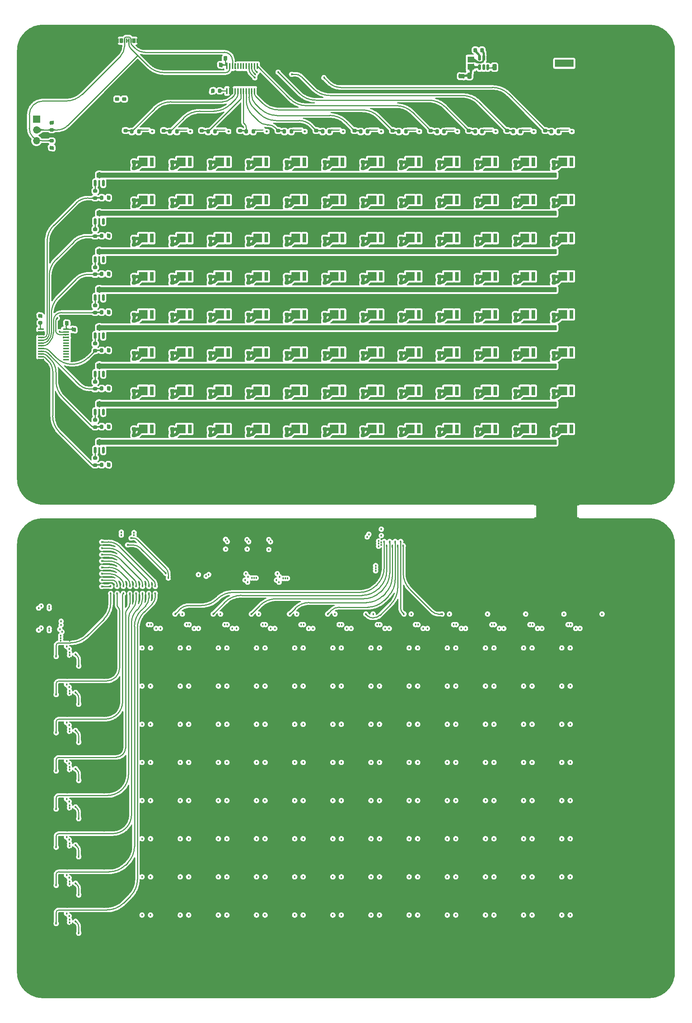
<source format=gtl>
%TF.GenerationSoftware,KiCad,Pcbnew,(6.0.5)*%
%TF.CreationDate,2022-11-15T17:21:08-05:00*%
%TF.ProjectId,OPSpec_v0.1.0-rounded,4f505370-6563-45f7-9630-2e312e302d72,rev?*%
%TF.SameCoordinates,Original*%
%TF.FileFunction,Copper,L1,Top*%
%TF.FilePolarity,Positive*%
%FSLAX46Y46*%
G04 Gerber Fmt 4.6, Leading zero omitted, Abs format (unit mm)*
G04 Created by KiCad (PCBNEW (6.0.5)) date 2022-11-15 17:21:08*
%MOMM*%
%LPD*%
G01*
G04 APERTURE LIST*
G04 Aperture macros list*
%AMRoundRect*
0 Rectangle with rounded corners*
0 $1 Rounding radius*
0 $2 $3 $4 $5 $6 $7 $8 $9 X,Y pos of 4 corners*
0 Add a 4 corners polygon primitive as box body*
4,1,4,$2,$3,$4,$5,$6,$7,$8,$9,$2,$3,0*
0 Add four circle primitives for the rounded corners*
1,1,$1+$1,$2,$3*
1,1,$1+$1,$4,$5*
1,1,$1+$1,$6,$7*
1,1,$1+$1,$8,$9*
0 Add four rect primitives between the rounded corners*
20,1,$1+$1,$2,$3,$4,$5,0*
20,1,$1+$1,$4,$5,$6,$7,0*
20,1,$1+$1,$6,$7,$8,$9,0*
20,1,$1+$1,$8,$9,$2,$3,0*%
G04 Aperture macros list end*
%TA.AperFunction,SMDPad,CuDef*%
%ADD10R,2.120000X2.100000*%
%TD*%
%TA.AperFunction,SMDPad,CuDef*%
%ADD11R,0.920000X2.100000*%
%TD*%
%TA.AperFunction,SMDPad,CuDef*%
%ADD12R,0.520000X0.270000*%
%TD*%
%TA.AperFunction,SMDPad,CuDef*%
%ADD13R,0.520000X0.360000*%
%TD*%
%TA.AperFunction,SMDPad,CuDef*%
%ADD14RoundRect,0.225000X0.250000X-0.225000X0.250000X0.225000X-0.250000X0.225000X-0.250000X-0.225000X0*%
%TD*%
%TA.AperFunction,SMDPad,CuDef*%
%ADD15RoundRect,0.200000X-0.275000X0.200000X-0.275000X-0.200000X0.275000X-0.200000X0.275000X0.200000X0*%
%TD*%
%TA.AperFunction,SMDPad,CuDef*%
%ADD16RoundRect,0.250000X0.250000X0.475000X-0.250000X0.475000X-0.250000X-0.475000X0.250000X-0.475000X0*%
%TD*%
%TA.AperFunction,SMDPad,CuDef*%
%ADD17RoundRect,0.200000X0.200000X0.275000X-0.200000X0.275000X-0.200000X-0.275000X0.200000X-0.275000X0*%
%TD*%
%TA.AperFunction,ComponentPad*%
%ADD18C,8.600000*%
%TD*%
%TA.AperFunction,SMDPad,CuDef*%
%ADD19RoundRect,0.200000X0.275000X-0.200000X0.275000X0.200000X-0.275000X0.200000X-0.275000X-0.200000X0*%
%TD*%
%TA.AperFunction,SMDPad,CuDef*%
%ADD20RoundRect,0.225000X0.225000X0.250000X-0.225000X0.250000X-0.225000X-0.250000X0.225000X-0.250000X0*%
%TD*%
%TA.AperFunction,SMDPad,CuDef*%
%ADD21RoundRect,0.250000X-0.475000X0.250000X-0.475000X-0.250000X0.475000X-0.250000X0.475000X0.250000X0*%
%TD*%
%TA.AperFunction,ComponentPad*%
%ADD22R,4.400000X1.800000*%
%TD*%
%TA.AperFunction,ComponentPad*%
%ADD23O,4.000000X1.800000*%
%TD*%
%TA.AperFunction,ComponentPad*%
%ADD24O,1.800000X4.000000*%
%TD*%
%TA.AperFunction,SMDPad,CuDef*%
%ADD25R,1.475000X0.450000*%
%TD*%
%TA.AperFunction,SMDPad,CuDef*%
%ADD26RoundRect,0.225000X-0.250000X0.225000X-0.250000X-0.225000X0.250000X-0.225000X0.250000X0.225000X0*%
%TD*%
%TA.AperFunction,SMDPad,CuDef*%
%ADD27RoundRect,0.150000X0.150000X-0.587500X0.150000X0.587500X-0.150000X0.587500X-0.150000X-0.587500X0*%
%TD*%
%TA.AperFunction,SMDPad,CuDef*%
%ADD28R,1.650000X1.450000*%
%TD*%
%TA.AperFunction,SMDPad,CuDef*%
%ADD29RoundRect,0.225000X-0.225000X-0.250000X0.225000X-0.250000X0.225000X0.250000X-0.225000X0.250000X0*%
%TD*%
%TA.AperFunction,SMDPad,CuDef*%
%ADD30R,0.300000X1.100000*%
%TD*%
%TA.AperFunction,SMDPad,CuDef*%
%ADD31R,2.300000X3.100000*%
%TD*%
%TA.AperFunction,SMDPad,CuDef*%
%ADD32RoundRect,0.150000X0.150000X-0.512500X0.150000X0.512500X-0.150000X0.512500X-0.150000X-0.512500X0*%
%TD*%
%TA.AperFunction,ComponentPad*%
%ADD33R,1.700000X1.700000*%
%TD*%
%TA.AperFunction,ComponentPad*%
%ADD34O,1.700000X1.700000*%
%TD*%
%TA.AperFunction,SMDPad,CuDef*%
%ADD35R,0.450000X1.475000*%
%TD*%
%TA.AperFunction,ViaPad*%
%ADD36C,0.457200*%
%TD*%
%TA.AperFunction,ViaPad*%
%ADD37C,0.457000*%
%TD*%
%TA.AperFunction,Conductor*%
%ADD38C,0.254000*%
%TD*%
%TA.AperFunction,Conductor*%
%ADD39C,0.508000*%
%TD*%
%TA.AperFunction,Conductor*%
%ADD40C,0.762000*%
%TD*%
G04 APERTURE END LIST*
D10*
X143275000Y-139040000D03*
D11*
X145295000Y-139040000D03*
D10*
X215275000Y-148040000D03*
D11*
X217295000Y-148040000D03*
D10*
X134275000Y-103040000D03*
D11*
X136295000Y-103040000D03*
D10*
X215275000Y-130040000D03*
D11*
X217295000Y-130040000D03*
D10*
X206275000Y-121040000D03*
D11*
X208295000Y-121040000D03*
D10*
X161275000Y-139040000D03*
D11*
X163295000Y-139040000D03*
D10*
X215275000Y-112040000D03*
D11*
X217295000Y-112040000D03*
D10*
X197275000Y-103040000D03*
D11*
X199295000Y-103040000D03*
D10*
X206275000Y-85040000D03*
D11*
X208295000Y-85040000D03*
D10*
X134275000Y-130040000D03*
D11*
X136295000Y-130040000D03*
D10*
X143275000Y-130040000D03*
D11*
X145295000Y-130040000D03*
D10*
X125275000Y-94040000D03*
D11*
X127295000Y-94040000D03*
D10*
X170275000Y-94040000D03*
D11*
X172295000Y-94040000D03*
D10*
X197275000Y-121040000D03*
D11*
X199295000Y-121040000D03*
D10*
X134275000Y-94040000D03*
D11*
X136295000Y-94040000D03*
D10*
X152275000Y-112040000D03*
D11*
X154295000Y-112040000D03*
D10*
X197275000Y-85040000D03*
D11*
X199295000Y-85040000D03*
D10*
X116275000Y-148040000D03*
D11*
X118295000Y-148040000D03*
D10*
X197275000Y-139040000D03*
D11*
X199295000Y-139040000D03*
D10*
X125275000Y-112040000D03*
D11*
X127295000Y-112040000D03*
D10*
X179275000Y-103040000D03*
D11*
X181295000Y-103040000D03*
D10*
X152275000Y-103040000D03*
D11*
X154295000Y-103040000D03*
D10*
X116275000Y-139040000D03*
D11*
X118295000Y-139040000D03*
D10*
X188275000Y-103040000D03*
D11*
X190295000Y-103040000D03*
D10*
X134275000Y-85040000D03*
D11*
X136295000Y-85040000D03*
D10*
X134275000Y-148040000D03*
D11*
X136295000Y-148040000D03*
D10*
X179275000Y-139040000D03*
D11*
X181295000Y-139040000D03*
D10*
X161275000Y-112040000D03*
D11*
X163295000Y-112040000D03*
D10*
X125275000Y-139040000D03*
D11*
X127295000Y-139040000D03*
D10*
X206275000Y-94040000D03*
D11*
X208295000Y-94040000D03*
D10*
X143275000Y-121040000D03*
D11*
X145295000Y-121040000D03*
D10*
X188275000Y-139040000D03*
D11*
X190295000Y-139040000D03*
D10*
X134275000Y-112040000D03*
D11*
X136295000Y-112040000D03*
D10*
X152275000Y-94040000D03*
D11*
X154295000Y-94040000D03*
D10*
X161275000Y-130040000D03*
D11*
X163295000Y-130040000D03*
D10*
X143275000Y-94040000D03*
D11*
X145295000Y-94040000D03*
D10*
X188275000Y-148040000D03*
D11*
X190295000Y-148040000D03*
D10*
X179275000Y-112040000D03*
D11*
X181295000Y-112040000D03*
D10*
X179275000Y-94040000D03*
D11*
X181295000Y-94040000D03*
D10*
X170275000Y-130040000D03*
D11*
X172295000Y-130040000D03*
D10*
X143275000Y-85040000D03*
D11*
X145295000Y-85040000D03*
D10*
X125275000Y-121040000D03*
D11*
X127295000Y-121040000D03*
D10*
X188275000Y-121040000D03*
D11*
X190295000Y-121040000D03*
D10*
X206275000Y-103040000D03*
D11*
X208295000Y-103040000D03*
D10*
X161275000Y-148040000D03*
D11*
X163295000Y-148040000D03*
D10*
X215275000Y-121040000D03*
D11*
X217295000Y-121040000D03*
D10*
X170275000Y-148040000D03*
D11*
X172295000Y-148040000D03*
D10*
X179275000Y-85040000D03*
D11*
X181295000Y-85040000D03*
D10*
X143275000Y-112040000D03*
D11*
X145295000Y-112040000D03*
D10*
X215275000Y-85040000D03*
D11*
X217295000Y-85040000D03*
D10*
X215275000Y-94040000D03*
D11*
X217295000Y-94040000D03*
D10*
X206275000Y-139040000D03*
D11*
X208295000Y-139040000D03*
D10*
X152275000Y-139040000D03*
D11*
X154295000Y-139040000D03*
D10*
X161275000Y-103040000D03*
D11*
X163295000Y-103040000D03*
D10*
X215275000Y-103040000D03*
D11*
X217295000Y-103040000D03*
D10*
X197275000Y-112040000D03*
D11*
X199295000Y-112040000D03*
D10*
X188275000Y-94040000D03*
D11*
X190295000Y-94040000D03*
D10*
X152275000Y-130040000D03*
D11*
X154295000Y-130040000D03*
D10*
X134275000Y-139040000D03*
D11*
X136295000Y-139040000D03*
D10*
X152275000Y-148040000D03*
D11*
X154295000Y-148040000D03*
D10*
X143275000Y-148040000D03*
D11*
X145295000Y-148040000D03*
D10*
X197275000Y-130040000D03*
D11*
X199295000Y-130040000D03*
D10*
X170275000Y-85040000D03*
D11*
X172295000Y-85040000D03*
D10*
X188275000Y-85040000D03*
D11*
X190295000Y-85040000D03*
D10*
X206275000Y-112040000D03*
D11*
X208295000Y-112040000D03*
D10*
X197275000Y-94040000D03*
D11*
X199295000Y-94040000D03*
D10*
X152275000Y-121040000D03*
D11*
X154295000Y-121040000D03*
D10*
X188275000Y-130040000D03*
D11*
X190295000Y-130040000D03*
D10*
X215275000Y-139040000D03*
D11*
X217295000Y-139040000D03*
D10*
X161275000Y-121040000D03*
D11*
X163295000Y-121040000D03*
D10*
X125275000Y-85040000D03*
D11*
X127295000Y-85040000D03*
D10*
X161275000Y-94040000D03*
D11*
X163295000Y-94040000D03*
D10*
X206275000Y-130040000D03*
D11*
X208295000Y-130040000D03*
D10*
X170275000Y-112040000D03*
D11*
X172295000Y-112040000D03*
D10*
X179275000Y-121040000D03*
D11*
X181295000Y-121040000D03*
D10*
X179275000Y-130040000D03*
D11*
X181295000Y-130040000D03*
D10*
X143275000Y-103040000D03*
D11*
X145295000Y-103040000D03*
D10*
X125275000Y-103040000D03*
D11*
X127295000Y-103040000D03*
D10*
X116275000Y-103040000D03*
D11*
X118295000Y-103040000D03*
D10*
X170275000Y-139040000D03*
D11*
X172295000Y-139040000D03*
D10*
X197275000Y-148040000D03*
D11*
X199295000Y-148040000D03*
D10*
X125275000Y-148040000D03*
D11*
X127295000Y-148040000D03*
D10*
X152275000Y-85040000D03*
D11*
X154295000Y-85040000D03*
D10*
X116275000Y-112040000D03*
D11*
X118295000Y-112040000D03*
D10*
X116275000Y-85040000D03*
D11*
X118295000Y-85040000D03*
D10*
X134275000Y-121040000D03*
D11*
X136295000Y-121040000D03*
D10*
X161275000Y-85040000D03*
D11*
X163295000Y-85040000D03*
D10*
X170275000Y-103040000D03*
D11*
X172295000Y-103040000D03*
D10*
X170275000Y-121040000D03*
D11*
X172295000Y-121040000D03*
D10*
X206275000Y-148040000D03*
D11*
X208295000Y-148040000D03*
D10*
X116275000Y-94040000D03*
D11*
X118295000Y-94040000D03*
D10*
X116275000Y-130040000D03*
D11*
X118295000Y-130040000D03*
D10*
X125275000Y-130040000D03*
D11*
X127295000Y-130040000D03*
D10*
X188275000Y-112040000D03*
D11*
X190295000Y-112040000D03*
D10*
X179275000Y-148040000D03*
D11*
X181295000Y-148040000D03*
D10*
X116275000Y-121040000D03*
D11*
X118295000Y-121040000D03*
D12*
X207410000Y-77489484D03*
X207410000Y-78289484D03*
D13*
X208390000Y-77889484D03*
D12*
X171410000Y-77489484D03*
X171410000Y-78289484D03*
D13*
X172390000Y-77889484D03*
D12*
X117410000Y-77489484D03*
X117410000Y-78289484D03*
D13*
X118390000Y-77889484D03*
D12*
X180410000Y-77489484D03*
X180410000Y-78289484D03*
D13*
X181390000Y-77889484D03*
D12*
X216410000Y-77489484D03*
X216410000Y-78289484D03*
D13*
X217390000Y-77889484D03*
D12*
X189410000Y-77489484D03*
X189410000Y-78289484D03*
D13*
X190390000Y-77889484D03*
D12*
X162410000Y-77489484D03*
X162410000Y-78289484D03*
D13*
X163390000Y-77889484D03*
D12*
X126410000Y-77489484D03*
X126410000Y-78289484D03*
D13*
X127390000Y-77889484D03*
D12*
X135410000Y-77489484D03*
X135410000Y-78289484D03*
D13*
X136390000Y-77889484D03*
D12*
X198410000Y-77489484D03*
X198410000Y-78289484D03*
D13*
X199390000Y-77889484D03*
D12*
X144410000Y-77489484D03*
X144410000Y-78289484D03*
D13*
X145390000Y-77889484D03*
D12*
X153410000Y-77489484D03*
X153410000Y-78289484D03*
D13*
X154390000Y-77889484D03*
D14*
X177100000Y-112075000D03*
X177100000Y-110525000D03*
D15*
X123100000Y-104575000D03*
X123100000Y-106225000D03*
D14*
X141100000Y-130075000D03*
X141100000Y-128525000D03*
X177100000Y-121075000D03*
X177100000Y-119525000D03*
X150100000Y-121075000D03*
X150100000Y-119525000D03*
X114100000Y-130075000D03*
X114100000Y-128525000D03*
D15*
X123100000Y-86575000D03*
X123100000Y-88225000D03*
D16*
X201025000Y-62700000D03*
X199125000Y-62700000D03*
D14*
X141100000Y-148075000D03*
X141100000Y-146525000D03*
X195100000Y-112075000D03*
X195100000Y-110525000D03*
X213100000Y-112075000D03*
X213100000Y-110525000D03*
X123100000Y-85075000D03*
X123100000Y-83525000D03*
D15*
X132100000Y-86575000D03*
X132100000Y-88225000D03*
X150100000Y-86575000D03*
X150100000Y-88225000D03*
D17*
X134325000Y-68300000D03*
X132675000Y-68300000D03*
D15*
X213100000Y-104575000D03*
X213100000Y-106225000D03*
X195100000Y-104575000D03*
X195100000Y-106225000D03*
D17*
X108125000Y-138500000D03*
X106475000Y-138500000D03*
D15*
X195100000Y-113575000D03*
X195100000Y-115225000D03*
X204100000Y-86575000D03*
X204100000Y-88225000D03*
D14*
X150100000Y-148075000D03*
X150100000Y-146525000D03*
D15*
X204100000Y-140575000D03*
X204100000Y-142225000D03*
D14*
X114100000Y-139075000D03*
X114100000Y-137525000D03*
D17*
X205225000Y-77889484D03*
X203575000Y-77889484D03*
D14*
X159100000Y-121075000D03*
X159100000Y-119525000D03*
D18*
X92600000Y-58800000D03*
D15*
X159100000Y-104575000D03*
X159100000Y-106225000D03*
D14*
X204100000Y-130075000D03*
X204100000Y-128525000D03*
D15*
X177100000Y-95575000D03*
X177100000Y-97225000D03*
X114100000Y-113575000D03*
X114100000Y-115225000D03*
D14*
X213100000Y-85075000D03*
X213100000Y-83525000D03*
D19*
X166100000Y-79325000D03*
X166100000Y-77675000D03*
D14*
X132100000Y-148075000D03*
X132100000Y-146525000D03*
X186100000Y-85075000D03*
X186100000Y-83525000D03*
D19*
X202100000Y-79325000D03*
X202100000Y-77675000D03*
D15*
X123100000Y-113575000D03*
X123100000Y-115225000D03*
X104937500Y-109937500D03*
X104937500Y-111587500D03*
X150100000Y-131575000D03*
X150100000Y-133225000D03*
X132100000Y-149575000D03*
X132100000Y-151225000D03*
X132100000Y-95575000D03*
X132100000Y-97225000D03*
D14*
X213100000Y-139075000D03*
X213100000Y-137525000D03*
X141100000Y-85075000D03*
X141100000Y-83525000D03*
X114100000Y-94075000D03*
X114100000Y-92525000D03*
D15*
X168100000Y-149575000D03*
X168100000Y-151225000D03*
D14*
X159100000Y-85075000D03*
X159100000Y-83525000D03*
D20*
X196175000Y-58700000D03*
X194625000Y-58700000D03*
D15*
X168100000Y-113575000D03*
X168100000Y-115225000D03*
D14*
X168100000Y-148075000D03*
X168100000Y-146525000D03*
D19*
X211100000Y-79325000D03*
X211100000Y-77675000D03*
D14*
X159100000Y-94075000D03*
X159100000Y-92525000D03*
D15*
X150100000Y-113575000D03*
X150100000Y-115225000D03*
D21*
X191375000Y-62950000D03*
X191375000Y-64850000D03*
D15*
X132100000Y-113575000D03*
X132100000Y-115225000D03*
D22*
X215600000Y-61800000D03*
D23*
X215600000Y-56000000D03*
D24*
X210800000Y-58800000D03*
D15*
X150100000Y-149575000D03*
X150100000Y-151225000D03*
D17*
X187225000Y-77889484D03*
X185575000Y-77889484D03*
D15*
X150100000Y-140575000D03*
X150100000Y-142225000D03*
D14*
X141100000Y-94075000D03*
X141100000Y-92525000D03*
X177100000Y-148075000D03*
X177100000Y-146525000D03*
D15*
X159100000Y-95575000D03*
X159100000Y-97225000D03*
D17*
X169225000Y-77889484D03*
X167575000Y-77889484D03*
D20*
X134575000Y-62175000D03*
X133025000Y-62175000D03*
D14*
X150100000Y-94075000D03*
X150100000Y-92525000D03*
D15*
X186100000Y-140575000D03*
X186100000Y-142225000D03*
D25*
X92162000Y-124525000D03*
X92162000Y-125175000D03*
X92162000Y-125825000D03*
X92162000Y-126475000D03*
X92162000Y-127125000D03*
X92162000Y-127775000D03*
X92162000Y-128425000D03*
X92162000Y-129075000D03*
X92162000Y-129725000D03*
X92162000Y-130375000D03*
X92162000Y-131025000D03*
X92162000Y-131675000D03*
X98038000Y-131675000D03*
X98038000Y-131025000D03*
X98038000Y-130375000D03*
X98038000Y-129725000D03*
X98038000Y-129075000D03*
X98038000Y-128425000D03*
X98038000Y-127775000D03*
X98038000Y-127125000D03*
X98038000Y-126475000D03*
X98038000Y-125825000D03*
X98038000Y-125175000D03*
X98038000Y-124525000D03*
D20*
X98275000Y-123100000D03*
X96725000Y-123100000D03*
D17*
X108125000Y-93500000D03*
X106475000Y-93500000D03*
D15*
X204100000Y-131575000D03*
X204100000Y-133225000D03*
X141100000Y-104575000D03*
X141100000Y-106225000D03*
X123100000Y-95575000D03*
X123100000Y-97225000D03*
X104937500Y-145937500D03*
X104937500Y-147587500D03*
X159100000Y-86575000D03*
X159100000Y-88225000D03*
X177100000Y-104575000D03*
X177100000Y-106225000D03*
X177100000Y-149575000D03*
X177100000Y-151225000D03*
D17*
X178225000Y-77889484D03*
X176575000Y-77889484D03*
D14*
X159100000Y-148075000D03*
X159100000Y-146525000D03*
D19*
X121100000Y-79325000D03*
X121100000Y-77675000D03*
D15*
X213100000Y-113575000D03*
X213100000Y-115225000D03*
D26*
X111800000Y-70225000D03*
X111800000Y-71775000D03*
D19*
X139100000Y-79325000D03*
X139100000Y-77675000D03*
X148100000Y-79325000D03*
X148100000Y-77675000D03*
D14*
X141100000Y-121075000D03*
X141100000Y-119525000D03*
D15*
X213100000Y-122575000D03*
X213100000Y-124225000D03*
D14*
X159100000Y-139075000D03*
X159100000Y-137525000D03*
X204100000Y-121075000D03*
X204100000Y-119525000D03*
D15*
X123100000Y-140575000D03*
X123100000Y-142225000D03*
D14*
X123100000Y-139075000D03*
X123100000Y-137525000D03*
D15*
X159100000Y-140575000D03*
X159100000Y-142225000D03*
X150100000Y-95575000D03*
X150100000Y-97225000D03*
D14*
X132100000Y-103075000D03*
X132100000Y-101525000D03*
X159100000Y-130075000D03*
X159100000Y-128525000D03*
D15*
X186100000Y-95575000D03*
X186100000Y-97225000D03*
D14*
X213100000Y-94075000D03*
X213100000Y-92525000D03*
D15*
X114100000Y-122575000D03*
X114100000Y-124225000D03*
D14*
X123100000Y-103075000D03*
X123100000Y-101525000D03*
X123100000Y-121075000D03*
X123100000Y-119525000D03*
D15*
X213100000Y-140575000D03*
X213100000Y-142225000D03*
D17*
X151225000Y-77889484D03*
X149575000Y-77889484D03*
D14*
X141100000Y-139075000D03*
X141100000Y-137525000D03*
X177100000Y-94075000D03*
X177100000Y-92525000D03*
D15*
X168100000Y-104575000D03*
X168100000Y-106225000D03*
X123100000Y-131575000D03*
X123100000Y-133225000D03*
X114100000Y-149575000D03*
X114100000Y-151225000D03*
D14*
X186100000Y-121075000D03*
X186100000Y-119525000D03*
D27*
X104950000Y-99075000D03*
X106850000Y-99075000D03*
X105900000Y-97200000D03*
D18*
X235600000Y-58800000D03*
D17*
X108125000Y-111500000D03*
X106475000Y-111500000D03*
D15*
X114100000Y-131575000D03*
X114100000Y-133225000D03*
D28*
X193575000Y-60900000D03*
X193575000Y-62600000D03*
D14*
X186100000Y-112075000D03*
X186100000Y-110525000D03*
D17*
X214225000Y-77889484D03*
X212575000Y-77889484D03*
D14*
X150100000Y-112075000D03*
X150100000Y-110525000D03*
X141100000Y-103075000D03*
X141100000Y-101525000D03*
D15*
X104937500Y-136937500D03*
X104937500Y-138587500D03*
D14*
X213100000Y-148075000D03*
X213100000Y-146525000D03*
D15*
X195100000Y-122575000D03*
X195100000Y-124225000D03*
D14*
X150100000Y-85075000D03*
X150100000Y-83525000D03*
X123100000Y-112075000D03*
X123100000Y-110525000D03*
D15*
X186100000Y-113575000D03*
X186100000Y-115225000D03*
X141100000Y-86575000D03*
X141100000Y-88225000D03*
D19*
X157100000Y-79325000D03*
X157100000Y-77675000D03*
X193100000Y-79325000D03*
X193100000Y-77675000D03*
D15*
X168100000Y-95575000D03*
X168100000Y-97225000D03*
X213100000Y-95575000D03*
X213100000Y-97225000D03*
X186100000Y-149575000D03*
X186100000Y-151225000D03*
X195100000Y-86575000D03*
X195100000Y-88225000D03*
X204100000Y-122575000D03*
X204100000Y-124225000D03*
D27*
X104950000Y-135075000D03*
X106850000Y-135075000D03*
X105900000Y-133200000D03*
D17*
X108125000Y-102500000D03*
X106475000Y-102500000D03*
D15*
X123100000Y-149575000D03*
X123100000Y-151225000D03*
D14*
X150100000Y-103075000D03*
X150100000Y-101525000D03*
D17*
X133225000Y-77889484D03*
X131575000Y-77889484D03*
D15*
X123100000Y-122575000D03*
X123100000Y-124225000D03*
X213100000Y-149575000D03*
X213100000Y-151225000D03*
D19*
X92000000Y-123025000D03*
X92000000Y-121375000D03*
D15*
X104937500Y-100937500D03*
X104937500Y-102587500D03*
D14*
X195100000Y-121075000D03*
X195100000Y-119525000D03*
D15*
X104937500Y-127937500D03*
X104937500Y-129587500D03*
D14*
X132100000Y-130075000D03*
X132100000Y-128525000D03*
D19*
X94700000Y-77500000D03*
X94700000Y-75850000D03*
D14*
X186100000Y-130075000D03*
X186100000Y-128525000D03*
X204100000Y-85075000D03*
X204100000Y-83525000D03*
D18*
X92600000Y-159800000D03*
D27*
X104950000Y-108075000D03*
X106850000Y-108075000D03*
X105900000Y-106200000D03*
D14*
X132100000Y-94075000D03*
X132100000Y-92525000D03*
D17*
X124225000Y-77889484D03*
X122575000Y-77889484D03*
D15*
X204100000Y-104575000D03*
X204100000Y-106225000D03*
D27*
X104950000Y-117075000D03*
X106850000Y-117075000D03*
X105900000Y-115200000D03*
D15*
X94700000Y-80075000D03*
X94700000Y-81725000D03*
D27*
X104950000Y-153075000D03*
X106850000Y-153075000D03*
X105900000Y-151200000D03*
D17*
X115225000Y-77889484D03*
X113575000Y-77889484D03*
X108125000Y-147500000D03*
X106475000Y-147500000D03*
D14*
X186100000Y-148075000D03*
X186100000Y-146525000D03*
D16*
X195125000Y-64700000D03*
X193225000Y-64700000D03*
D15*
X104937500Y-118937500D03*
X104937500Y-120587500D03*
X159100000Y-149575000D03*
X159100000Y-151225000D03*
D14*
X195100000Y-139075000D03*
X195100000Y-137525000D03*
D19*
X175100000Y-79325000D03*
X175100000Y-77675000D03*
D14*
X204100000Y-103075000D03*
X204100000Y-101525000D03*
D19*
X112100000Y-79325000D03*
X112100000Y-77675000D03*
D15*
X159100000Y-113575000D03*
X159100000Y-115225000D03*
D14*
X186100000Y-94075000D03*
X186100000Y-92525000D03*
X168100000Y-103075000D03*
X168100000Y-101525000D03*
D15*
X159100000Y-131575000D03*
X159100000Y-133225000D03*
D17*
X160225000Y-77889484D03*
X158575000Y-77889484D03*
D15*
X213100000Y-131575000D03*
X213100000Y-133225000D03*
X195100000Y-131575000D03*
X195100000Y-133225000D03*
X150100000Y-122575000D03*
X150100000Y-124225000D03*
X204100000Y-113575000D03*
X204100000Y-115225000D03*
X114100000Y-95575000D03*
X114100000Y-97225000D03*
X186100000Y-86575000D03*
X186100000Y-88225000D03*
X141100000Y-131575000D03*
X141100000Y-133225000D03*
D14*
X168100000Y-139075000D03*
X168100000Y-137525000D03*
D15*
X114100000Y-104575000D03*
X114100000Y-106225000D03*
D14*
X114100000Y-85075000D03*
X114100000Y-83525000D03*
X159100000Y-103075000D03*
X159100000Y-101525000D03*
X177100000Y-85075000D03*
X177100000Y-83525000D03*
D15*
X195100000Y-95575000D03*
X195100000Y-97225000D03*
X168100000Y-131575000D03*
X168100000Y-133225000D03*
D14*
X177100000Y-130075000D03*
X177100000Y-128525000D03*
X213100000Y-130075000D03*
X213100000Y-128525000D03*
X114100000Y-103075000D03*
X114100000Y-101525000D03*
X186100000Y-139075000D03*
X186100000Y-137525000D03*
D15*
X177100000Y-140575000D03*
X177100000Y-142225000D03*
X168100000Y-122575000D03*
X168100000Y-124225000D03*
D14*
X132100000Y-139075000D03*
X132100000Y-137525000D03*
D15*
X204100000Y-95575000D03*
X204100000Y-97225000D03*
D14*
X168100000Y-121075000D03*
X168100000Y-119525000D03*
D17*
X196225000Y-77889484D03*
X194575000Y-77889484D03*
D15*
X132100000Y-122575000D03*
X132100000Y-124225000D03*
X186100000Y-122575000D03*
X186100000Y-124225000D03*
D14*
X132100000Y-112075000D03*
X132100000Y-110525000D03*
D15*
X159100000Y-122575000D03*
X159100000Y-124225000D03*
X141100000Y-122575000D03*
X141100000Y-124225000D03*
D14*
X150100000Y-130075000D03*
X150100000Y-128525000D03*
X150100000Y-139075000D03*
X150100000Y-137525000D03*
X141100000Y-112075000D03*
X141100000Y-110525000D03*
D15*
X186100000Y-104575000D03*
X186100000Y-106225000D03*
D14*
X213100000Y-121075000D03*
X213100000Y-119525000D03*
X114100000Y-112075000D03*
X114100000Y-110525000D03*
D15*
X186100000Y-131575000D03*
X186100000Y-133225000D03*
D17*
X108125000Y-156500000D03*
X106475000Y-156500000D03*
D15*
X177100000Y-113575000D03*
X177100000Y-115225000D03*
D14*
X114100000Y-121075000D03*
X114100000Y-119525000D03*
D15*
X141100000Y-95575000D03*
X141100000Y-97225000D03*
D14*
X186100000Y-103075000D03*
X186100000Y-101525000D03*
X168100000Y-130075000D03*
X168100000Y-128525000D03*
D15*
X204100000Y-149575000D03*
X204100000Y-151225000D03*
D14*
X195100000Y-94075000D03*
X195100000Y-92525000D03*
X204100000Y-139075000D03*
X204100000Y-137525000D03*
X204100000Y-148075000D03*
X204100000Y-146525000D03*
X195100000Y-148075000D03*
X195100000Y-146525000D03*
X177100000Y-103075000D03*
X177100000Y-101525000D03*
X132100000Y-85075000D03*
X132100000Y-83525000D03*
D17*
X142225000Y-77889484D03*
X140575000Y-77889484D03*
D14*
X159100000Y-112075000D03*
X159100000Y-110525000D03*
D29*
X134125000Y-60600000D03*
X135675000Y-60600000D03*
D14*
X204100000Y-112075000D03*
X204100000Y-110525000D03*
X114100000Y-148075000D03*
X114100000Y-146525000D03*
D15*
X114100000Y-86575000D03*
X114100000Y-88225000D03*
D14*
X123100000Y-94075000D03*
X123100000Y-92525000D03*
D15*
X132100000Y-104575000D03*
X132100000Y-106225000D03*
D30*
X115850000Y-56475000D03*
X115350000Y-56475000D03*
X114850000Y-56475000D03*
X114350000Y-56475000D03*
X113850000Y-56475000D03*
X113350000Y-56475000D03*
X112850000Y-56475000D03*
X112350000Y-56475000D03*
X111850000Y-56475000D03*
X111350000Y-56475000D03*
X110850000Y-56475000D03*
X110350000Y-56475000D03*
X109850000Y-56475000D03*
X109350000Y-56475000D03*
D31*
X117520000Y-54775000D03*
X107680000Y-54775000D03*
D17*
X108125000Y-129500000D03*
X106475000Y-129500000D03*
D32*
X195625000Y-62737500D03*
X196575000Y-62737500D03*
X197525000Y-62737500D03*
X197525000Y-60462500D03*
X196575000Y-60462500D03*
X195625000Y-60462500D03*
D15*
X141100000Y-140575000D03*
X141100000Y-142225000D03*
D14*
X195100000Y-103075000D03*
X195100000Y-101525000D03*
D27*
X104950000Y-90075000D03*
X106850000Y-90075000D03*
X105900000Y-88200000D03*
D14*
X213100000Y-103075000D03*
X213100000Y-101525000D03*
D15*
X195100000Y-140575000D03*
X195100000Y-142225000D03*
D14*
X195100000Y-85075000D03*
X195100000Y-83525000D03*
X177100000Y-139075000D03*
X177100000Y-137525000D03*
X110100000Y-71775000D03*
X110100000Y-70225000D03*
D15*
X150100000Y-104575000D03*
X150100000Y-106225000D03*
X114100000Y-140575000D03*
X114100000Y-142225000D03*
D33*
X91100000Y-74980000D03*
D34*
X91100000Y-77520000D03*
X91100000Y-80060000D03*
X91100000Y-82600000D03*
D14*
X168100000Y-85075000D03*
X168100000Y-83525000D03*
D15*
X213100000Y-86575000D03*
X213100000Y-88225000D03*
X104937500Y-154937500D03*
X104937500Y-156587500D03*
D14*
X123100000Y-148075000D03*
X123100000Y-146525000D03*
X123100000Y-130075000D03*
X123100000Y-128525000D03*
D15*
X168100000Y-140575000D03*
X168100000Y-142225000D03*
D19*
X184100000Y-79325000D03*
X184100000Y-77675000D03*
D15*
X141100000Y-113575000D03*
X141100000Y-115225000D03*
D35*
X136025000Y-68338000D03*
X136675000Y-68338000D03*
X137325000Y-68338000D03*
X137975000Y-68338000D03*
X138625000Y-68338000D03*
X139275000Y-68338000D03*
X139925000Y-68338000D03*
X140575000Y-68338000D03*
X141225000Y-68338000D03*
X141875000Y-68338000D03*
X142525000Y-68338000D03*
X143175000Y-68338000D03*
X143175000Y-62462000D03*
X142525000Y-62462000D03*
X141875000Y-62462000D03*
X141225000Y-62462000D03*
X140575000Y-62462000D03*
X139925000Y-62462000D03*
X139275000Y-62462000D03*
X138625000Y-62462000D03*
X137975000Y-62462000D03*
X137325000Y-62462000D03*
X136675000Y-62462000D03*
X136025000Y-62462000D03*
D15*
X177100000Y-86575000D03*
X177100000Y-88225000D03*
D27*
X104950000Y-144075000D03*
X106850000Y-144075000D03*
X105900000Y-142200000D03*
D14*
X99900000Y-126150000D03*
X99900000Y-124600000D03*
X132100000Y-121075000D03*
X132100000Y-119525000D03*
D15*
X132100000Y-131575000D03*
X132100000Y-133225000D03*
D14*
X168100000Y-112075000D03*
X168100000Y-110525000D03*
D15*
X132100000Y-140575000D03*
X132100000Y-142225000D03*
D19*
X130100000Y-79325000D03*
X130100000Y-77675000D03*
D14*
X195100000Y-130075000D03*
X195100000Y-128525000D03*
D15*
X141100000Y-149575000D03*
X141100000Y-151225000D03*
X195100000Y-149575000D03*
X195100000Y-151225000D03*
D14*
X204100000Y-94075000D03*
X204100000Y-92525000D03*
D17*
X108125000Y-120500000D03*
X106475000Y-120500000D03*
D14*
X168100000Y-94075000D03*
X168100000Y-92525000D03*
D27*
X104950000Y-126075000D03*
X106850000Y-126075000D03*
X105900000Y-124200000D03*
D15*
X168100000Y-86575000D03*
X168100000Y-88225000D03*
X104937500Y-91937500D03*
X104937500Y-93587500D03*
X177100000Y-131575000D03*
X177100000Y-133225000D03*
X177100000Y-122575000D03*
X177100000Y-124225000D03*
D18*
X235600000Y-159800000D03*
X92600000Y-175200000D03*
X235600000Y-175200000D03*
X92600000Y-276200000D03*
X235600000Y-276200000D03*
D36*
X98900000Y-209825000D03*
X98900000Y-201425000D03*
X98900000Y-255425000D03*
X96800000Y-197400000D03*
X98200000Y-199325000D03*
X98900000Y-264425000D03*
X98200000Y-253325000D03*
X98900000Y-218825000D03*
X98800000Y-253925000D03*
X98200000Y-226325000D03*
X96800000Y-196800000D03*
X98200000Y-244325000D03*
X96800000Y-198000000D03*
X98900000Y-219425000D03*
X98900000Y-228425000D03*
X98900000Y-200825000D03*
X98900000Y-254825000D03*
X98200000Y-262325000D03*
X98900000Y-246425000D03*
X98200000Y-208325000D03*
X98200000Y-217325000D03*
X98800000Y-235925000D03*
X96898500Y-193398500D03*
X98800000Y-208925000D03*
X96600000Y-195300000D03*
X98900000Y-236825000D03*
X98900000Y-227825000D03*
X98200000Y-235325000D03*
X96898500Y-194298500D03*
X98900000Y-263825000D03*
X98800000Y-217925000D03*
X98900000Y-237425000D03*
X98800000Y-226925000D03*
X97100000Y-195900000D03*
X98900000Y-245825000D03*
X98800000Y-199925000D03*
X98900000Y-210425000D03*
X98800000Y-244925000D03*
X98800000Y-262925000D03*
X192300000Y-195100000D03*
X173300000Y-195100000D03*
X172425000Y-173200000D03*
X156300000Y-195100000D03*
X152500000Y-191700000D03*
X209300000Y-195100000D03*
X224500000Y-191700000D03*
X171100000Y-181500000D03*
X191300000Y-195100000D03*
X141900000Y-183200000D03*
X171800000Y-175700000D03*
X210300000Y-195100000D03*
X147300000Y-195100000D03*
X219300000Y-195100000D03*
X218300000Y-195100000D03*
X188500000Y-191700000D03*
X155300000Y-195100000D03*
X200300000Y-195100000D03*
X171800000Y-175100000D03*
X147700000Y-183700000D03*
X142400000Y-183200000D03*
X128300000Y-195100000D03*
X169100000Y-173500000D03*
X206500000Y-191700000D03*
X174300000Y-195100000D03*
X134500000Y-191700000D03*
X146300000Y-195100000D03*
X171800000Y-174500000D03*
X147900000Y-182200000D03*
X143500000Y-191700000D03*
X148300000Y-184200000D03*
X140500000Y-182200000D03*
X140900000Y-184200000D03*
X171100000Y-180900000D03*
X179500000Y-191700000D03*
X141000000Y-182900000D03*
X183300000Y-195100000D03*
X149300000Y-183300000D03*
X182300000Y-195100000D03*
X172425000Y-171700000D03*
X164300000Y-195100000D03*
X215500000Y-191700000D03*
X137300000Y-195100000D03*
X150300000Y-183300000D03*
X140300000Y-183700000D03*
X120300000Y-195100000D03*
X149800000Y-183300000D03*
X138300000Y-195100000D03*
X161500000Y-191700000D03*
X142900000Y-183200000D03*
X171100000Y-180300000D03*
X165300000Y-195100000D03*
X125500000Y-191700000D03*
X201300000Y-195100000D03*
X169500000Y-172900000D03*
X170500000Y-191700000D03*
X129300000Y-195100000D03*
X197500000Y-191700000D03*
X148400000Y-182900000D03*
X119300000Y-195100000D03*
X176800000Y-92300000D03*
X97000000Y-123400000D03*
X131800000Y-146300000D03*
X122800000Y-92300000D03*
X111800000Y-79100000D03*
X123400000Y-128800000D03*
X141400000Y-110800000D03*
X198400000Y-78300000D03*
X195400000Y-119800000D03*
X204400000Y-110800000D03*
X204400000Y-128800000D03*
X176800000Y-83300000D03*
X149800000Y-137300000D03*
X167800000Y-92300000D03*
X212800000Y-137300000D03*
X186400000Y-146800000D03*
X204400000Y-101800000D03*
X185800000Y-92300000D03*
X140800000Y-137300000D03*
X159400000Y-128800000D03*
X202400000Y-79600000D03*
X168400000Y-101800000D03*
X150400000Y-83800000D03*
X132400000Y-128800000D03*
X113800000Y-119300000D03*
X186400000Y-110800000D03*
X201275000Y-63200000D03*
X141400000Y-101800000D03*
X132400000Y-146800000D03*
X122800000Y-110300000D03*
X162400000Y-78300000D03*
X158800000Y-101300000D03*
X158800000Y-83300000D03*
X201800000Y-79100000D03*
X141400000Y-119800000D03*
X194800000Y-92300000D03*
X113800000Y-101300000D03*
X92700000Y-131700000D03*
X177400000Y-146800000D03*
X91600000Y-125800000D03*
X148400000Y-79600000D03*
X180400000Y-78300000D03*
X96500000Y-122800000D03*
X212800000Y-110300000D03*
X204400000Y-92800000D03*
X168400000Y-119800000D03*
X194800000Y-146300000D03*
X210800000Y-79100000D03*
X213400000Y-137800000D03*
X133900000Y-60300000D03*
X112400000Y-79600000D03*
X113800000Y-137300000D03*
X110100000Y-56100000D03*
X122800000Y-137300000D03*
X185800000Y-128300000D03*
X207400000Y-78300000D03*
X186400000Y-119800000D03*
X191875000Y-63300000D03*
X204400000Y-119800000D03*
X194800000Y-110300000D03*
X212800000Y-128300000D03*
X213400000Y-146800000D03*
X114400000Y-110800000D03*
X149800000Y-128300000D03*
X153400000Y-78300000D03*
X216400000Y-78300000D03*
X92800000Y-125200000D03*
X158800000Y-128300000D03*
X167800000Y-101300000D03*
X123400000Y-119800000D03*
X203800000Y-101300000D03*
X204400000Y-83800000D03*
X203800000Y-119300000D03*
X195400000Y-101800000D03*
X184400000Y-79600000D03*
X192800000Y-79100000D03*
X123400000Y-92800000D03*
X211400000Y-79600000D03*
X213400000Y-128800000D03*
X186400000Y-92800000D03*
X150400000Y-137800000D03*
X140800000Y-146300000D03*
X141400000Y-137800000D03*
X113800000Y-83300000D03*
X131800000Y-119300000D03*
X150400000Y-146800000D03*
X193400000Y-79600000D03*
X159400000Y-92800000D03*
X132400000Y-137800000D03*
X157400000Y-79600000D03*
X158800000Y-119300000D03*
X177400000Y-110800000D03*
X135400000Y-78300000D03*
X203800000Y-110300000D03*
X91600000Y-131700000D03*
X213400000Y-119800000D03*
X150400000Y-110800000D03*
X176800000Y-119300000D03*
X149800000Y-146300000D03*
X168400000Y-128800000D03*
X212800000Y-83300000D03*
X195400000Y-137800000D03*
X177400000Y-101800000D03*
X150400000Y-92800000D03*
X111800000Y-71800000D03*
X185800000Y-110300000D03*
X110100000Y-71800000D03*
X194800000Y-128300000D03*
X138000000Y-63000000D03*
X114400000Y-101800000D03*
X177400000Y-119800000D03*
X203800000Y-83300000D03*
X159400000Y-137800000D03*
X158800000Y-110300000D03*
X130400000Y-79600000D03*
X132400000Y-101800000D03*
X149800000Y-92300000D03*
X114400000Y-92800000D03*
X185800000Y-146300000D03*
X176800000Y-137300000D03*
X123400000Y-146800000D03*
X114400000Y-128800000D03*
X122800000Y-128300000D03*
X122800000Y-146300000D03*
X113800000Y-92300000D03*
X194800000Y-119300000D03*
X132400000Y-110800000D03*
X213400000Y-83800000D03*
X114400000Y-83800000D03*
X167800000Y-146300000D03*
X174800000Y-79100000D03*
X176800000Y-101300000D03*
X109600000Y-56800000D03*
X158800000Y-92300000D03*
X212800000Y-101300000D03*
X140800000Y-101300000D03*
X132400000Y-92800000D03*
X140800000Y-83300000D03*
X115100000Y-56200000D03*
X141400000Y-146800000D03*
X176800000Y-146300000D03*
X126400000Y-78300000D03*
X166400000Y-79600000D03*
X167800000Y-137300000D03*
X132800000Y-62500000D03*
X129800000Y-79100000D03*
X137300000Y-68900000D03*
X195400000Y-83800000D03*
X136700000Y-67800000D03*
X168400000Y-146800000D03*
X213400000Y-92800000D03*
X183800000Y-79100000D03*
X212800000Y-92300000D03*
X197575000Y-60900000D03*
X131800000Y-92300000D03*
X194800000Y-101300000D03*
X114400000Y-146800000D03*
X168400000Y-92800000D03*
X134400000Y-60900000D03*
X158800000Y-146300000D03*
X159400000Y-146800000D03*
X189400000Y-78300000D03*
X203800000Y-146300000D03*
X186400000Y-137800000D03*
X177400000Y-137800000D03*
X203800000Y-128300000D03*
X194800000Y-137300000D03*
X190875000Y-62600000D03*
X212800000Y-146300000D03*
X185800000Y-101300000D03*
X186400000Y-101800000D03*
X213400000Y-110800000D03*
X168400000Y-137800000D03*
X91600000Y-125200000D03*
X195400000Y-110800000D03*
X195400000Y-146800000D03*
X138800000Y-79100000D03*
X203800000Y-137300000D03*
X177400000Y-83800000D03*
X149800000Y-83300000D03*
X132400000Y-119800000D03*
X123400000Y-110800000D03*
X113800000Y-110300000D03*
X120800000Y-79100000D03*
X147800000Y-79100000D03*
X194775000Y-64200000D03*
X113800000Y-128300000D03*
X140800000Y-110300000D03*
X158800000Y-137300000D03*
X186400000Y-83800000D03*
X212800000Y-119300000D03*
X100200000Y-126400000D03*
X204400000Y-137800000D03*
X167800000Y-83300000D03*
X131800000Y-83300000D03*
X167800000Y-110300000D03*
X149800000Y-101300000D03*
X150400000Y-119800000D03*
X122800000Y-119300000D03*
X156800000Y-79100000D03*
X203800000Y-92300000D03*
X113800000Y-146300000D03*
X213400000Y-101800000D03*
X140800000Y-128300000D03*
X195400000Y-128800000D03*
X197475000Y-60000000D03*
X149800000Y-119300000D03*
X201275000Y-62200000D03*
X177400000Y-128800000D03*
X141400000Y-92800000D03*
X140800000Y-92300000D03*
X141400000Y-128800000D03*
X132400000Y-83800000D03*
X177400000Y-92800000D03*
X185800000Y-83300000D03*
X121400000Y-79600000D03*
X131800000Y-137300000D03*
X168400000Y-110800000D03*
X99600000Y-125900000D03*
X137300000Y-67800000D03*
X122800000Y-101300000D03*
X185800000Y-119300000D03*
X92800000Y-125800000D03*
X150400000Y-128800000D03*
X141400000Y-83800000D03*
X204400000Y-146800000D03*
X167800000Y-128300000D03*
X149800000Y-110300000D03*
X159400000Y-110800000D03*
X144400000Y-78300000D03*
X143200000Y-68900000D03*
X114400000Y-137800000D03*
X122800000Y-83300000D03*
X123400000Y-137800000D03*
X194800000Y-83300000D03*
X143200000Y-67800000D03*
X195400000Y-92800000D03*
X139400000Y-79600000D03*
X136700000Y-68800000D03*
X167800000Y-119300000D03*
X150400000Y-101800000D03*
X123400000Y-83800000D03*
X168400000Y-83800000D03*
X138000000Y-62000000D03*
X123400000Y-101800000D03*
X131800000Y-128300000D03*
X185800000Y-137300000D03*
X159400000Y-83800000D03*
X195475000Y-65200000D03*
X133300000Y-61900000D03*
X176800000Y-128300000D03*
X115600000Y-56787500D03*
X171400000Y-78300000D03*
X131800000Y-110300000D03*
X117400000Y-78300000D03*
X140800000Y-119300000D03*
X159400000Y-119800000D03*
X186400000Y-128800000D03*
X165800000Y-79100000D03*
X176800000Y-110300000D03*
X175400000Y-79600000D03*
X159400000Y-101800000D03*
X131800000Y-101300000D03*
X114400000Y-119800000D03*
X96500000Y-125100000D03*
X96000000Y-121900000D03*
X118300000Y-102500000D03*
X118300000Y-147500000D03*
X118300000Y-148700000D03*
X118300000Y-94700000D03*
X118300000Y-112700000D03*
X118300000Y-103100000D03*
X118300000Y-121100000D03*
X118300000Y-85700000D03*
X118300000Y-111500000D03*
X118300000Y-130100000D03*
X118300000Y-129500000D03*
X118300000Y-139100000D03*
X118300000Y-94100000D03*
X118300000Y-85100000D03*
X118300000Y-112100000D03*
X118300000Y-121700000D03*
X118300000Y-103700000D03*
X118300000Y-139700000D03*
X118300000Y-120500000D03*
X118300000Y-138500000D03*
X118400000Y-77900000D03*
X118300000Y-130700000D03*
X118300000Y-84500000D03*
X118300000Y-93500000D03*
X118300000Y-148100000D03*
X116000000Y-199700000D03*
X116000000Y-262700000D03*
X118000000Y-235700000D03*
X118000000Y-244700000D03*
X116000000Y-253700000D03*
X116000000Y-235700000D03*
X116000000Y-217700000D03*
X118000000Y-217700000D03*
X118000000Y-208700000D03*
X118000000Y-262700000D03*
X116000000Y-226700000D03*
X118000000Y-253700000D03*
X117500000Y-194200000D03*
X116000000Y-244700000D03*
X118000000Y-226700000D03*
X118100000Y-194200000D03*
X118000000Y-199700000D03*
X116000000Y-208700000D03*
X127000000Y-226700000D03*
X127000000Y-253700000D03*
X125000000Y-235700000D03*
X125000000Y-244700000D03*
X127000000Y-208700000D03*
X125000000Y-217700000D03*
X125000000Y-199700000D03*
X127000000Y-217700000D03*
X127000000Y-244700000D03*
X127000000Y-235700000D03*
X125000000Y-208700000D03*
X125000000Y-253700000D03*
X127000000Y-262700000D03*
X125000000Y-262700000D03*
X126500000Y-194200000D03*
X127100000Y-194200000D03*
X125000000Y-226700000D03*
X127000000Y-199700000D03*
X127300000Y-139100000D03*
X127300000Y-112100000D03*
X127300000Y-148100000D03*
X127300000Y-103100000D03*
X127300000Y-102500000D03*
X127300000Y-94700000D03*
X127400000Y-77900000D03*
X127300000Y-129500000D03*
X127300000Y-138500000D03*
X127300000Y-84500000D03*
X127300000Y-121700000D03*
X127300000Y-93500000D03*
X127300000Y-94100000D03*
X127300000Y-121100000D03*
X127300000Y-120500000D03*
X127300000Y-111500000D03*
X127300000Y-85100000D03*
X127300000Y-148700000D03*
X127300000Y-139700000D03*
X127300000Y-130700000D03*
X127300000Y-147500000D03*
X127300000Y-130100000D03*
X127300000Y-85700000D03*
X127300000Y-103700000D03*
X127300000Y-112700000D03*
X106500000Y-185200000D03*
X108600000Y-185175000D03*
X110100000Y-185175000D03*
X106500000Y-183700000D03*
X111600000Y-185175000D03*
X106500000Y-182200000D03*
X106500000Y-180700000D03*
X113100000Y-185175000D03*
X106500000Y-179200000D03*
X114600000Y-185175000D03*
X116100000Y-185175000D03*
X106500000Y-177700000D03*
X106500000Y-176200000D03*
X117600000Y-185175000D03*
X106500000Y-174700000D03*
X119100000Y-185175000D03*
X198875000Y-63200000D03*
X111100000Y-56100000D03*
X114100000Y-56787500D03*
X197475000Y-63200000D03*
X197575000Y-62300000D03*
X114100000Y-56200000D03*
X199375000Y-62200000D03*
X111100000Y-56787500D03*
X103000000Y-241900000D03*
X104800000Y-180700000D03*
X96298500Y-187773500D03*
X101900000Y-208900000D03*
X102400000Y-233400000D03*
X101900000Y-217900000D03*
X98200000Y-213500000D03*
X95400000Y-205200000D03*
X97200000Y-244900000D03*
X139850000Y-175950000D03*
X106400000Y-227400000D03*
X98300000Y-206800000D03*
X90500000Y-195600000D03*
X98300000Y-269800000D03*
X107600000Y-242300000D03*
X131400000Y-188000000D03*
X96700000Y-226300000D03*
X98900000Y-198000000D03*
X98100000Y-195300000D03*
X98600000Y-195900000D03*
X98900000Y-258500000D03*
X95400000Y-268200000D03*
X129500000Y-188000000D03*
X97200000Y-217900000D03*
X102400000Y-251400000D03*
X100100000Y-220100000D03*
X98200000Y-258500000D03*
X100100000Y-266000000D03*
X96700000Y-208300000D03*
X98900000Y-223200000D03*
X96700000Y-253300000D03*
X122900000Y-185700000D03*
X97800000Y-260200000D03*
X123500000Y-183200000D03*
X98300000Y-266900000D03*
X107000000Y-224800000D03*
X124400000Y-185700000D03*
X97800000Y-224200000D03*
X105800000Y-263900000D03*
X98300000Y-230000000D03*
X97800000Y-269200000D03*
X98300000Y-203900000D03*
X99200000Y-229100000D03*
X137150000Y-183650000D03*
X102400000Y-242400000D03*
X98900000Y-231500000D03*
X100100000Y-212900000D03*
X104800000Y-177700000D03*
X105800000Y-236900000D03*
X98900000Y-250200000D03*
X98200000Y-231500000D03*
X100100000Y-230900000D03*
X98300000Y-257900000D03*
X98300000Y-247100000D03*
X98698500Y-187373500D03*
X100100000Y-257900000D03*
X96000000Y-267700000D03*
X142900000Y-185200000D03*
X98200000Y-250200000D03*
X99200000Y-230900000D03*
X95400000Y-232200000D03*
X96000000Y-231700000D03*
X141900000Y-181400000D03*
X148900000Y-176600000D03*
X96898500Y-188273500D03*
X98200000Y-268200000D03*
X115100000Y-172500000D03*
X98300000Y-260800000D03*
X98200000Y-249500000D03*
X123800000Y-186300000D03*
X103000000Y-232900000D03*
X99200000Y-265100000D03*
X126400000Y-187300000D03*
X96000000Y-204700000D03*
X100100000Y-248900000D03*
X125500000Y-182100000D03*
X90500000Y-190400000D03*
X98900000Y-232200000D03*
X98300000Y-256100000D03*
X101400000Y-199300000D03*
X100100000Y-265100000D03*
X107600000Y-215300000D03*
X120800000Y-186300000D03*
X100100000Y-221000000D03*
X115600000Y-173087500D03*
X126800000Y-182200000D03*
X99200000Y-247100000D03*
X144000000Y-183646500D03*
X100100000Y-203000000D03*
X99200000Y-248000000D03*
X101900000Y-235900000D03*
X96000000Y-249700000D03*
X100100000Y-248000000D03*
X96000000Y-222700000D03*
X107600000Y-260300000D03*
X102400000Y-215400000D03*
X98900000Y-249500000D03*
X174000000Y-171700000D03*
X97898500Y-191973500D03*
X96000000Y-258700000D03*
X99200000Y-203000000D03*
X95400000Y-259200000D03*
X107600000Y-269300000D03*
X101400000Y-226300000D03*
X144600000Y-184246500D03*
X139900000Y-180500000D03*
X98300000Y-248900000D03*
X99200000Y-220100000D03*
X103000000Y-214900000D03*
X99200000Y-211100000D03*
X100100000Y-230000000D03*
X99200000Y-230000000D03*
X103000000Y-259900000D03*
X100100000Y-221900000D03*
X100100000Y-229100000D03*
X98200000Y-259200000D03*
X131900000Y-188000000D03*
X105800000Y-218900000D03*
X98900000Y-196800000D03*
X98300000Y-215800000D03*
X101900000Y-262900000D03*
X89900000Y-190400000D03*
X98900000Y-205200000D03*
X139700000Y-179800000D03*
X100100000Y-239900000D03*
X103000000Y-268900000D03*
X99200000Y-203900000D03*
X97800000Y-215200000D03*
X96000000Y-240700000D03*
X110100000Y-172400000D03*
X100100000Y-257000000D03*
X98300000Y-203000000D03*
X104800000Y-179200000D03*
X104800000Y-183700000D03*
X100100000Y-211100000D03*
X106400000Y-209400000D03*
X98300000Y-211100000D03*
X99200000Y-257900000D03*
X98300000Y-224800000D03*
X105800000Y-200900000D03*
X102400000Y-260400000D03*
X97200000Y-235900000D03*
X145200000Y-180146500D03*
X97800000Y-242200000D03*
X144825000Y-176025000D03*
X101900000Y-253900000D03*
X97200000Y-262900000D03*
X97200000Y-208900000D03*
X140300000Y-185200000D03*
X98300000Y-239900000D03*
X98900000Y-267500000D03*
X97898500Y-190773500D03*
X100100000Y-266900000D03*
X98300000Y-229100000D03*
X98900000Y-213500000D03*
X98900000Y-214200000D03*
X99200000Y-221900000D03*
X147100000Y-179793000D03*
X98698500Y-187973500D03*
X98200000Y-222500000D03*
X100100000Y-238100000D03*
X101400000Y-244300000D03*
X143725000Y-176625000D03*
X96700000Y-199300000D03*
X105800000Y-245900000D03*
X99200000Y-212000000D03*
X97200000Y-199900000D03*
X126900000Y-188300000D03*
X98300000Y-220100000D03*
X103000000Y-223900000D03*
X102400000Y-206400000D03*
X98300000Y-266000000D03*
X98200000Y-205200000D03*
X98900000Y-241200000D03*
X99200000Y-239000000D03*
X89300000Y-195600000D03*
X98200000Y-214200000D03*
X107600000Y-224300000D03*
X126400000Y-186700000D03*
X98300000Y-202100000D03*
X98200000Y-223200000D03*
X105800000Y-209900000D03*
X107000000Y-260800000D03*
X99200000Y-239900000D03*
X106400000Y-218400000D03*
X99200000Y-221000000D03*
X99200000Y-248900000D03*
X95400000Y-223200000D03*
X97800000Y-206200000D03*
X100100000Y-202100000D03*
X104800000Y-182200000D03*
X96000000Y-213700000D03*
X107000000Y-242800000D03*
X98200000Y-204500000D03*
X98300000Y-257000000D03*
X144000000Y-180846500D03*
X98900000Y-222500000D03*
X172400000Y-175400000D03*
X106400000Y-254400000D03*
X98900000Y-259200000D03*
X136650000Y-180150000D03*
X106400000Y-200400000D03*
X98200000Y-232200000D03*
X150300000Y-185200000D03*
X149300000Y-181393000D03*
X174000000Y-173200000D03*
X97800000Y-233200000D03*
X99200000Y-257000000D03*
X102400000Y-269400000D03*
X149800000Y-185200000D03*
X98300000Y-239000000D03*
X123500000Y-182100000D03*
X172400000Y-174800000D03*
X136650000Y-184250000D03*
X98300000Y-251800000D03*
X107600000Y-233300000D03*
X137650000Y-180850000D03*
X141900000Y-185200000D03*
X100100000Y-212000000D03*
X107600000Y-251300000D03*
X129000000Y-188000000D03*
X178300000Y-174700000D03*
X101400000Y-262300000D03*
X103000000Y-250900000D03*
X98300000Y-238100000D03*
X100100000Y-256100000D03*
X104800000Y-174700000D03*
X106400000Y-236400000D03*
X109600000Y-173100000D03*
X98300000Y-221000000D03*
X98300000Y-230900000D03*
X102400000Y-224400000D03*
X101400000Y-253300000D03*
X98900000Y-268200000D03*
X98300000Y-265100000D03*
X121400000Y-185700000D03*
X100100000Y-203900000D03*
X96700000Y-262300000D03*
X105800000Y-227900000D03*
X130900000Y-188000000D03*
X99698500Y-187973500D03*
X147700000Y-185200000D03*
X97898500Y-191373500D03*
X140900000Y-185700000D03*
X142400000Y-185200000D03*
X125500000Y-183200000D03*
X101400000Y-208300000D03*
X98200000Y-241200000D03*
X178300000Y-175300000D03*
X107000000Y-269800000D03*
X101900000Y-199900000D03*
X95400000Y-214200000D03*
X96700000Y-217300000D03*
X122900000Y-182100000D03*
X98900000Y-204500000D03*
X150000000Y-176000000D03*
X99200000Y-238100000D03*
X127500000Y-188900000D03*
X124200000Y-183200000D03*
X101900000Y-226900000D03*
X89300000Y-190400000D03*
X99200000Y-256100000D03*
X107000000Y-233800000D03*
X100100000Y-239000000D03*
X100100000Y-247100000D03*
X98300000Y-242800000D03*
X99200000Y-212900000D03*
X98300000Y-212900000D03*
X98900000Y-197400000D03*
X99200000Y-266900000D03*
X107000000Y-215800000D03*
X148300000Y-185700000D03*
X142500000Y-182000000D03*
X101400000Y-235300000D03*
X122900000Y-183200000D03*
X96700000Y-235300000D03*
X124200000Y-182100000D03*
X101400000Y-217300000D03*
X104800000Y-176200000D03*
X97200000Y-253900000D03*
X122300000Y-186300000D03*
X104800000Y-185200000D03*
X106400000Y-245400000D03*
X99200000Y-266000000D03*
X97800000Y-251200000D03*
X98900000Y-240500000D03*
X98200000Y-267500000D03*
X107600000Y-206300000D03*
X149300000Y-185200000D03*
X103000000Y-205900000D03*
X128500000Y-188000000D03*
X127400000Y-181900000D03*
X99200000Y-202100000D03*
X99698500Y-187373500D03*
X95400000Y-250200000D03*
X98300000Y-248000000D03*
X89900000Y-195600000D03*
X98300000Y-212000000D03*
X147300000Y-180493000D03*
X98300000Y-221900000D03*
X95400000Y-241200000D03*
X138700000Y-176600000D03*
X107000000Y-251800000D03*
X98200000Y-240500000D03*
X97200000Y-226900000D03*
X96700000Y-244300000D03*
X149900000Y-181993000D03*
X98300000Y-233800000D03*
X101900000Y-244900000D03*
X107000000Y-206800000D03*
X106400000Y-263400000D03*
X105800000Y-254900000D03*
X92200000Y-189800000D03*
X91600000Y-190300000D03*
X129300000Y-182400000D03*
X131100000Y-182800000D03*
X141150000Y-174650000D03*
X131700000Y-182400000D03*
X146300000Y-174650000D03*
X135700000Y-174100000D03*
X140750000Y-174150000D03*
X135700000Y-176400000D03*
X92200000Y-195000000D03*
X114100000Y-172500000D03*
X114100000Y-173087500D03*
X136100000Y-174600000D03*
X111100000Y-173087500D03*
X140800000Y-176400000D03*
X94100000Y-189900000D03*
X145900000Y-176500000D03*
X94100000Y-195100000D03*
X94100000Y-195600000D03*
X91600000Y-195500000D03*
X94100000Y-190400000D03*
X145900000Y-174150000D03*
X111100000Y-172400000D03*
D37*
X112600000Y-175400000D03*
X121600000Y-182100000D03*
D36*
X113400000Y-173787500D03*
X122200000Y-183200000D03*
X136300000Y-112100000D03*
X136300000Y-138500000D03*
X136300000Y-139700000D03*
X136300000Y-130700000D03*
X136300000Y-85700000D03*
X136300000Y-121100000D03*
X136300000Y-120500000D03*
X136300000Y-93500000D03*
X136300000Y-85100000D03*
X136300000Y-94100000D03*
X136300000Y-148100000D03*
X136300000Y-103100000D03*
X136300000Y-147500000D03*
X136300000Y-112700000D03*
X136300000Y-111500000D03*
X136300000Y-139100000D03*
X136300000Y-130100000D03*
X136300000Y-103700000D03*
X136300000Y-94700000D03*
X136400000Y-77900000D03*
X136300000Y-121700000D03*
X136300000Y-129500000D03*
X136300000Y-84500000D03*
X136300000Y-102500000D03*
X136300000Y-148700000D03*
X145300000Y-139700000D03*
X145300000Y-102500000D03*
X145300000Y-94100000D03*
X145300000Y-121100000D03*
X145300000Y-93500000D03*
X145300000Y-84500000D03*
X145300000Y-85100000D03*
X145300000Y-120500000D03*
X145300000Y-148700000D03*
X145300000Y-112100000D03*
X145300000Y-148100000D03*
X145300000Y-103700000D03*
X145300000Y-130100000D03*
X145300000Y-85700000D03*
X145300000Y-112700000D03*
X145300000Y-111500000D03*
X145300000Y-147500000D03*
X145300000Y-103100000D03*
X145300000Y-129500000D03*
X145300000Y-94700000D03*
X145300000Y-130700000D03*
X145300000Y-121700000D03*
X145400000Y-77900000D03*
X145300000Y-138500000D03*
X145300000Y-139100000D03*
X154300000Y-148100000D03*
X154300000Y-148700000D03*
X154300000Y-139100000D03*
X154300000Y-130100000D03*
X154300000Y-147500000D03*
X154300000Y-139700000D03*
X154300000Y-85100000D03*
X154300000Y-121700000D03*
X154300000Y-102500000D03*
X154300000Y-103700000D03*
X154300000Y-103100000D03*
X154300000Y-130700000D03*
X154300000Y-121100000D03*
X154300000Y-120500000D03*
X154300000Y-129500000D03*
X154300000Y-84500000D03*
X154300000Y-111500000D03*
X154300000Y-94100000D03*
X154300000Y-112700000D03*
X154300000Y-94700000D03*
X154300000Y-112100000D03*
X154300000Y-85700000D03*
X154300000Y-93500000D03*
X154400000Y-77900000D03*
X154300000Y-138500000D03*
X163300000Y-102500000D03*
X163300000Y-112100000D03*
X163300000Y-84500000D03*
X163300000Y-139700000D03*
X163300000Y-148100000D03*
X163300000Y-120500000D03*
X163300000Y-121700000D03*
X163300000Y-121100000D03*
X163300000Y-85100000D03*
X163400000Y-77900000D03*
X163300000Y-94100000D03*
X163300000Y-85700000D03*
X163300000Y-103700000D03*
X163300000Y-111500000D03*
X163300000Y-93500000D03*
X163300000Y-129500000D03*
X163300000Y-103100000D03*
X163300000Y-130100000D03*
X163300000Y-138500000D03*
X163300000Y-130700000D03*
X163300000Y-147500000D03*
X163300000Y-139100000D03*
X163300000Y-94700000D03*
X163300000Y-148700000D03*
X163300000Y-112700000D03*
X172300000Y-130700000D03*
X172300000Y-102500000D03*
X172300000Y-139100000D03*
X172300000Y-120500000D03*
X172300000Y-139700000D03*
X172300000Y-112100000D03*
X172300000Y-84500000D03*
X172300000Y-121100000D03*
X172300000Y-94700000D03*
X172300000Y-130100000D03*
X172300000Y-148100000D03*
X172300000Y-111500000D03*
X172300000Y-112700000D03*
X172300000Y-103100000D03*
X172300000Y-147500000D03*
X172300000Y-103700000D03*
X172300000Y-121700000D03*
X172300000Y-138500000D03*
X172300000Y-93500000D03*
X172300000Y-148700000D03*
X172400000Y-77900000D03*
X172300000Y-94100000D03*
X172300000Y-85100000D03*
X172300000Y-129500000D03*
X172300000Y-85700000D03*
X181300000Y-121100000D03*
X181300000Y-130700000D03*
X181300000Y-93500000D03*
X181300000Y-112700000D03*
X181300000Y-148100000D03*
X181300000Y-130100000D03*
X181300000Y-121700000D03*
X181300000Y-111500000D03*
X181300000Y-139700000D03*
X181300000Y-147500000D03*
X181300000Y-94100000D03*
X181300000Y-85100000D03*
X181400000Y-77900000D03*
X181300000Y-120500000D03*
X181300000Y-139100000D03*
X181300000Y-94700000D03*
X181300000Y-85700000D03*
X181300000Y-102500000D03*
X181300000Y-112100000D03*
X181300000Y-84500000D03*
X181300000Y-129500000D03*
X181300000Y-138500000D03*
X181300000Y-103700000D03*
X181300000Y-148700000D03*
X181300000Y-103100000D03*
X190300000Y-138500000D03*
X190300000Y-120500000D03*
X190300000Y-129500000D03*
X190300000Y-112100000D03*
X190300000Y-102500000D03*
X190300000Y-130700000D03*
X190300000Y-93500000D03*
X190300000Y-94700000D03*
X190300000Y-121700000D03*
X190300000Y-130100000D03*
X190300000Y-84500000D03*
X190300000Y-139100000D03*
X190300000Y-85700000D03*
X190300000Y-94100000D03*
X190400000Y-77900000D03*
X190300000Y-103700000D03*
X190300000Y-103100000D03*
X190300000Y-121100000D03*
X190300000Y-85100000D03*
X190300000Y-139700000D03*
X190300000Y-148100000D03*
X190300000Y-148700000D03*
X190300000Y-112700000D03*
X190300000Y-111500000D03*
X190300000Y-147500000D03*
X199300000Y-102500000D03*
X199300000Y-103700000D03*
X199300000Y-148700000D03*
X199300000Y-130700000D03*
X199400000Y-77900000D03*
X199300000Y-139100000D03*
X199300000Y-85100000D03*
X199300000Y-139700000D03*
X199300000Y-93500000D03*
X199300000Y-94700000D03*
X199300000Y-130100000D03*
X199300000Y-84500000D03*
X199300000Y-147500000D03*
X199300000Y-129500000D03*
X199300000Y-120500000D03*
X199300000Y-85700000D03*
X199300000Y-148100000D03*
X199300000Y-111500000D03*
X199300000Y-138500000D03*
X199300000Y-112700000D03*
X199300000Y-121700000D03*
X199300000Y-112100000D03*
X199300000Y-103100000D03*
X199300000Y-121100000D03*
X199300000Y-94100000D03*
X208300000Y-121700000D03*
X208400000Y-77900000D03*
X208300000Y-130700000D03*
X208300000Y-103700000D03*
X208300000Y-94100000D03*
X208300000Y-147500000D03*
X208300000Y-94700000D03*
X208300000Y-85700000D03*
X208300000Y-139700000D03*
X208300000Y-138500000D03*
X208300000Y-111500000D03*
X208300000Y-84500000D03*
X208300000Y-112700000D03*
X208300000Y-130100000D03*
X208300000Y-121100000D03*
X208300000Y-129500000D03*
X208300000Y-148100000D03*
X208300000Y-148700000D03*
X208300000Y-103100000D03*
X208300000Y-93500000D03*
X208300000Y-102500000D03*
X208300000Y-112100000D03*
X208300000Y-85100000D03*
X208300000Y-139100000D03*
X208300000Y-120500000D03*
X217300000Y-94100000D03*
X217300000Y-112700000D03*
X217300000Y-147500000D03*
X217300000Y-121700000D03*
X217300000Y-103700000D03*
X217300000Y-130700000D03*
X217300000Y-93500000D03*
X217300000Y-138500000D03*
X217300000Y-121100000D03*
X217300000Y-84500000D03*
X217300000Y-112100000D03*
X217300000Y-85100000D03*
X217300000Y-111500000D03*
X217300000Y-139100000D03*
X217300000Y-85700000D03*
X217300000Y-102500000D03*
X217300000Y-94700000D03*
X217300000Y-130100000D03*
X217400000Y-77900000D03*
X217300000Y-120500000D03*
X217300000Y-148700000D03*
X217300000Y-148100000D03*
X217300000Y-103100000D03*
X217300000Y-129500000D03*
X217300000Y-139700000D03*
X143100000Y-63900000D03*
X148100000Y-63900000D03*
X142688009Y-64410979D03*
X151300000Y-64400000D03*
X158900000Y-65200000D03*
X142600000Y-65200000D03*
X173100000Y-174600000D03*
X123775000Y-191700000D03*
X132775000Y-191700000D03*
X173700000Y-175600000D03*
X174400000Y-174600000D03*
X141775000Y-191700000D03*
X175000000Y-175600000D03*
X150775000Y-191700000D03*
X175700000Y-174600000D03*
X159775000Y-191700000D03*
X176300000Y-175600000D03*
X168775000Y-191700000D03*
X177000000Y-174600000D03*
X177775000Y-191700000D03*
X177600000Y-175600000D03*
X186775000Y-191700000D03*
X136000000Y-199700000D03*
X136000000Y-244700000D03*
X136100000Y-194200000D03*
X136000000Y-226700000D03*
X136000000Y-235700000D03*
X134000000Y-226700000D03*
X134000000Y-244700000D03*
X134000000Y-199700000D03*
X136000000Y-217700000D03*
X136000000Y-262700000D03*
X136000000Y-208700000D03*
X134000000Y-253700000D03*
X134000000Y-235700000D03*
X134000000Y-208700000D03*
X135500000Y-194200000D03*
X134000000Y-262700000D03*
X136000000Y-253700000D03*
X134000000Y-217700000D03*
X143000000Y-199700000D03*
X143000000Y-235700000D03*
X145000000Y-253700000D03*
X145000000Y-208700000D03*
X143000000Y-208700000D03*
X145000000Y-217700000D03*
X145000000Y-262700000D03*
X143000000Y-253700000D03*
X143000000Y-217700000D03*
X145000000Y-235700000D03*
X145000000Y-199700000D03*
X145000000Y-226700000D03*
X145100000Y-194200000D03*
X145000000Y-244700000D03*
X143000000Y-244700000D03*
X143000000Y-226700000D03*
X144500000Y-194200000D03*
X143000000Y-262700000D03*
X154000000Y-199700000D03*
X154000000Y-235700000D03*
X152000000Y-208700000D03*
X152000000Y-244700000D03*
X154000000Y-262700000D03*
X154000000Y-244700000D03*
X152000000Y-262700000D03*
X154000000Y-208700000D03*
X154000000Y-226700000D03*
X152000000Y-226700000D03*
X153500000Y-194200000D03*
X152000000Y-217700000D03*
X154000000Y-253700000D03*
X154000000Y-217700000D03*
X152000000Y-253700000D03*
X152000000Y-199700000D03*
X154100000Y-194200000D03*
X152000000Y-235700000D03*
X163000000Y-262700000D03*
X163000000Y-235700000D03*
X161000000Y-217700000D03*
X162500000Y-194200000D03*
X161000000Y-262700000D03*
X163000000Y-199700000D03*
X163000000Y-244700000D03*
X161000000Y-244700000D03*
X163000000Y-217700000D03*
X163100000Y-194200000D03*
X161000000Y-199700000D03*
X163000000Y-226700000D03*
X161000000Y-226700000D03*
X161000000Y-235700000D03*
X163000000Y-253700000D03*
X161000000Y-208700000D03*
X163000000Y-208700000D03*
X161000000Y-253700000D03*
X170000000Y-199700000D03*
X170000000Y-244700000D03*
X172100000Y-194200000D03*
X171500000Y-194200000D03*
X170000000Y-235700000D03*
X170000000Y-226700000D03*
X172000000Y-253700000D03*
X172000000Y-262700000D03*
X172000000Y-208700000D03*
X172000000Y-217700000D03*
X170000000Y-262700000D03*
X172000000Y-226700000D03*
X170000000Y-208700000D03*
X172000000Y-235700000D03*
X170000000Y-253700000D03*
X172000000Y-244700000D03*
X170000000Y-217700000D03*
X172000000Y-199700000D03*
X181000000Y-235700000D03*
X179000000Y-226700000D03*
X181000000Y-226700000D03*
X179000000Y-244700000D03*
X179000000Y-217700000D03*
X181000000Y-199700000D03*
X181000000Y-244700000D03*
X180500000Y-194200000D03*
X181000000Y-217700000D03*
X179000000Y-253700000D03*
X179000000Y-262700000D03*
X179000000Y-208700000D03*
X181000000Y-262700000D03*
X181000000Y-253700000D03*
X181000000Y-208700000D03*
X179000000Y-199700000D03*
X179000000Y-235700000D03*
X181100000Y-194200000D03*
X188000000Y-235700000D03*
X190000000Y-217700000D03*
X188000000Y-262700000D03*
X190000000Y-262700000D03*
X190000000Y-244700000D03*
X188000000Y-253700000D03*
X188000000Y-244700000D03*
X188000000Y-208700000D03*
X190000000Y-226700000D03*
X190000000Y-253700000D03*
X190000000Y-199700000D03*
X188000000Y-199700000D03*
X189500000Y-194200000D03*
X188000000Y-217700000D03*
X190100000Y-194200000D03*
X188000000Y-226700000D03*
X190000000Y-208700000D03*
X190000000Y-235700000D03*
X199000000Y-244700000D03*
X199000000Y-226700000D03*
X199000000Y-199700000D03*
X197000000Y-226700000D03*
X199000000Y-217700000D03*
X199000000Y-208700000D03*
X197000000Y-244700000D03*
X197000000Y-208700000D03*
X199100000Y-194200000D03*
X199000000Y-262700000D03*
X197000000Y-253700000D03*
X199000000Y-253700000D03*
X197000000Y-217700000D03*
X199000000Y-235700000D03*
X198500000Y-194200000D03*
X197000000Y-235700000D03*
X197000000Y-262700000D03*
X197000000Y-199700000D03*
X206000000Y-208700000D03*
X208000000Y-208700000D03*
X206000000Y-253700000D03*
X206000000Y-262700000D03*
X206000000Y-199700000D03*
X208000000Y-226700000D03*
X206000000Y-244700000D03*
X206000000Y-226700000D03*
X208000000Y-262700000D03*
X208000000Y-199700000D03*
X208000000Y-244700000D03*
X208000000Y-253700000D03*
X208000000Y-235700000D03*
X206000000Y-235700000D03*
X206000000Y-217700000D03*
X208000000Y-217700000D03*
X208100000Y-194200000D03*
X207500000Y-194200000D03*
X217000000Y-199700000D03*
X217000000Y-244700000D03*
X215000000Y-217700000D03*
X215000000Y-253700000D03*
X217000000Y-226700000D03*
X217000000Y-253700000D03*
X217000000Y-208700000D03*
X215000000Y-262700000D03*
X215000000Y-199700000D03*
X215000000Y-235700000D03*
X217000000Y-235700000D03*
X217000000Y-262700000D03*
X215000000Y-244700000D03*
X217100000Y-194200000D03*
X217000000Y-217700000D03*
X216500000Y-194200000D03*
X215000000Y-208700000D03*
X215000000Y-226700000D03*
X108300000Y-102800000D03*
X106900000Y-89600000D03*
X107900000Y-129200000D03*
X98500000Y-123400000D03*
X92300000Y-121600000D03*
X107900000Y-102200000D03*
X106900000Y-107600000D03*
X134300000Y-61900000D03*
X97500000Y-126500000D03*
X107900000Y-147200000D03*
X108300000Y-129800000D03*
X136000000Y-61900000D03*
X107900000Y-138200000D03*
X111800000Y-70200000D03*
X106900000Y-98600000D03*
X108300000Y-93800000D03*
X106900000Y-152600000D03*
X98600000Y-126500000D03*
X136000000Y-63000000D03*
X95000000Y-82000000D03*
X106800000Y-144600000D03*
X192875000Y-65200000D03*
X100200000Y-124900000D03*
X106900000Y-143600000D03*
X193475000Y-64200000D03*
X135900000Y-60300000D03*
X107900000Y-111200000D03*
X106800000Y-135600000D03*
X91700000Y-121100000D03*
X106800000Y-153600000D03*
X106900000Y-125600000D03*
X94400000Y-81500000D03*
X98000000Y-122800000D03*
X106900000Y-116600000D03*
X106900000Y-134600000D03*
X108300000Y-120800000D03*
X106800000Y-117600000D03*
X190875000Y-64500000D03*
X107900000Y-93200000D03*
X106800000Y-126600000D03*
X106800000Y-90600000D03*
X107900000Y-156200000D03*
X193775000Y-62400000D03*
X108300000Y-111800000D03*
X99600000Y-124300000D03*
X132400000Y-68600000D03*
X108300000Y-138800000D03*
X108300000Y-156800000D03*
X134800000Y-62500000D03*
X192975000Y-63000000D03*
X95000000Y-75600000D03*
X194175000Y-62100000D03*
X135400000Y-60900000D03*
X193375000Y-62700000D03*
X132900000Y-68000000D03*
X106800000Y-99600000D03*
X107900000Y-120200000D03*
X106800000Y-108600000D03*
X191875000Y-65200000D03*
X108300000Y-147800000D03*
X110100000Y-70200000D03*
X94400000Y-76100000D03*
X100300000Y-201200000D03*
X101050000Y-203975000D03*
X101050000Y-212975000D03*
X100300000Y-210200000D03*
X101050000Y-221975000D03*
X100300000Y-219200000D03*
X101050000Y-230975000D03*
X100300000Y-228200000D03*
X101050000Y-239975000D03*
X100300000Y-237200000D03*
X100300000Y-246200000D03*
X101050000Y-248975000D03*
X100300000Y-255200000D03*
X101050000Y-257975000D03*
X100300000Y-264200000D03*
X101050000Y-266975000D03*
D37*
X95725000Y-201700000D03*
X108600000Y-186825000D03*
X95725000Y-210700000D03*
X110100000Y-186825000D03*
X95725000Y-219700000D03*
X111600000Y-186825000D03*
X113100000Y-186825000D03*
X95725000Y-228700000D03*
X95725000Y-237700000D03*
X114600000Y-186825000D03*
X116100000Y-186825000D03*
X95725000Y-246700000D03*
X95725000Y-255700000D03*
X117600000Y-186825000D03*
X119100000Y-186825000D03*
X95725000Y-264700000D03*
D38*
X113682241Y-77782241D02*
X118970691Y-72493792D01*
X137696753Y-69403246D02*
X137087500Y-70012500D01*
X113208852Y-77675000D02*
X112100000Y-77675000D01*
X137975000Y-68731500D02*
X137975000Y-68338000D01*
X134944885Y-70900000D02*
X122818447Y-70900000D01*
X137696755Y-69403248D02*
G75*
G03*
X137975000Y-68731500I-671755J671748D01*
G01*
X134944885Y-70899993D02*
G75*
G03*
X137087499Y-70012499I15J3030093D01*
G01*
X118970678Y-72493779D02*
G75*
G02*
X122818447Y-70900000I3847722J-3847721D01*
G01*
X113682242Y-77782242D02*
G75*
G02*
X113467758Y-77782242I-107242J107242D01*
G01*
X113208852Y-77675020D02*
G75*
G02*
X113467758Y-77782242I48J-366080D01*
G01*
X93600000Y-125712776D02*
X93600000Y-103853963D01*
X105086871Y-93500000D02*
X106475000Y-93500000D01*
X104875628Y-93587500D02*
X103275000Y-93587500D01*
X92837776Y-126475000D02*
X92162000Y-126475000D01*
X95193792Y-100006207D02*
X100436934Y-94763065D01*
X93599960Y-103853963D02*
G75*
G02*
X95193793Y-100006208I5441540J-37D01*
G01*
X93376757Y-126251757D02*
G75*
G03*
X93600000Y-125712776I-538957J538957D01*
G01*
X104875628Y-93587511D02*
G75*
G03*
X104981250Y-93543750I-28J149411D01*
G01*
X100436941Y-94763072D02*
G75*
G02*
X103275000Y-93587500I2838059J-2838028D01*
G01*
X92837776Y-126474990D02*
G75*
G03*
X93376750Y-126251750I24J762190D01*
G01*
X104981258Y-93543758D02*
G75*
G02*
X105086871Y-93500000I105642J-105642D01*
G01*
X95693792Y-108106207D02*
X99895513Y-103904486D01*
X106475000Y-102500000D02*
X105025000Y-102500000D01*
X94100000Y-111953963D02*
X94100000Y-125509223D01*
X103075000Y-102587500D02*
X104937500Y-102587500D01*
X93626749Y-126651749D02*
X93504048Y-126774451D01*
X92657750Y-127125000D02*
X92162000Y-127125000D01*
X92657750Y-127125048D02*
G75*
G03*
X93504048Y-126774451I-50J1196848D01*
G01*
X94099960Y-111953963D02*
G75*
G02*
X95693793Y-108106208I5441540J-37D01*
G01*
X93626743Y-126651743D02*
G75*
G03*
X94100000Y-125509223I-1142543J1142543D01*
G01*
X99895508Y-103904481D02*
G75*
G02*
X103075000Y-102587500I3179492J-3179519D01*
G01*
X100436934Y-112763064D02*
X96193792Y-117006207D01*
X93912499Y-127087499D02*
X93600827Y-127399172D01*
X106475000Y-111500000D02*
X105025000Y-111500000D01*
X94600000Y-125427728D02*
X94600000Y-120853963D01*
X103275000Y-111587500D02*
X104937500Y-111587500D01*
X92693500Y-127775000D02*
X92162000Y-127775000D01*
X93912492Y-127087492D02*
G75*
G03*
X94600000Y-125427728I-1659792J1659792D01*
G01*
X94599960Y-120853963D02*
G75*
G02*
X96193793Y-117006208I5441540J-37D01*
G01*
X100436941Y-112763071D02*
G75*
G02*
X103275000Y-111587500I2838059J-2838029D01*
G01*
X92693500Y-127774985D02*
G75*
G03*
X93600826Y-127399171I0J1283185D01*
G01*
X95100000Y-122486656D02*
X95100000Y-125309530D01*
X106475000Y-120500000D02*
X105025000Y-120500000D01*
X92718500Y-128425000D02*
X92162000Y-128425000D01*
X93668504Y-128031495D02*
X94187500Y-127512500D01*
X96999156Y-120587500D02*
X104937500Y-120587500D01*
X95099953Y-122486656D02*
G75*
G02*
X95656250Y-121143750I1899147J-44D01*
G01*
X95656284Y-121143784D02*
G75*
G02*
X96999156Y-120587500I1342916J-1342816D01*
G01*
X92718500Y-128425002D02*
G75*
G03*
X93668504Y-128031495I0J1343502D01*
G01*
X94187491Y-127512491D02*
G75*
G03*
X95100000Y-125309530I-2202991J2202991D01*
G01*
X92868500Y-129075000D02*
X92162000Y-129075000D01*
X106475000Y-129500000D02*
X105025000Y-129500000D01*
X95735526Y-131235526D02*
X94074570Y-129574570D01*
X103289473Y-131235526D02*
X104937500Y-129587500D01*
X92868500Y-129074988D02*
G75*
G02*
X94074570Y-129574570I0J-1705612D01*
G01*
X99512500Y-132799983D02*
G75*
G03*
X103289472Y-131235525I0J5341483D01*
G01*
X99512500Y-132799984D02*
G75*
G02*
X95735526Y-131235526I0J5341484D01*
G01*
X103562500Y-138587500D02*
X104937500Y-138587500D01*
X92743500Y-129725000D02*
X92162000Y-129725000D01*
X106475000Y-138500000D02*
X105025000Y-138500000D01*
X101215228Y-137615228D02*
X93736182Y-130136182D01*
X103562500Y-138587512D02*
G75*
G02*
X101215229Y-137615227I0J3319512D01*
G01*
X92743500Y-129725011D02*
G75*
G02*
X93736181Y-130136183I0J-1403889D01*
G01*
X95700000Y-136746036D02*
X95700000Y-134685444D01*
X94437500Y-131637500D02*
X93533149Y-130733149D01*
X97293792Y-140593792D02*
X104057690Y-147357690D01*
X106475000Y-147500000D02*
X105025000Y-147500000D01*
X104612500Y-147587500D02*
X104937500Y-147587500D01*
X92668500Y-130375000D02*
X92162000Y-130375000D01*
X104612500Y-147587505D02*
G75*
G02*
X104057690Y-147357690I0J784605D01*
G01*
X92668500Y-130375001D02*
G75*
G02*
X93533148Y-130733150I0J-1222799D01*
G01*
X95699952Y-134685444D02*
G75*
G03*
X94437500Y-131637500I-4310452J44D01*
G01*
X97293800Y-140593784D02*
G75*
G02*
X95700000Y-136746036I3847800J3847784D01*
G01*
X96493792Y-148793792D02*
X104057690Y-156357690D01*
X93194761Y-131294761D02*
X93912500Y-132012500D01*
X94900000Y-144946036D02*
X94900000Y-134396535D01*
X104612500Y-156587500D02*
X104937500Y-156587500D01*
X106475000Y-156500000D02*
X105025000Y-156500000D01*
X92543500Y-131025000D02*
X92162000Y-131025000D01*
X92543500Y-131024994D02*
G75*
G02*
X93194761Y-131294761I0J-921006D01*
G01*
X104612500Y-156587505D02*
G75*
G02*
X104057690Y-156357690I0J784605D01*
G01*
X96493800Y-148793784D02*
G75*
G02*
X94900000Y-144946036I3847800J3847784D01*
G01*
X94899985Y-134396535D02*
G75*
G03*
X93912500Y-132012500I-3371485J35D01*
G01*
X94665857Y-77520000D02*
X91100000Y-77520000D01*
X136675000Y-63067066D02*
X136675000Y-62462000D01*
X98381665Y-76538334D02*
X114920000Y-60000000D01*
X112850000Y-56725000D02*
X112850000Y-57162500D01*
X113336135Y-58336135D02*
X117406207Y-62406207D01*
X96060000Y-77500000D02*
X94714142Y-77500000D01*
X112600000Y-56475000D02*
X112350000Y-56475000D01*
X121253963Y-64000000D02*
X135742066Y-64000000D01*
X98025500Y-125187500D02*
X98038000Y-125175000D01*
X96500000Y-125100000D02*
X96550000Y-125150000D01*
X97995322Y-125200000D02*
X96670710Y-125200000D01*
X113336129Y-58336141D02*
G75*
G02*
X112850000Y-57162500I1173671J1173641D01*
G01*
X94665857Y-77519982D02*
G75*
G03*
X94690000Y-77510000I43J34082D01*
G01*
X96060000Y-77500008D02*
G75*
G03*
X98381665Y-76538334I0J3283308D01*
G01*
X112600000Y-56475000D02*
G75*
G02*
X112850000Y-56725000I0J-250000D01*
G01*
X96670710Y-125199995D02*
G75*
G02*
X96550000Y-125150000I-10J170695D01*
G01*
X136401760Y-63726760D02*
G75*
G03*
X136675000Y-63067066I-659660J659660D01*
G01*
X94689988Y-77509988D02*
G75*
G02*
X94714142Y-77500000I24112J-24112D01*
G01*
X121253963Y-64000010D02*
G75*
G02*
X117406208Y-62406206I37J5441610D01*
G01*
X97995322Y-125200009D02*
G75*
G03*
X98025500Y-125187500I-22J42709D01*
G01*
X135742066Y-63999985D02*
G75*
G03*
X136401749Y-63726749I34J932885D01*
G01*
X111850000Y-56162500D02*
X111850000Y-56026776D01*
X111850000Y-56162500D02*
X111850000Y-56787500D01*
X89400000Y-73943502D02*
X89400000Y-77157918D01*
X113350000Y-56862500D02*
X113350000Y-56762500D01*
X135404504Y-59200000D02*
X116678858Y-59200000D01*
X94674393Y-80060000D02*
X92302081Y-80060000D01*
X113350000Y-56187500D02*
X113350000Y-56762500D01*
X113350000Y-56112132D02*
X113350000Y-56187500D01*
X101893792Y-69106207D02*
X110904244Y-60095755D01*
X95600000Y-122582842D02*
X95600000Y-124758058D01*
X111850000Y-56787500D02*
X111850000Y-57812500D01*
X95800000Y-122100000D02*
X96000000Y-121900000D01*
X98046036Y-70700000D02*
X92643502Y-70700000D01*
X112276776Y-55600000D02*
X112837867Y-55600000D01*
X114325000Y-58225000D02*
X113624003Y-57524003D01*
X137325000Y-61120495D02*
X137325000Y-62462000D01*
X94692500Y-80067500D02*
X94700000Y-80075000D01*
X96666941Y-125825000D02*
X98038000Y-125825000D01*
X116678858Y-59200017D02*
G75*
G02*
X114325000Y-58225000I42J3328917D01*
G01*
X135404504Y-59199998D02*
G75*
G02*
X136762500Y-59762500I-4J-1920502D01*
G01*
X111975007Y-55725007D02*
G75*
G02*
X112276776Y-55600000I301793J-301793D01*
G01*
X89400002Y-73943502D02*
G75*
G02*
X90350001Y-71650001I3243498J2D01*
G01*
X111849991Y-56026776D02*
G75*
G02*
X111975000Y-55725000I426809J-24D01*
G01*
X94674393Y-80060003D02*
G75*
G02*
X94692500Y-80067500I7J-25597D01*
G01*
X110904242Y-60095753D02*
G75*
G03*
X111850000Y-57812500I-2283242J2283253D01*
G01*
X113349986Y-56112132D02*
G75*
G03*
X113199999Y-55750001I-512086J32D01*
G01*
X96666941Y-125824982D02*
G75*
G02*
X95912501Y-125512499I-41J1066882D01*
G01*
X112837867Y-55600014D02*
G75*
G02*
X113199999Y-55750001I33J-512086D01*
G01*
X137325002Y-61120495D02*
G75*
G03*
X136762500Y-59762500I-1920502J-5D01*
G01*
X113624005Y-57524001D02*
G75*
G02*
X113350000Y-56862500I661495J661501D01*
G01*
X95600018Y-122582842D02*
G75*
G02*
X95800000Y-122100000I682782J42D01*
G01*
X90250005Y-79209995D02*
G75*
G02*
X89400000Y-77157918I2052095J2052095D01*
G01*
X98046036Y-70700010D02*
G75*
G03*
X101893792Y-69106207I-36J5441610D01*
G01*
X92302081Y-80060007D02*
G75*
G02*
X90250000Y-79210000I19J2902107D01*
G01*
X95912488Y-125512512D02*
G75*
G02*
X95600000Y-124758058I754412J754412D01*
G01*
X90349999Y-71649999D02*
G75*
G02*
X92643502Y-70700000I2293501J-2293501D01*
G01*
X108557322Y-185200000D02*
X106500000Y-185200000D01*
X108587500Y-185187500D02*
X108600000Y-185175000D01*
X108557322Y-185200009D02*
G75*
G03*
X108587500Y-185187500I-22J42709D01*
G01*
X109750000Y-184050000D02*
X109825996Y-184125996D01*
X110100000Y-184787500D02*
X110100000Y-185175000D01*
X108905025Y-183700000D02*
X106500000Y-183700000D01*
X110100002Y-184787500D02*
G75*
G03*
X109825996Y-184125996I-935502J0D01*
G01*
X108905025Y-183699990D02*
G75*
G02*
X109750000Y-184050000I-25J-1195010D01*
G01*
X106500000Y-182200000D02*
X108356497Y-182200000D01*
X111219930Y-183719930D02*
X110650000Y-183150000D01*
X111600000Y-184637500D02*
X111600000Y-185175000D01*
X108356497Y-182200002D02*
G75*
G02*
X110649999Y-183150001I3J-3243498D01*
G01*
X111600011Y-184637500D02*
G75*
G03*
X111219930Y-183719930I-1297611J0D01*
G01*
X113100000Y-185175000D02*
X113100000Y-184587500D01*
X110966726Y-181866726D02*
X112684574Y-183584574D01*
X108150000Y-180700000D02*
X106500000Y-180700000D01*
X113099985Y-184587500D02*
G75*
G03*
X112684574Y-183584574I-1418385J0D01*
G01*
X108150000Y-180700014D02*
G75*
G02*
X110966726Y-181866726I0J-3983486D01*
G01*
X114600000Y-185175000D02*
X114600000Y-184587500D01*
X106500000Y-179200000D02*
X108150000Y-179200000D01*
X110966726Y-180366726D02*
X114184574Y-183584574D01*
X114599985Y-184587500D02*
G75*
G03*
X114184574Y-183584574I-1418385J0D01*
G01*
X108150000Y-179200014D02*
G75*
G02*
X110966726Y-180366726I0J-3983486D01*
G01*
X115684574Y-183584574D02*
X110966726Y-178866726D01*
X108150000Y-177700000D02*
X106500000Y-177700000D01*
X116100000Y-184587500D02*
X116100000Y-185175000D01*
X108150000Y-177700014D02*
G75*
G02*
X110966726Y-178866726I0J-3983486D01*
G01*
X116099985Y-184587500D02*
G75*
G03*
X115684574Y-183584574I-1418385J0D01*
G01*
X117600000Y-185175000D02*
X117600000Y-184587500D01*
X106500000Y-176200000D02*
X108150000Y-176200000D01*
X110966726Y-177366726D02*
X117184574Y-183584574D01*
X108150000Y-176200014D02*
G75*
G02*
X110966726Y-177366726I0J-3983486D01*
G01*
X117599985Y-184587500D02*
G75*
G03*
X117184574Y-183584574I-1418385J0D01*
G01*
X119100000Y-185175000D02*
X119100000Y-184687500D01*
X118755285Y-183855285D02*
X110696015Y-175796015D01*
X106500000Y-174700000D02*
X108050000Y-174700000D01*
X119100008Y-184687500D02*
G75*
G03*
X118755285Y-183855285I-1176908J0D01*
G01*
X108050000Y-174699991D02*
G75*
G02*
X110696015Y-175796015I0J-3742009D01*
G01*
X121100000Y-77675000D02*
X122360516Y-77675000D01*
X132946036Y-73100000D02*
X129653963Y-73100000D01*
X122623072Y-77876927D02*
X125806207Y-74693792D01*
X122592758Y-77889484D02*
X122575000Y-77889484D01*
X138625000Y-69006500D02*
X138625000Y-68338000D01*
X136793792Y-71506206D02*
X138152299Y-70147700D01*
X138152299Y-70147700D02*
G75*
G03*
X138625000Y-69006500I-1141199J1141200D01*
G01*
X125806236Y-74693821D02*
G75*
G02*
X129653963Y-73100000I3847764J-3847679D01*
G01*
X122592758Y-77889449D02*
G75*
G03*
X122623071Y-77876926I42J42849D01*
G01*
X132946036Y-73100009D02*
G75*
G03*
X136793792Y-71506206I-36J5441609D01*
G01*
D39*
X195934834Y-61600000D02*
X195594974Y-61600000D01*
X196375000Y-58900000D02*
X196175000Y-58700000D01*
X196575000Y-60081250D02*
X196575000Y-60843750D01*
X196575000Y-59382842D02*
X196575000Y-60081250D01*
X194691681Y-61191681D02*
X194750000Y-61250000D01*
X196575000Y-60843750D02*
X196575000Y-60959834D01*
X193987500Y-60900000D02*
X193575000Y-60900000D01*
X196574982Y-59382842D02*
G75*
G03*
X196375000Y-58900000I-682782J42D01*
G01*
X195934834Y-61600014D02*
G75*
G03*
X196387500Y-61412500I-34J640214D01*
G01*
X195594974Y-61600010D02*
G75*
G02*
X194750000Y-61250000I26J1195010D01*
G01*
X193987500Y-60900011D02*
G75*
G02*
X194691681Y-61191681I0J-995889D01*
G01*
X196387490Y-61412490D02*
G75*
G03*
X196575000Y-60959834I-452690J452690D01*
G01*
X194625000Y-58812500D02*
X194625000Y-58700000D01*
X194704549Y-59004549D02*
X195434965Y-59734965D01*
X195625000Y-60193750D02*
X195625000Y-60462500D01*
X194704549Y-59004549D02*
G75*
G02*
X194625000Y-58812500I192051J192049D01*
G01*
X195625041Y-60193750D02*
G75*
G03*
X195434965Y-59734965I-648841J-50D01*
G01*
D38*
X197606250Y-62818750D02*
X197525000Y-62737500D01*
X197802404Y-62900000D02*
X199375000Y-62900000D01*
X197802404Y-62899997D02*
G75*
G02*
X197606251Y-62818749I-4J277397D01*
G01*
X113750000Y-175400000D02*
X112600000Y-175400000D01*
X115713172Y-176213172D02*
X121600000Y-182100000D01*
X113750000Y-175399987D02*
G75*
G02*
X115713172Y-176213172I0J-2776313D01*
G01*
X122200000Y-183200000D02*
X122200000Y-182350000D01*
X113400000Y-173787500D02*
X113943750Y-173787500D01*
X121598959Y-180898959D02*
X114871989Y-174171989D01*
X113943750Y-173787527D02*
G75*
G02*
X114871989Y-174171989I50J-1312673D01*
G01*
X122199994Y-182350000D02*
G75*
G03*
X121598959Y-180898959I-2052094J0D01*
G01*
X130100000Y-77675000D02*
X131360516Y-77675000D01*
X131592758Y-77889484D02*
X131575000Y-77889484D01*
X131623072Y-77876927D02*
X139162500Y-70337500D01*
X139237500Y-70262500D02*
X139162500Y-70337500D01*
X139275000Y-70171966D02*
X139275000Y-68338000D01*
X139237510Y-70262510D02*
G75*
G03*
X139275000Y-70171966I-90510J90510D01*
G01*
X131592758Y-77889449D02*
G75*
G03*
X131623071Y-77876926I42J42849D01*
G01*
X139912500Y-75812500D02*
X140237500Y-76137500D01*
X140142758Y-77675000D02*
X139707242Y-77675000D01*
X140142758Y-77675000D02*
X140360516Y-77675000D01*
X140575000Y-76952297D02*
X140575000Y-77889484D01*
X139707242Y-77675000D02*
X139100000Y-77675000D01*
X139925000Y-75757322D02*
X139925000Y-68338000D01*
X139912493Y-75787493D02*
G75*
G03*
X139925000Y-75757322I-30193J30193D01*
G01*
X140575001Y-76952297D02*
G75*
G03*
X140237500Y-76137500I-1152301J-3D01*
G01*
X139912500Y-75812500D02*
G75*
G02*
X139912500Y-75787500I12500J12500D01*
G01*
X143442633Y-75442633D02*
X142073005Y-74073005D01*
X145752728Y-76300000D02*
X145512500Y-76300000D01*
X148730258Y-77675000D02*
X149360516Y-77675000D01*
X147654340Y-77229340D02*
X147412500Y-76987500D01*
X140575000Y-70456500D02*
X140575000Y-68338000D01*
X142073007Y-74073003D02*
G75*
G02*
X140575000Y-70456500I3616493J3616503D01*
G01*
X145512500Y-76300009D02*
G75*
G02*
X143442634Y-75442632I0J2927209D01*
G01*
X148730258Y-77675023D02*
G75*
G02*
X147654340Y-77229340I42J1521623D01*
G01*
X145752728Y-76299989D02*
G75*
G02*
X147412500Y-76987500I-28J-2347311D01*
G01*
X157730258Y-77675000D02*
X158360516Y-77675000D01*
X143706207Y-73706207D02*
X142245708Y-72245708D01*
X156654340Y-77229340D02*
X155912500Y-76487500D01*
X153045621Y-75300000D02*
X147553963Y-75300000D01*
X141225000Y-69781500D02*
X141225000Y-68338000D01*
X157730258Y-77675023D02*
G75*
G02*
X156654340Y-77229340I42J1521623D01*
G01*
X142245712Y-72245704D02*
G75*
G02*
X141225000Y-69781500I2464188J2464204D01*
G01*
X147553963Y-75300010D02*
G75*
G02*
X143706208Y-73706206I37J5441610D01*
G01*
X153045621Y-75299992D02*
G75*
G02*
X155912499Y-76487501I-21J-4054408D01*
G01*
X166730258Y-77675000D02*
X167360516Y-77675000D01*
X141875000Y-69406500D02*
X141875000Y-68338000D01*
X147753963Y-74100000D02*
X160271036Y-74100000D01*
X164118792Y-75693792D02*
X165654340Y-77229340D01*
X143906207Y-72506207D02*
X142630543Y-71230543D01*
X160271036Y-74099990D02*
G75*
G02*
X164118791Y-75693793I-36J-5441610D01*
G01*
X142630540Y-71230546D02*
G75*
G02*
X141875000Y-69406500I1824060J1824046D01*
G01*
X147753963Y-74100010D02*
G75*
G02*
X143906208Y-72506206I37J5441610D01*
G01*
X166730258Y-77675023D02*
G75*
G02*
X165654340Y-77229340I42J1521623D01*
G01*
X142525000Y-68833750D02*
X142525000Y-68338000D01*
X148249463Y-72800000D02*
X167971036Y-72800000D01*
X144401707Y-71206207D02*
X142875548Y-69680048D01*
X175730258Y-77675000D02*
X176360516Y-77675000D01*
X171818792Y-74393792D02*
X174654340Y-77229340D01*
X148249463Y-72800010D02*
G75*
G02*
X144401708Y-71206206I37J5441610D01*
G01*
X175730258Y-77675023D02*
G75*
G02*
X174654340Y-77229340I42J1521623D01*
G01*
X167971036Y-72799990D02*
G75*
G02*
X171818791Y-74393793I-36J-5441610D01*
G01*
X142875533Y-69680063D02*
G75*
G02*
X142525000Y-68833750I846267J846263D01*
G01*
X154753963Y-71800000D02*
X175971036Y-71800000D01*
X183654340Y-77229340D02*
X179818792Y-73393792D01*
X184730258Y-77675000D02*
X185360516Y-77675000D01*
X143175000Y-62468500D02*
X143175000Y-62462000D01*
X150906207Y-70206207D02*
X143179596Y-62479596D01*
X154753963Y-71800010D02*
G75*
G02*
X150906208Y-70206206I37J5441610D01*
G01*
X143179594Y-62479598D02*
G75*
G02*
X143175000Y-62468500I11106J11098D01*
G01*
X184730258Y-77675023D02*
G75*
G02*
X183654340Y-77229340I42J1521623D01*
G01*
X175971036Y-71799990D02*
G75*
G02*
X179818791Y-73393793I-36J-5441610D01*
G01*
X148100000Y-63900000D02*
X153106207Y-68906207D01*
X142812500Y-63612500D02*
X143100000Y-63900000D01*
X183671036Y-70500000D02*
X156953963Y-70500000D01*
X192654340Y-77229340D02*
X187518792Y-72093792D01*
X142525000Y-62918413D02*
X142525000Y-62462000D01*
X193730258Y-77675000D02*
X194360516Y-77675000D01*
X183671036Y-70499990D02*
G75*
G02*
X187518791Y-72093793I-36J-5441610D01*
G01*
X156953963Y-70500010D02*
G75*
G02*
X153106208Y-68906206I37J5441610D01*
G01*
X142812504Y-63612496D02*
G75*
G02*
X142525000Y-62918413I694096J694096D01*
G01*
X193730258Y-77675023D02*
G75*
G02*
X192654340Y-77229340I42J1521623D01*
G01*
X202730258Y-77675000D02*
X203360516Y-77675000D01*
X160253963Y-69400000D02*
X191571036Y-69400000D01*
X156406207Y-67806207D02*
X153601040Y-65001040D01*
X201654340Y-77229340D02*
X195418792Y-70993792D01*
X141875000Y-63029985D02*
X141875000Y-62462000D01*
X151300000Y-64400000D02*
X152150000Y-64400000D01*
X142688009Y-64410979D02*
X142276626Y-63999596D01*
X202730258Y-77675023D02*
G75*
G02*
X201654340Y-77229340I42J1521623D01*
G01*
X142276626Y-63999596D02*
G75*
G02*
X141875000Y-63029985I969574J969596D01*
G01*
X160253963Y-69400010D02*
G75*
G02*
X156406208Y-67806206I37J5441610D01*
G01*
X191571036Y-69399990D02*
G75*
G02*
X195418791Y-70993793I-36J-5441610D01*
G01*
X152150000Y-64400006D02*
G75*
G02*
X153601040Y-65001040I0J-2052094D01*
G01*
X158900000Y-65200000D02*
X160050000Y-66350000D01*
X142600000Y-65200000D02*
X141706893Y-64306893D01*
X202518792Y-69093792D02*
X210654340Y-77229340D01*
X198671036Y-67500000D02*
X162826345Y-67500000D01*
X141225000Y-63143500D02*
X141225000Y-62462000D01*
X211730258Y-77675000D02*
X212360516Y-77675000D01*
X211730258Y-77675023D02*
G75*
G02*
X210654340Y-77229340I42J1521623D01*
G01*
X198671036Y-67499990D02*
G75*
G02*
X202518791Y-69093793I-36J-5441610D01*
G01*
X141706890Y-64306896D02*
G75*
G02*
X141225000Y-63143500I1163410J1163396D01*
G01*
X162826345Y-67499951D02*
G75*
G02*
X160050001Y-66349999I-45J3926351D01*
G01*
X137492031Y-186600000D02*
X167346036Y-186600000D01*
X123775000Y-191700000D02*
X124775000Y-190700000D01*
X171506206Y-184693792D02*
X171193792Y-185006207D01*
X173100000Y-180846036D02*
X173100000Y-174600000D01*
X130007968Y-189700000D02*
X127189213Y-189700000D01*
X133749991Y-188149991D02*
G75*
G02*
X137492031Y-186600000I3742009J-3742009D01*
G01*
X167346036Y-186600010D02*
G75*
G03*
X171193792Y-185006207I-36J5441610D01*
G01*
X171506199Y-184693785D02*
G75*
G03*
X173100000Y-180846036I-3847799J3847785D01*
G01*
X124774996Y-190699996D02*
G75*
G02*
X127189213Y-189700000I2414204J-2414204D01*
G01*
X130007968Y-189699987D02*
G75*
G03*
X133750000Y-188150000I32J5291987D01*
G01*
X167946036Y-187300000D02*
X139428963Y-187300000D01*
X132775000Y-191700000D02*
X135581207Y-188893792D01*
X171793792Y-185706206D02*
X172106207Y-185393792D01*
X173700000Y-181546036D02*
X173700000Y-175600000D01*
X135581236Y-188893821D02*
G75*
G02*
X139428963Y-187300000I3847764J-3847679D01*
G01*
X172106200Y-185393785D02*
G75*
G03*
X173700000Y-181546036I-3847800J3847785D01*
G01*
X167946036Y-187300009D02*
G75*
G03*
X171793792Y-185706206I-36J5441609D01*
G01*
X172193792Y-186506206D02*
X172806207Y-185893792D01*
X168346036Y-188100000D02*
X147653963Y-188100000D01*
X174400000Y-174600000D02*
X174400000Y-182046036D01*
X141787500Y-191700000D02*
X141775000Y-191700000D01*
X141808838Y-191691161D02*
X143806207Y-189693792D01*
X141787500Y-191699992D02*
G75*
G03*
X141808837Y-191691160I0J30192D01*
G01*
X168346036Y-188100009D02*
G75*
G03*
X172193792Y-186506206I-36J5441609D01*
G01*
X172806200Y-185893785D02*
G75*
G03*
X174400000Y-182046036I-3847800J3847785D01*
G01*
X143806236Y-189693821D02*
G75*
G02*
X147653963Y-188100000I3847764J-3847679D01*
G01*
X173406206Y-186793792D02*
X172793792Y-187406207D01*
X155384188Y-189000000D02*
X168946036Y-189000000D01*
X150775000Y-191700000D02*
X152125000Y-190350000D01*
X175000000Y-182946036D02*
X175000000Y-175600000D01*
X168946036Y-189000010D02*
G75*
G03*
X172793792Y-187406207I-36J5441610D01*
G01*
X152125003Y-190350003D02*
G75*
G02*
X155384188Y-189000000I3259197J-3259197D01*
G01*
X173406199Y-186793785D02*
G75*
G03*
X175000000Y-182946036I-3847799J3847785D01*
G01*
X175700000Y-174600000D02*
X175700000Y-183646036D01*
X173093792Y-188506206D02*
X174106207Y-187493792D01*
X159775000Y-191700000D02*
X160575000Y-190900000D01*
X169246036Y-190100000D02*
X162506370Y-190100000D01*
X174106200Y-187493785D02*
G75*
G03*
X175700000Y-183646036I-3847800J3847785D01*
G01*
X160575009Y-190900009D02*
G75*
G02*
X162506370Y-190100000I1931391J-1931391D01*
G01*
X169246036Y-190100009D02*
G75*
G03*
X173093792Y-188506206I-36J5441609D01*
G01*
X169225000Y-192150000D02*
X168775000Y-191700000D01*
X172145234Y-191954764D02*
X174706207Y-189393792D01*
X176300000Y-175600000D02*
X176300000Y-185546036D01*
X170311396Y-192600000D02*
X170587500Y-192600000D01*
X174706200Y-189393785D02*
G75*
G03*
X176300000Y-185546036I-3847800J3847785D01*
G01*
X170587500Y-192599989D02*
G75*
G03*
X172145233Y-191954763I0J2202989D01*
G01*
X170311396Y-192600001D02*
G75*
G02*
X169225000Y-192150000I4J1536401D01*
G01*
X177000000Y-190376992D02*
X177000000Y-174600000D01*
X177775000Y-191700000D02*
X177387500Y-191312500D01*
X177387498Y-191312502D02*
G75*
G02*
X177000000Y-190376992I935502J935502D01*
G01*
X186775000Y-191700000D02*
X185887500Y-191700000D01*
X177600000Y-175600000D02*
X177600000Y-182046036D01*
X184372442Y-191072442D02*
X179193792Y-185893792D01*
X185887500Y-191700004D02*
G75*
G02*
X184372442Y-191072442I0J2142604D01*
G01*
X179193800Y-185893784D02*
G75*
G02*
X177600000Y-182046036I3847800J3847784D01*
G01*
X135716250Y-62153250D02*
X135706500Y-62143500D01*
X99862500Y-124562500D02*
X99900000Y-124600000D01*
D39*
X193775000Y-62400000D02*
X193943750Y-62568750D01*
D38*
X135759750Y-62196750D02*
X135803250Y-62240250D01*
X135716250Y-62153250D02*
X135759750Y-62196750D01*
X135803250Y-62240250D02*
X136025000Y-62462000D01*
X99771966Y-124525000D02*
X98632000Y-124525000D01*
D39*
X194351148Y-62737500D02*
X195625000Y-62737500D01*
X191631066Y-64700000D02*
X192977512Y-64700000D01*
D38*
X135675000Y-62067452D02*
X135675000Y-60600000D01*
D39*
X193575000Y-64102512D02*
X193575000Y-62600000D01*
X191450000Y-64775000D02*
X191375000Y-64850000D01*
D38*
X98038000Y-123931000D02*
X98038000Y-123504584D01*
X135707240Y-62175000D02*
X134575000Y-62175000D01*
X98156500Y-123218500D02*
X98275000Y-123100000D01*
D39*
X192977512Y-64700005D02*
G75*
G03*
X193400000Y-64525000I-12J597505D01*
G01*
D38*
X99771966Y-124525014D02*
G75*
G02*
X99862500Y-124562500I34J-127986D01*
G01*
X98037994Y-123504584D02*
G75*
G02*
X98156500Y-123218500I404606J-16D01*
G01*
X98632000Y-124525000D02*
G75*
G02*
X98038000Y-123931000I0J594000D01*
G01*
X135716180Y-62153320D02*
G75*
G02*
X135707240Y-62175000I-8980J-8980D01*
G01*
X135707240Y-62174984D02*
G75*
G02*
X135759749Y-62196751I-40J-74316D01*
G01*
D39*
X193399996Y-64524996D02*
G75*
G03*
X193575000Y-64102512I-422496J422496D01*
G01*
X194351148Y-62737479D02*
G75*
G02*
X193943751Y-62568749I-48J576079D01*
G01*
X191450010Y-64775010D02*
G75*
G02*
X191631066Y-64700000I181090J-181090D01*
G01*
D38*
X135706486Y-62143514D02*
G75*
G02*
X135675000Y-62067452I76014J76014D01*
G01*
X101050000Y-203975000D02*
X101050000Y-202480330D01*
X100300000Y-201200000D02*
X100675000Y-201575000D01*
X101049987Y-202480330D02*
G75*
G03*
X100675000Y-201575000I-1280287J30D01*
G01*
X101050000Y-212975000D02*
X101050000Y-211480330D01*
X100300000Y-210200000D02*
X100675000Y-210575000D01*
X101049987Y-211480330D02*
G75*
G03*
X100675000Y-210575000I-1280287J30D01*
G01*
X100300000Y-219200000D02*
X100675000Y-219575000D01*
X101050000Y-221975000D02*
X101050000Y-220480330D01*
X101049987Y-220480330D02*
G75*
G03*
X100675000Y-219575000I-1280287J30D01*
G01*
X100300000Y-228200000D02*
X100675000Y-228575000D01*
X101050000Y-230975000D02*
X101050000Y-229480330D01*
X101049987Y-229480330D02*
G75*
G03*
X100675000Y-228575000I-1280287J30D01*
G01*
X101050000Y-238480330D02*
X101050000Y-239975000D01*
X100300000Y-237200000D02*
X100675000Y-237575000D01*
X101049987Y-238480330D02*
G75*
G03*
X100675000Y-237575000I-1280287J30D01*
G01*
X101050000Y-247480330D02*
X101050000Y-248975000D01*
X100675000Y-246575000D02*
X100300000Y-246200000D01*
X101049987Y-247480330D02*
G75*
G03*
X100675000Y-246575000I-1280287J30D01*
G01*
X100300000Y-255200000D02*
X100675000Y-255575000D01*
X101050000Y-257975000D02*
X101050000Y-256480330D01*
X101049987Y-256480330D02*
G75*
G03*
X100675000Y-255575000I-1280287J30D01*
G01*
X100300000Y-264200000D02*
X100675000Y-264575000D01*
X101050000Y-266975000D02*
X101050000Y-265480330D01*
X101049987Y-265480330D02*
G75*
G03*
X100675000Y-264575000I-1280287J30D01*
G01*
X102993792Y-196906207D02*
X107017848Y-192882151D01*
X95700000Y-199182842D02*
X95700000Y-201657322D01*
X95725000Y-201700000D02*
X95712500Y-201687500D01*
X99146036Y-198500000D02*
X96382842Y-198500000D01*
X108600000Y-186825000D02*
X108600000Y-189062500D01*
X99146036Y-198500010D02*
G75*
G03*
X102993792Y-196906207I-36J5441610D01*
G01*
X95700018Y-199182842D02*
G75*
G02*
X95900000Y-198700000I682782J42D01*
G01*
X107017848Y-192882151D02*
G75*
G03*
X108600000Y-189062500I-3819648J3819651D01*
G01*
X95899987Y-198699987D02*
G75*
G02*
X96382842Y-198500000I482813J-482813D01*
G01*
X95712507Y-201687493D02*
G75*
G02*
X95700000Y-201657322I30193J30193D01*
G01*
X110700000Y-204427207D02*
X110700000Y-190924264D01*
X107627207Y-207500000D02*
X96382842Y-207500000D01*
X110100000Y-186825000D02*
X110100000Y-189475735D01*
X95712500Y-210687500D02*
X95725000Y-210700000D01*
X95700000Y-208182842D02*
X95700000Y-210657322D01*
X95700018Y-208182842D02*
G75*
G02*
X95900000Y-207700000I682782J42D01*
G01*
X109799998Y-206599998D02*
G75*
G03*
X110700000Y-204427207I-2172798J2172798D01*
G01*
X95712507Y-210687493D02*
G75*
G02*
X95700000Y-210657322I30193J30193D01*
G01*
X110400011Y-190199989D02*
G75*
G02*
X110100000Y-189475735I724289J724289D01*
G01*
X95899987Y-207699987D02*
G75*
G02*
X96382842Y-207500000I482813J-482813D01*
G01*
X107627207Y-207500003D02*
G75*
G03*
X109800000Y-206600000I-7J3072803D01*
G01*
X110700014Y-190924264D02*
G75*
G03*
X110399999Y-190200001I-1024314J-36D01*
G01*
X95700000Y-217182842D02*
X95700000Y-219657322D01*
X95725000Y-219700000D02*
X95712500Y-219687500D01*
X96382842Y-216500000D02*
X107302943Y-216500000D01*
X111400000Y-187166421D02*
X111400000Y-212402943D01*
X111600000Y-186825000D02*
X111500000Y-186925000D01*
X95899987Y-216699987D02*
G75*
G02*
X96382842Y-216500000I482813J-482813D01*
G01*
X110199987Y-215299987D02*
G75*
G03*
X111400000Y-212402943I-2897087J2897087D01*
G01*
X107302943Y-216500018D02*
G75*
G03*
X110200000Y-215300000I-43J4097118D01*
G01*
X95712507Y-219687493D02*
G75*
G02*
X95700000Y-219657322I30193J30193D01*
G01*
X95700018Y-217182842D02*
G75*
G02*
X95900000Y-216700000I682782J42D01*
G01*
X111400009Y-187166421D02*
G75*
G02*
X111500000Y-186925000I341391J21D01*
G01*
X113100000Y-189292893D02*
X113100000Y-186825000D01*
X95712500Y-228687500D02*
X95725000Y-228700000D01*
X112100000Y-191707106D02*
X112100000Y-223280761D01*
X95700000Y-226182842D02*
X95700000Y-228657322D01*
X109880761Y-225500000D02*
X96382842Y-225500000D01*
X111450011Y-224850011D02*
G75*
G03*
X112100000Y-223280761I-1569211J1569211D01*
G01*
X95700018Y-226182842D02*
G75*
G02*
X95900000Y-225700000I682782J42D01*
G01*
X112600002Y-190500002D02*
G75*
G03*
X113100000Y-189292893I-1207102J1207102D01*
G01*
X112100003Y-191707106D02*
G75*
G02*
X112600000Y-190500000I1707097J6D01*
G01*
X95899987Y-225699987D02*
G75*
G02*
X96382842Y-225500000I482813J-482813D01*
G01*
X109880761Y-225499983D02*
G75*
G03*
X111449999Y-224849999I39J2219183D01*
G01*
X95712507Y-228687493D02*
G75*
G02*
X95700000Y-228657322I30193J30193D01*
G01*
X95725000Y-237700000D02*
X95712500Y-237687500D01*
X96382842Y-234500000D02*
X107849390Y-234500000D01*
X112800000Y-229549390D02*
X112800000Y-192772792D01*
X114600000Y-188427207D02*
X114600000Y-186825000D01*
X95700000Y-235182842D02*
X95700000Y-237657322D01*
X95899987Y-234699987D02*
G75*
G02*
X96382842Y-234500000I482813J-482813D01*
G01*
X112799997Y-192772792D02*
G75*
G02*
X113700000Y-190600000I3072803J-8D01*
G01*
X95712507Y-237687493D02*
G75*
G02*
X95700000Y-237657322I30193J30193D01*
G01*
X111350003Y-233050003D02*
G75*
G03*
X112800000Y-229549390I-3500603J3500603D01*
G01*
X95700018Y-235182842D02*
G75*
G02*
X95900000Y-234700000I682782J42D01*
G01*
X107849390Y-234499995D02*
G75*
G03*
X111349999Y-233049999I10J4950595D01*
G01*
X113699998Y-190599998D02*
G75*
G03*
X114600000Y-188427207I-2172798J2172798D01*
G01*
X116100000Y-186825000D02*
X116100000Y-188112500D01*
X113500000Y-239061522D02*
X113500000Y-193838477D01*
X95700000Y-244182842D02*
X95700000Y-246657322D01*
X95712500Y-246687500D02*
X95725000Y-246700000D01*
X96382842Y-243500000D02*
X109061522Y-243500000D01*
X114799999Y-190699999D02*
X115189600Y-190310399D01*
X95899987Y-243699987D02*
G75*
G02*
X96382842Y-243500000I482813J-482813D01*
G01*
X115189601Y-190310400D02*
G75*
G03*
X116100000Y-188112500I-2197901J2197900D01*
G01*
X113499990Y-193838477D02*
G75*
G02*
X114799999Y-190699999I4438510J-23D01*
G01*
X109061522Y-243500009D02*
G75*
G03*
X112200000Y-242200000I-22J4438509D01*
G01*
X95712507Y-246687493D02*
G75*
G02*
X95700000Y-246657322I30193J30193D01*
G01*
X112199993Y-242199993D02*
G75*
G03*
X113500000Y-239061522I-3138493J3138493D01*
G01*
X95700018Y-244182842D02*
G75*
G02*
X95900000Y-243700000I682782J42D01*
G01*
X112606206Y-250393792D02*
X112093792Y-250906207D01*
X117600000Y-187912500D02*
X117600000Y-186825000D01*
X95700000Y-253182842D02*
X95700000Y-255657322D01*
X96382842Y-252500000D02*
X108246036Y-252500000D01*
X95725000Y-255700000D02*
X95712500Y-255687500D01*
X115793792Y-190806206D02*
X116831021Y-189768978D01*
X114200000Y-246546036D02*
X114200000Y-194653963D01*
X112606199Y-250393785D02*
G75*
G03*
X114200000Y-246546036I-3847799J3847785D01*
G01*
X116831030Y-189768987D02*
G75*
G03*
X117600000Y-187912500I-1856530J1856487D01*
G01*
X95899987Y-252699987D02*
G75*
G02*
X96382842Y-252500000I482813J-482813D01*
G01*
X108246036Y-252500010D02*
G75*
G03*
X112093792Y-250906207I-36J5441610D01*
G01*
X95712507Y-255687493D02*
G75*
G02*
X95700000Y-255657322I30193J30193D01*
G01*
X114199988Y-194653963D02*
G75*
G02*
X115793792Y-190806206I5441612J-37D01*
G01*
X95700018Y-253182842D02*
G75*
G02*
X95900000Y-252700000I682782J42D01*
G01*
X95712500Y-264687500D02*
X95725000Y-264700000D01*
X119100000Y-187712500D02*
X119100000Y-186825000D01*
X118472442Y-189227557D02*
X116493792Y-191206207D01*
X111593792Y-259906206D02*
X113306207Y-258193792D01*
X114900000Y-195053963D02*
X114900000Y-254346036D01*
X107746036Y-261500000D02*
X96382842Y-261500000D01*
X95700000Y-262182842D02*
X95700000Y-264657322D01*
X113306200Y-258193785D02*
G75*
G03*
X114900000Y-254346036I-3847800J3847785D01*
G01*
X107746036Y-261500009D02*
G75*
G03*
X111593792Y-259906206I-36J5441609D01*
G01*
X95700018Y-262182842D02*
G75*
G02*
X95900000Y-261700000I682782J42D01*
G01*
X95712507Y-264687493D02*
G75*
G02*
X95700000Y-264657322I30193J30193D01*
G01*
X95899987Y-261699987D02*
G75*
G02*
X96382842Y-261500000I482813J-482813D01*
G01*
X118472439Y-189227554D02*
G75*
G03*
X119100000Y-187712500I-1515039J1515054D01*
G01*
X114899960Y-195053963D02*
G75*
G02*
X116493793Y-191206208I5441540J-37D01*
G01*
D40*
X114100000Y-85825000D02*
X114100000Y-86255000D01*
X114966274Y-86348725D02*
X116257500Y-85057500D01*
X114850000Y-85075000D02*
X116215251Y-85075000D01*
X114100000Y-85825000D02*
G75*
G02*
X114850000Y-85075000I750000J0D01*
G01*
X114420000Y-86575000D02*
G75*
G02*
X114100000Y-86255000I0J320000D01*
G01*
X114420000Y-86575013D02*
G75*
G03*
X114966274Y-86348725I0J772513D01*
G01*
X116215251Y-85075021D02*
G75*
G03*
X116257500Y-85057500I-51J59821D01*
G01*
X114966274Y-95348725D02*
X116257500Y-94057500D01*
X116215251Y-94075000D02*
X114850000Y-94075000D01*
X114100000Y-95255000D02*
X114100000Y-94825000D01*
X114100000Y-94825000D02*
G75*
G02*
X114850000Y-94075000I750000J0D01*
G01*
X114420000Y-95575013D02*
G75*
G03*
X114966274Y-95348725I0J772513D01*
G01*
X116215251Y-94075021D02*
G75*
G03*
X116257500Y-94057500I-51J59821D01*
G01*
X114420000Y-95575000D02*
G75*
G02*
X114100000Y-95255000I0J320000D01*
G01*
X114966274Y-104348725D02*
X116257500Y-103057500D01*
X114850000Y-103075000D02*
X116215251Y-103075000D01*
X114100000Y-104255000D02*
X114100000Y-103825000D01*
X114420000Y-104575013D02*
G75*
G03*
X114966274Y-104348725I0J772513D01*
G01*
X114420000Y-104575000D02*
G75*
G02*
X114100000Y-104255000I0J320000D01*
G01*
X116215251Y-103075021D02*
G75*
G03*
X116257500Y-103057500I-51J59821D01*
G01*
X114100000Y-103825000D02*
G75*
G02*
X114850000Y-103075000I750000J0D01*
G01*
X114966274Y-113348725D02*
X116257500Y-112057500D01*
X116215251Y-112075000D02*
X114850000Y-112075000D01*
X114100000Y-113255000D02*
X114100000Y-112825000D01*
X116215251Y-112075021D02*
G75*
G03*
X116257500Y-112057500I-51J59821D01*
G01*
X114100000Y-112825000D02*
G75*
G02*
X114850000Y-112075000I750000J0D01*
G01*
X114420000Y-113575000D02*
G75*
G02*
X114100000Y-113255000I0J320000D01*
G01*
X114420000Y-113575013D02*
G75*
G03*
X114966274Y-113348725I0J772513D01*
G01*
X114966274Y-122348725D02*
X116257500Y-121057500D01*
X114850000Y-121075000D02*
X116215251Y-121075000D01*
X114100000Y-121825000D02*
X114100000Y-122255000D01*
X116215251Y-121075021D02*
G75*
G03*
X116257500Y-121057500I-51J59821D01*
G01*
X114420000Y-122575013D02*
G75*
G03*
X114966274Y-122348725I0J772513D01*
G01*
X114100000Y-121825000D02*
G75*
G02*
X114850000Y-121075000I750000J0D01*
G01*
X114420000Y-122575000D02*
G75*
G02*
X114100000Y-122255000I0J320000D01*
G01*
X116215251Y-130075000D02*
X114850000Y-130075000D01*
X114966274Y-131348725D02*
X116257500Y-130057500D01*
X114100000Y-131255000D02*
X114100000Y-130825000D01*
X114100000Y-130825000D02*
G75*
G02*
X114850000Y-130075000I750000J0D01*
G01*
X116215251Y-130075021D02*
G75*
G03*
X116257500Y-130057500I-51J59821D01*
G01*
X114420000Y-131575013D02*
G75*
G03*
X114966274Y-131348725I0J772513D01*
G01*
X114420000Y-131575000D02*
G75*
G02*
X114100000Y-131255000I0J320000D01*
G01*
X114100000Y-139825000D02*
X114100000Y-140255000D01*
X114966274Y-140348725D02*
X116257500Y-139057500D01*
X114850000Y-139075000D02*
X116215251Y-139075000D01*
X114100000Y-139825000D02*
G75*
G02*
X114850000Y-139075000I750000J0D01*
G01*
X114420000Y-140575000D02*
G75*
G02*
X114100000Y-140255000I0J320000D01*
G01*
X114420000Y-140575013D02*
G75*
G03*
X114966274Y-140348725I0J772513D01*
G01*
X116215251Y-139075021D02*
G75*
G03*
X116257500Y-139057500I-51J59821D01*
G01*
X114100000Y-149255000D02*
X114100000Y-148825000D01*
X116215251Y-148075000D02*
X114850000Y-148075000D01*
X114966274Y-149348725D02*
X116257500Y-148057500D01*
X114420000Y-149575013D02*
G75*
G03*
X114966274Y-149348725I0J772513D01*
G01*
X114420000Y-149575000D02*
G75*
G02*
X114100000Y-149255000I0J320000D01*
G01*
X114100000Y-148825000D02*
G75*
G02*
X114850000Y-148075000I750000J0D01*
G01*
X116215251Y-148075021D02*
G75*
G03*
X116257500Y-148057500I-51J59821D01*
G01*
X123966274Y-86348725D02*
X125257500Y-85057500D01*
X123100000Y-85825000D02*
X123100000Y-86255000D01*
X125215251Y-85075000D02*
X123850000Y-85075000D01*
X123100000Y-85825000D02*
G75*
G02*
X123850000Y-85075000I750000J0D01*
G01*
X125215251Y-85075021D02*
G75*
G03*
X125257500Y-85057500I-51J59821D01*
G01*
X123420000Y-86575000D02*
G75*
G02*
X123100000Y-86255000I0J320000D01*
G01*
X123420000Y-86575013D02*
G75*
G03*
X123966274Y-86348725I0J772513D01*
G01*
X123100000Y-95255000D02*
X123100000Y-94825000D01*
X125215251Y-94075000D02*
X123850000Y-94075000D01*
X123966274Y-95348725D02*
X125257500Y-94057500D01*
X123420000Y-95575000D02*
G75*
G02*
X123100000Y-95255000I0J320000D01*
G01*
X125215251Y-94075021D02*
G75*
G03*
X125257500Y-94057500I-51J59821D01*
G01*
X123100000Y-94825000D02*
G75*
G02*
X123850000Y-94075000I750000J0D01*
G01*
X123420000Y-95575013D02*
G75*
G03*
X123966274Y-95348725I0J772513D01*
G01*
X123100000Y-103825000D02*
X123100000Y-104255000D01*
X125215251Y-103075000D02*
X123850000Y-103075000D01*
X125257499Y-103057499D02*
X123966274Y-104348725D01*
X123420000Y-104575013D02*
G75*
G03*
X123966274Y-104348725I0J772513D01*
G01*
X125257499Y-103057499D02*
G75*
G02*
X125257500Y-103057500I0J-1D01*
G01*
X123420000Y-104575000D02*
G75*
G02*
X123100000Y-104255000I0J320000D01*
G01*
X123100000Y-103825000D02*
G75*
G02*
X123850000Y-103075000I750000J0D01*
G01*
X125215251Y-103075021D02*
G75*
G03*
X125257500Y-103057500I-51J59821D01*
G01*
X125257499Y-112057499D02*
X123966274Y-113348725D01*
X123100000Y-113255000D02*
X123100000Y-112825000D01*
X125215251Y-112075000D02*
X123850000Y-112075000D01*
X123420000Y-113575000D02*
G75*
G02*
X123100000Y-113255000I0J320000D01*
G01*
X123420000Y-113575013D02*
G75*
G03*
X123966274Y-113348725I0J772513D01*
G01*
X123100000Y-112825000D02*
G75*
G02*
X123850000Y-112075000I750000J0D01*
G01*
X125215251Y-112075021D02*
G75*
G03*
X125257500Y-112057500I-51J59821D01*
G01*
X125257499Y-112057499D02*
G75*
G02*
X125257500Y-112057500I0J-1D01*
G01*
X123100000Y-121825000D02*
X123100000Y-122255000D01*
X125215251Y-121075000D02*
X123850000Y-121075000D01*
X125257499Y-121057499D02*
X123966274Y-122348725D01*
X125215251Y-121075021D02*
G75*
G03*
X125257500Y-121057500I-51J59821D01*
G01*
X123420000Y-122575013D02*
G75*
G03*
X123966274Y-122348725I0J772513D01*
G01*
X123420000Y-122575000D02*
G75*
G02*
X123100000Y-122255000I0J320000D01*
G01*
X123100000Y-121825000D02*
G75*
G02*
X123850000Y-121075000I750000J0D01*
G01*
X125257499Y-121057499D02*
G75*
G02*
X125257500Y-121057500I0J-1D01*
G01*
X123850000Y-130075000D02*
X125215251Y-130075000D01*
X123100000Y-131255000D02*
X123100000Y-130825000D01*
X125257499Y-130057499D02*
X123966274Y-131348725D01*
X123100000Y-130825000D02*
G75*
G02*
X123850000Y-130075000I750000J0D01*
G01*
X125257499Y-130057499D02*
G75*
G02*
X125257500Y-130057500I0J-1D01*
G01*
X123420000Y-131575013D02*
G75*
G03*
X123966274Y-131348725I0J772513D01*
G01*
X123420000Y-131575000D02*
G75*
G02*
X123100000Y-131255000I0J320000D01*
G01*
X125215251Y-130075021D02*
G75*
G03*
X125257500Y-130057500I-51J59821D01*
G01*
X123100000Y-139825000D02*
X123100000Y-140255000D01*
X123966274Y-140348725D02*
X125257500Y-139057500D01*
X123850000Y-139075000D02*
X125215251Y-139075000D01*
X123420000Y-140575013D02*
G75*
G03*
X123966274Y-140348725I0J772513D01*
G01*
X123420000Y-140575000D02*
G75*
G02*
X123100000Y-140255000I0J320000D01*
G01*
X123100000Y-139825000D02*
G75*
G02*
X123850000Y-139075000I750000J0D01*
G01*
X125215251Y-139075021D02*
G75*
G03*
X125257500Y-139057500I-51J59821D01*
G01*
X125257499Y-148057499D02*
X123966274Y-149348725D01*
X123850000Y-148075000D02*
X125215251Y-148075000D01*
X123100000Y-149255000D02*
X123100000Y-148825000D01*
X123420000Y-149575013D02*
G75*
G03*
X123966274Y-149348725I0J772513D01*
G01*
X125257499Y-148057499D02*
G75*
G02*
X125257500Y-148057500I0J-1D01*
G01*
X123420000Y-149575000D02*
G75*
G02*
X123100000Y-149255000I0J320000D01*
G01*
X125215251Y-148075021D02*
G75*
G03*
X125257500Y-148057500I-51J59821D01*
G01*
X123100000Y-148825000D02*
G75*
G02*
X123850000Y-148075000I750000J0D01*
G01*
X134215251Y-85075000D02*
X132850000Y-85075000D01*
X132966274Y-86348725D02*
X134257500Y-85057500D01*
X132100000Y-85825000D02*
X132100000Y-86255000D01*
X134215251Y-85075021D02*
G75*
G03*
X134257500Y-85057500I-51J59821D01*
G01*
X132420000Y-86575013D02*
G75*
G03*
X132966274Y-86348725I0J772513D01*
G01*
X132100000Y-85825000D02*
G75*
G02*
X132850000Y-85075000I750000J0D01*
G01*
X132420000Y-86575000D02*
G75*
G02*
X132100000Y-86255000I0J320000D01*
G01*
X134257499Y-94057499D02*
X132966274Y-95348725D01*
X132100000Y-95255000D02*
X132100000Y-94825000D01*
X134215251Y-94075000D02*
X132850000Y-94075000D01*
X132420000Y-95575000D02*
G75*
G02*
X132100000Y-95255000I0J320000D01*
G01*
X134257499Y-94057499D02*
G75*
G02*
X134257500Y-94057500I0J-1D01*
G01*
X134215251Y-94075021D02*
G75*
G03*
X134257500Y-94057500I-51J59821D01*
G01*
X132100000Y-94825000D02*
G75*
G02*
X132850000Y-94075000I750000J0D01*
G01*
X132420000Y-95575013D02*
G75*
G03*
X132966274Y-95348725I0J772513D01*
G01*
X134257499Y-103057499D02*
X132966274Y-104348725D01*
X132100000Y-104255000D02*
X132100000Y-103825000D01*
X134215251Y-103075000D02*
X132850000Y-103075000D01*
X132420000Y-104575013D02*
G75*
G03*
X132966274Y-104348725I0J772513D01*
G01*
X132420000Y-104575000D02*
G75*
G02*
X132100000Y-104255000I0J320000D01*
G01*
X134215251Y-103075021D02*
G75*
G03*
X134257500Y-103057500I-51J59821D01*
G01*
X134257499Y-103057499D02*
G75*
G02*
X134257500Y-103057500I0J-1D01*
G01*
X132100000Y-103825000D02*
G75*
G02*
X132850000Y-103075000I750000J0D01*
G01*
X134215251Y-112075000D02*
X132850000Y-112075000D01*
X134257499Y-112057499D02*
X132966274Y-113348725D01*
X132100000Y-113255000D02*
X132100000Y-112825000D01*
X134215251Y-112075021D02*
G75*
G03*
X134257500Y-112057500I-51J59821D01*
G01*
X134257499Y-112057499D02*
G75*
G02*
X134257500Y-112057500I0J-1D01*
G01*
X132420000Y-113575000D02*
G75*
G02*
X132100000Y-113255000I0J320000D01*
G01*
X132100000Y-112825000D02*
G75*
G02*
X132850000Y-112075000I750000J0D01*
G01*
X132420000Y-113575013D02*
G75*
G03*
X132966274Y-113348725I0J772513D01*
G01*
X132100000Y-122255000D02*
X132100000Y-121825000D01*
X134215251Y-121075000D02*
X132850000Y-121075000D01*
X132966274Y-122348725D02*
X134257500Y-121057500D01*
X132100000Y-121825000D02*
G75*
G02*
X132850000Y-121075000I750000J0D01*
G01*
X134215251Y-121075021D02*
G75*
G03*
X134257500Y-121057500I-51J59821D01*
G01*
X132420000Y-122575013D02*
G75*
G03*
X132966274Y-122348725I0J772513D01*
G01*
X132420000Y-122575000D02*
G75*
G02*
X132100000Y-122255000I0J320000D01*
G01*
X132850000Y-130075000D02*
X134215251Y-130075000D01*
X134257499Y-130057499D02*
X132966274Y-131348725D01*
X132100000Y-130825000D02*
X132100000Y-131255000D01*
X132420000Y-131575013D02*
G75*
G03*
X132966274Y-131348725I0J772513D01*
G01*
X132100000Y-130825000D02*
G75*
G02*
X132850000Y-130075000I750000J0D01*
G01*
X134215251Y-130075021D02*
G75*
G03*
X134257500Y-130057500I-51J59821D01*
G01*
X132420000Y-131575000D02*
G75*
G02*
X132100000Y-131255000I0J320000D01*
G01*
X134257499Y-130057499D02*
G75*
G02*
X134257500Y-130057500I0J-1D01*
G01*
X132100000Y-140255000D02*
X132100000Y-139825000D01*
X132966274Y-140348725D02*
X134257500Y-139057500D01*
X132850000Y-139075000D02*
X134215251Y-139075000D01*
X132100000Y-139825000D02*
G75*
G02*
X132850000Y-139075000I750000J0D01*
G01*
X132420000Y-140575000D02*
G75*
G02*
X132100000Y-140255000I0J320000D01*
G01*
X134215251Y-139075021D02*
G75*
G03*
X134257500Y-139057500I-51J59821D01*
G01*
X132420000Y-140575013D02*
G75*
G03*
X132966274Y-140348725I0J772513D01*
G01*
X134257499Y-148057499D02*
X132966274Y-149348725D01*
X132100000Y-148825000D02*
X132100000Y-149255000D01*
X132850000Y-148075000D02*
X134215251Y-148075000D01*
X132420000Y-149575000D02*
G75*
G02*
X132100000Y-149255000I0J320000D01*
G01*
X132420000Y-149575013D02*
G75*
G03*
X132966274Y-149348725I0J772513D01*
G01*
X134257499Y-148057499D02*
G75*
G02*
X134257500Y-148057500I0J-1D01*
G01*
X132100000Y-148825000D02*
G75*
G02*
X132850000Y-148075000I750000J0D01*
G01*
X134215251Y-148075021D02*
G75*
G03*
X134257500Y-148057500I-51J59821D01*
G01*
X141100000Y-85825000D02*
X141100000Y-86255000D01*
X143215251Y-85075000D02*
X141850000Y-85075000D01*
X143257499Y-85057499D02*
X141966274Y-86348725D01*
X143215251Y-85075021D02*
G75*
G03*
X143257500Y-85057500I-51J59821D01*
G01*
X143257499Y-85057499D02*
G75*
G02*
X143257500Y-85057500I0J-1D01*
G01*
X141420000Y-86575013D02*
G75*
G03*
X141966274Y-86348725I0J772513D01*
G01*
X141100000Y-85825000D02*
G75*
G02*
X141850000Y-85075000I750000J0D01*
G01*
X141420000Y-86575000D02*
G75*
G02*
X141100000Y-86255000I0J320000D01*
G01*
X141100000Y-95255000D02*
X141100000Y-94825000D01*
X143215251Y-94075000D02*
X141850000Y-94075000D01*
X141966274Y-95348725D02*
X143257500Y-94057500D01*
X143215251Y-94075021D02*
G75*
G03*
X143257500Y-94057500I-51J59821D01*
G01*
X141100000Y-94825000D02*
G75*
G02*
X141850000Y-94075000I750000J0D01*
G01*
X141420000Y-95575013D02*
G75*
G03*
X141966274Y-95348725I0J772513D01*
G01*
X141420000Y-95575000D02*
G75*
G02*
X141100000Y-95255000I0J320000D01*
G01*
X143215251Y-103075000D02*
X141850000Y-103075000D01*
X141100000Y-103825000D02*
X141100000Y-104255000D01*
X141966274Y-104348725D02*
X143257500Y-103057500D01*
X141420000Y-104575000D02*
G75*
G02*
X141100000Y-104255000I0J320000D01*
G01*
X143215251Y-103075021D02*
G75*
G03*
X143257500Y-103057500I-51J59821D01*
G01*
X141420000Y-104575013D02*
G75*
G03*
X141966274Y-104348725I0J772513D01*
G01*
X141100000Y-103825000D02*
G75*
G02*
X141850000Y-103075000I750000J0D01*
G01*
X141100000Y-113255000D02*
X141100000Y-112825000D01*
X141966274Y-113348725D02*
X143257500Y-112057500D01*
X143215251Y-112075000D02*
X141850000Y-112075000D01*
X141100000Y-112825000D02*
G75*
G02*
X141850000Y-112075000I750000J0D01*
G01*
X143215251Y-112075021D02*
G75*
G03*
X143257500Y-112057500I-51J59821D01*
G01*
X141420000Y-113575013D02*
G75*
G03*
X141966274Y-113348725I0J772513D01*
G01*
X141420000Y-113575000D02*
G75*
G02*
X141100000Y-113255000I0J320000D01*
G01*
X143257499Y-121057499D02*
X141966274Y-122348725D01*
X141100000Y-122255000D02*
X141100000Y-121825000D01*
X143215251Y-121075000D02*
X141850000Y-121075000D01*
X141420000Y-122575013D02*
G75*
G03*
X141966274Y-122348725I0J772513D01*
G01*
X141100000Y-121825000D02*
G75*
G02*
X141850000Y-121075000I750000J0D01*
G01*
X143257499Y-121057499D02*
G75*
G02*
X143257500Y-121057500I0J-1D01*
G01*
X141420000Y-122575000D02*
G75*
G02*
X141100000Y-122255000I0J320000D01*
G01*
X143215251Y-121075021D02*
G75*
G03*
X143257500Y-121057500I-51J59821D01*
G01*
X141100000Y-131255000D02*
X141100000Y-130825000D01*
X141850000Y-130075000D02*
X143215251Y-130075000D01*
X141966274Y-131348725D02*
X143257500Y-130057500D01*
X141420000Y-131575000D02*
G75*
G02*
X141100000Y-131255000I0J320000D01*
G01*
X141100000Y-130825000D02*
G75*
G02*
X141850000Y-130075000I750000J0D01*
G01*
X141420000Y-131575013D02*
G75*
G03*
X141966274Y-131348725I0J772513D01*
G01*
X143215251Y-130075021D02*
G75*
G03*
X143257500Y-130057500I-51J59821D01*
G01*
X141850000Y-139075000D02*
X143215251Y-139075000D01*
X141100000Y-139825000D02*
X141100000Y-140255000D01*
X143257499Y-139057499D02*
X141966274Y-140348725D01*
X143257499Y-139057499D02*
G75*
G02*
X143257500Y-139057500I0J-1D01*
G01*
X141100000Y-139825000D02*
G75*
G02*
X141850000Y-139075000I750000J0D01*
G01*
X141420000Y-140575013D02*
G75*
G03*
X141966274Y-140348725I0J772513D01*
G01*
X141420000Y-140575000D02*
G75*
G02*
X141100000Y-140255000I0J320000D01*
G01*
X143215251Y-139075021D02*
G75*
G03*
X143257500Y-139057500I-51J59821D01*
G01*
X143215251Y-148075000D02*
X141850000Y-148075000D01*
X141100000Y-149255000D02*
X141100000Y-148825000D01*
X141966274Y-149348725D02*
X143257500Y-148057500D01*
X143215251Y-148075021D02*
G75*
G03*
X143257500Y-148057500I-51J59821D01*
G01*
X141100000Y-148825000D02*
G75*
G02*
X141850000Y-148075000I750000J0D01*
G01*
X141420000Y-149575000D02*
G75*
G02*
X141100000Y-149255000I0J320000D01*
G01*
X141420000Y-149575013D02*
G75*
G03*
X141966274Y-149348725I0J772513D01*
G01*
X150966274Y-86348725D02*
X152257500Y-85057500D01*
X152215251Y-85075000D02*
X150850000Y-85075000D01*
X150100000Y-86255000D02*
X150100000Y-85825000D01*
X150100000Y-85825000D02*
G75*
G02*
X150850000Y-85075000I750000J0D01*
G01*
X150420000Y-86575013D02*
G75*
G03*
X150966274Y-86348725I0J772513D01*
G01*
X150420000Y-86575000D02*
G75*
G02*
X150100000Y-86255000I0J320000D01*
G01*
X152215251Y-85075021D02*
G75*
G03*
X152257500Y-85057500I-51J59821D01*
G01*
X152257499Y-94057499D02*
X150966274Y-95348725D01*
X150850000Y-94075000D02*
X152215251Y-94075000D01*
X150100000Y-94825000D02*
X150100000Y-95255000D01*
X150420000Y-95575000D02*
G75*
G02*
X150100000Y-95255000I0J320000D01*
G01*
X152215251Y-94075021D02*
G75*
G03*
X152257500Y-94057500I-51J59821D01*
G01*
X150100000Y-94825000D02*
G75*
G02*
X150850000Y-94075000I750000J0D01*
G01*
X150420000Y-95575013D02*
G75*
G03*
X150966274Y-95348725I0J772513D01*
G01*
X152257499Y-94057499D02*
G75*
G02*
X152257500Y-94057500I0J-1D01*
G01*
X150100000Y-104255000D02*
X150100000Y-103825000D01*
X150966274Y-104348725D02*
X152257500Y-103057500D01*
X152215251Y-103075000D02*
X150850000Y-103075000D01*
X150420000Y-104575000D02*
G75*
G02*
X150100000Y-104255000I0J320000D01*
G01*
X152215251Y-103075021D02*
G75*
G03*
X152257500Y-103057500I-51J59821D01*
G01*
X150100000Y-103825000D02*
G75*
G02*
X150850000Y-103075000I750000J0D01*
G01*
X150420000Y-104575013D02*
G75*
G03*
X150966274Y-104348725I0J772513D01*
G01*
X152257499Y-112057499D02*
X150966274Y-113348725D01*
X150100000Y-112825000D02*
X150100000Y-113255000D01*
X150850000Y-112075000D02*
X152215251Y-112075000D01*
X150420000Y-113575013D02*
G75*
G03*
X150966274Y-113348725I0J772513D01*
G01*
X150420000Y-113575000D02*
G75*
G02*
X150100000Y-113255000I0J320000D01*
G01*
X152257499Y-112057499D02*
G75*
G02*
X152257500Y-112057500I0J-1D01*
G01*
X152215251Y-112075021D02*
G75*
G03*
X152257500Y-112057500I-51J59821D01*
G01*
X150100000Y-112825000D02*
G75*
G02*
X150850000Y-112075000I750000J0D01*
G01*
X152215251Y-121075000D02*
X150850000Y-121075000D01*
X152257499Y-121057499D02*
X150966274Y-122348725D01*
X150100000Y-122255000D02*
X150100000Y-121825000D01*
X152215251Y-121075021D02*
G75*
G03*
X152257500Y-121057500I-51J59821D01*
G01*
X150420000Y-122575000D02*
G75*
G02*
X150100000Y-122255000I0J320000D01*
G01*
X150420000Y-122575013D02*
G75*
G03*
X150966274Y-122348725I0J772513D01*
G01*
X152257499Y-121057499D02*
G75*
G02*
X152257500Y-121057500I0J-1D01*
G01*
X150100000Y-121825000D02*
G75*
G02*
X150850000Y-121075000I750000J0D01*
G01*
X152257499Y-130057499D02*
X150966274Y-131348725D01*
X150100000Y-130825000D02*
X150100000Y-131255000D01*
X150850000Y-130075000D02*
X152215251Y-130075000D01*
X152215251Y-130075021D02*
G75*
G03*
X152257500Y-130057500I-51J59821D01*
G01*
X150100000Y-130825000D02*
G75*
G02*
X150850000Y-130075000I750000J0D01*
G01*
X150420000Y-131575000D02*
G75*
G02*
X150100000Y-131255000I0J320000D01*
G01*
X150420000Y-131575013D02*
G75*
G03*
X150966274Y-131348725I0J772513D01*
G01*
X152257499Y-130057499D02*
G75*
G02*
X152257500Y-130057500I0J-1D01*
G01*
X152215251Y-139075000D02*
X150850000Y-139075000D01*
X152257499Y-139057499D02*
X150966274Y-140348725D01*
X150100000Y-140255000D02*
X150100000Y-139825000D01*
X150100000Y-139825000D02*
G75*
G02*
X150850000Y-139075000I750000J0D01*
G01*
X150420000Y-140575013D02*
G75*
G03*
X150966274Y-140348725I0J772513D01*
G01*
X152257499Y-139057499D02*
G75*
G02*
X152257500Y-139057500I0J-1D01*
G01*
X152215251Y-139075021D02*
G75*
G03*
X152257500Y-139057500I-51J59821D01*
G01*
X150420000Y-140575000D02*
G75*
G02*
X150100000Y-140255000I0J320000D01*
G01*
X150100000Y-148825000D02*
X150100000Y-149255000D01*
X150850000Y-148075000D02*
X152215251Y-148075000D01*
X152257499Y-148057499D02*
X150966274Y-149348725D01*
X150100000Y-148825000D02*
G75*
G02*
X150850000Y-148075000I750000J0D01*
G01*
X150420000Y-149575000D02*
G75*
G02*
X150100000Y-149255000I0J320000D01*
G01*
X152257499Y-148057499D02*
G75*
G02*
X152257500Y-148057500I0J-1D01*
G01*
X150420000Y-149575013D02*
G75*
G03*
X150966274Y-149348725I0J772513D01*
G01*
X152215251Y-148075021D02*
G75*
G03*
X152257500Y-148057500I-51J59821D01*
G01*
X159100000Y-85825000D02*
X159100000Y-86255000D01*
X159966274Y-86348725D02*
X161257500Y-85057500D01*
X159850000Y-85075000D02*
X161215251Y-85075000D01*
X159420000Y-86575000D02*
G75*
G02*
X159100000Y-86255000I0J320000D01*
G01*
X161215251Y-85075021D02*
G75*
G03*
X161257500Y-85057500I-51J59821D01*
G01*
X159420000Y-86575013D02*
G75*
G03*
X159966274Y-86348725I0J772513D01*
G01*
X159100000Y-85825000D02*
G75*
G02*
X159850000Y-85075000I750000J0D01*
G01*
X159100000Y-95255000D02*
X159100000Y-94825000D01*
X159850000Y-94075000D02*
X161215251Y-94075000D01*
X161257499Y-94057499D02*
X159966274Y-95348725D01*
X159420000Y-95575000D02*
G75*
G02*
X159100000Y-95255000I0J320000D01*
G01*
X159420000Y-95575013D02*
G75*
G03*
X159966274Y-95348725I0J772513D01*
G01*
X161257499Y-94057499D02*
G75*
G02*
X161257500Y-94057500I0J-1D01*
G01*
X161215251Y-94075021D02*
G75*
G03*
X161257500Y-94057500I-51J59821D01*
G01*
X159100000Y-94825000D02*
G75*
G02*
X159850000Y-94075000I750000J0D01*
G01*
X159100000Y-103825000D02*
X159100000Y-104255000D01*
X159850000Y-103075000D02*
X161215251Y-103075000D01*
X159966274Y-104348725D02*
X161257500Y-103057500D01*
X161215251Y-103075021D02*
G75*
G03*
X161257500Y-103057500I-51J59821D01*
G01*
X159420000Y-104575013D02*
G75*
G03*
X159966274Y-104348725I0J772513D01*
G01*
X159420000Y-104575000D02*
G75*
G02*
X159100000Y-104255000I0J320000D01*
G01*
X159100000Y-103825000D02*
G75*
G02*
X159850000Y-103075000I750000J0D01*
G01*
X161215251Y-112075000D02*
X159850000Y-112075000D01*
X159966274Y-113348725D02*
X161257500Y-112057500D01*
X159100000Y-113255000D02*
X159100000Y-112825000D01*
X159420000Y-113575013D02*
G75*
G03*
X159966274Y-113348725I0J772513D01*
G01*
X161215251Y-112075021D02*
G75*
G03*
X161257500Y-112057500I-51J59821D01*
G01*
X159420000Y-113575000D02*
G75*
G02*
X159100000Y-113255000I0J320000D01*
G01*
X159100000Y-112825000D02*
G75*
G02*
X159850000Y-112075000I750000J0D01*
G01*
X159966274Y-122348725D02*
X161257500Y-121057500D01*
X159100000Y-121825000D02*
X159100000Y-122255000D01*
X159850000Y-121075000D02*
X161215251Y-121075000D01*
X159420000Y-122575013D02*
G75*
G03*
X159966274Y-122348725I0J772513D01*
G01*
X161215251Y-121075021D02*
G75*
G03*
X161257500Y-121057500I-51J59821D01*
G01*
X159420000Y-122575000D02*
G75*
G02*
X159100000Y-122255000I0J320000D01*
G01*
X159100000Y-121825000D02*
G75*
G02*
X159850000Y-121075000I750000J0D01*
G01*
X159850000Y-130075000D02*
X161215251Y-130075000D01*
X159100000Y-131255000D02*
X159100000Y-130825000D01*
X159966274Y-131348725D02*
X161257500Y-130057500D01*
X161215251Y-130075021D02*
G75*
G03*
X161257500Y-130057500I-51J59821D01*
G01*
X159100000Y-130825000D02*
G75*
G02*
X159850000Y-130075000I750000J0D01*
G01*
X159420000Y-131575013D02*
G75*
G03*
X159966274Y-131348725I0J772513D01*
G01*
X159420000Y-131575000D02*
G75*
G02*
X159100000Y-131255000I0J320000D01*
G01*
X159850000Y-139075000D02*
X161215251Y-139075000D01*
X159100000Y-139825000D02*
X159100000Y-140255000D01*
X159966274Y-140348725D02*
X161257500Y-139057500D01*
X159420000Y-140575013D02*
G75*
G03*
X159966274Y-140348725I0J772513D01*
G01*
X161215251Y-139075021D02*
G75*
G03*
X161257500Y-139057500I-51J59821D01*
G01*
X159420000Y-140575000D02*
G75*
G02*
X159100000Y-140255000I0J320000D01*
G01*
X159100000Y-139825000D02*
G75*
G02*
X159850000Y-139075000I750000J0D01*
G01*
X159850000Y-148075000D02*
X161215251Y-148075000D01*
X161257499Y-148057499D02*
X159966274Y-149348725D01*
X159100000Y-149255000D02*
X159100000Y-148825000D01*
X159420000Y-149575013D02*
G75*
G03*
X159966274Y-149348725I0J772513D01*
G01*
X161215251Y-148075021D02*
G75*
G03*
X161257500Y-148057500I-51J59821D01*
G01*
X159420000Y-149575000D02*
G75*
G02*
X159100000Y-149255000I0J320000D01*
G01*
X161257499Y-148057499D02*
G75*
G02*
X161257500Y-148057500I0J-1D01*
G01*
X159100000Y-148825000D02*
G75*
G02*
X159850000Y-148075000I750000J0D01*
G01*
X168966274Y-86348725D02*
X170257500Y-85057500D01*
X168100000Y-85825000D02*
X168100000Y-86255000D01*
X168850000Y-85075000D02*
X170215251Y-85075000D01*
X168420000Y-86575000D02*
G75*
G02*
X168100000Y-86255000I0J320000D01*
G01*
X168100000Y-85825000D02*
G75*
G02*
X168850000Y-85075000I750000J0D01*
G01*
X170215251Y-85075021D02*
G75*
G03*
X170257500Y-85057500I-51J59821D01*
G01*
X168420000Y-86575013D02*
G75*
G03*
X168966274Y-86348725I0J772513D01*
G01*
X170215251Y-94075000D02*
X168850000Y-94075000D01*
X168100000Y-95255000D02*
X168100000Y-94825000D01*
X170257499Y-94057499D02*
X168966274Y-95348725D01*
X168100000Y-94825000D02*
G75*
G02*
X168850000Y-94075000I750000J0D01*
G01*
X170257499Y-94057499D02*
G75*
G02*
X170257500Y-94057500I0J-1D01*
G01*
X168420000Y-95575000D02*
G75*
G02*
X168100000Y-95255000I0J320000D01*
G01*
X168420000Y-95575013D02*
G75*
G03*
X168966274Y-95348725I0J772513D01*
G01*
X170215251Y-94075021D02*
G75*
G03*
X170257500Y-94057500I-51J59821D01*
G01*
X168850000Y-103075000D02*
X170215251Y-103075000D01*
X168966274Y-104348725D02*
X170257500Y-103057500D01*
X168100000Y-103825000D02*
X168100000Y-104255000D01*
X168100000Y-103825000D02*
G75*
G02*
X168850000Y-103075000I750000J0D01*
G01*
X170215251Y-103075021D02*
G75*
G03*
X170257500Y-103057500I-51J59821D01*
G01*
X168420000Y-104575013D02*
G75*
G03*
X168966274Y-104348725I0J772513D01*
G01*
X168420000Y-104575000D02*
G75*
G02*
X168100000Y-104255000I0J320000D01*
G01*
X168966274Y-113348725D02*
X170257500Y-112057500D01*
X168100000Y-113255000D02*
X168100000Y-112825000D01*
X170215251Y-112075000D02*
X168850000Y-112075000D01*
X168420000Y-113575013D02*
G75*
G03*
X168966274Y-113348725I0J772513D01*
G01*
X168420000Y-113575000D02*
G75*
G02*
X168100000Y-113255000I0J320000D01*
G01*
X170215251Y-112075021D02*
G75*
G03*
X170257500Y-112057500I-51J59821D01*
G01*
X168100000Y-112825000D02*
G75*
G02*
X168850000Y-112075000I750000J0D01*
G01*
X168850000Y-121075000D02*
X170215251Y-121075000D01*
X168966274Y-122348725D02*
X170257500Y-121057500D01*
X168100000Y-121825000D02*
X168100000Y-122255000D01*
X168420000Y-122575013D02*
G75*
G03*
X168966274Y-122348725I0J772513D01*
G01*
X168100000Y-121825000D02*
G75*
G02*
X168850000Y-121075000I750000J0D01*
G01*
X168420000Y-122575000D02*
G75*
G02*
X168100000Y-122255000I0J320000D01*
G01*
X170215251Y-121075021D02*
G75*
G03*
X170257500Y-121057500I-51J59821D01*
G01*
X170257499Y-130057499D02*
X168966274Y-131348725D01*
X170215251Y-130075000D02*
X168850000Y-130075000D01*
X168100000Y-131255000D02*
X168100000Y-130825000D01*
X170215251Y-130075021D02*
G75*
G03*
X170257500Y-130057500I-51J59821D01*
G01*
X170257499Y-130057499D02*
G75*
G02*
X170257500Y-130057500I0J-1D01*
G01*
X168420000Y-131575013D02*
G75*
G03*
X168966274Y-131348725I0J772513D01*
G01*
X168100000Y-130825000D02*
G75*
G02*
X168850000Y-130075000I750000J0D01*
G01*
X168420000Y-131575000D02*
G75*
G02*
X168100000Y-131255000I0J320000D01*
G01*
X168100000Y-139825000D02*
X168100000Y-140255000D01*
X168966274Y-140348725D02*
X170257500Y-139057500D01*
X168850000Y-139075000D02*
X170215251Y-139075000D01*
X168100000Y-139825000D02*
G75*
G02*
X168850000Y-139075000I750000J0D01*
G01*
X168420000Y-140575013D02*
G75*
G03*
X168966274Y-140348725I0J772513D01*
G01*
X170215251Y-139075021D02*
G75*
G03*
X170257500Y-139057500I-51J59821D01*
G01*
X168420000Y-140575000D02*
G75*
G02*
X168100000Y-140255000I0J320000D01*
G01*
X170215251Y-148075000D02*
X168850000Y-148075000D01*
X168100000Y-149255000D02*
X168100000Y-148825000D01*
X170257499Y-148057499D02*
X168966274Y-149348725D01*
X168420000Y-149575000D02*
G75*
G02*
X168100000Y-149255000I0J320000D01*
G01*
X168420000Y-149575013D02*
G75*
G03*
X168966274Y-149348725I0J772513D01*
G01*
X170215251Y-148075021D02*
G75*
G03*
X170257500Y-148057500I-51J59821D01*
G01*
X170257499Y-148057499D02*
G75*
G02*
X170257500Y-148057500I0J-1D01*
G01*
X168100000Y-148825000D02*
G75*
G02*
X168850000Y-148075000I750000J0D01*
G01*
X177966274Y-86348725D02*
X179257500Y-85057500D01*
X177100000Y-86255000D02*
X177100000Y-85825000D01*
X177850000Y-85075000D02*
X179215251Y-85075000D01*
X179215251Y-85075021D02*
G75*
G03*
X179257500Y-85057500I-51J59821D01*
G01*
X177420000Y-86575013D02*
G75*
G03*
X177966274Y-86348725I0J772513D01*
G01*
X177100000Y-85825000D02*
G75*
G02*
X177850000Y-85075000I750000J0D01*
G01*
X177420000Y-86575000D02*
G75*
G02*
X177100000Y-86255000I0J320000D01*
G01*
X177966274Y-95348725D02*
X179257500Y-94057500D01*
X179215251Y-94075000D02*
X177850000Y-94075000D01*
X177100000Y-95255000D02*
X177100000Y-94825000D01*
X177100000Y-94825000D02*
G75*
G02*
X177850000Y-94075000I750000J0D01*
G01*
X179215251Y-94075021D02*
G75*
G03*
X179257500Y-94057500I-51J59821D01*
G01*
X177420000Y-95575013D02*
G75*
G03*
X177966274Y-95348725I0J772513D01*
G01*
X177420000Y-95575000D02*
G75*
G02*
X177100000Y-95255000I0J320000D01*
G01*
X177966274Y-104348725D02*
X179257500Y-103057500D01*
X177850000Y-103075000D02*
X179215251Y-103075000D01*
X177100000Y-103825000D02*
X177100000Y-104255000D01*
X177420000Y-104575013D02*
G75*
G03*
X177966274Y-104348725I0J772513D01*
G01*
X179215251Y-103075021D02*
G75*
G03*
X179257500Y-103057500I-51J59821D01*
G01*
X177420000Y-104575000D02*
G75*
G02*
X177100000Y-104255000I0J320000D01*
G01*
X177100000Y-103825000D02*
G75*
G02*
X177850000Y-103075000I750000J0D01*
G01*
X177966274Y-113348725D02*
X179257500Y-112057500D01*
X177100000Y-113255000D02*
X177100000Y-112825000D01*
X179215251Y-112075000D02*
X177850000Y-112075000D01*
X177100000Y-112825000D02*
G75*
G02*
X177850000Y-112075000I750000J0D01*
G01*
X179215251Y-112075021D02*
G75*
G03*
X179257500Y-112057500I-51J59821D01*
G01*
X177420000Y-113575000D02*
G75*
G02*
X177100000Y-113255000I0J320000D01*
G01*
X177420000Y-113575013D02*
G75*
G03*
X177966274Y-113348725I0J772513D01*
G01*
X177966274Y-122348725D02*
X179257500Y-121057500D01*
X177100000Y-121825000D02*
X177100000Y-122255000D01*
X177850000Y-121075000D02*
X179215251Y-121075000D01*
X177420000Y-122575000D02*
G75*
G02*
X177100000Y-122255000I0J320000D01*
G01*
X177420000Y-122575013D02*
G75*
G03*
X177966274Y-122348725I0J772513D01*
G01*
X179215251Y-121075021D02*
G75*
G03*
X179257500Y-121057500I-51J59821D01*
G01*
X177100000Y-121825000D02*
G75*
G02*
X177850000Y-121075000I750000J0D01*
G01*
X179215251Y-130075000D02*
X177850000Y-130075000D01*
X177100000Y-131255000D02*
X177100000Y-130825000D01*
X177966274Y-131348725D02*
X179257500Y-130057500D01*
X177420000Y-131575013D02*
G75*
G03*
X177966274Y-131348725I0J772513D01*
G01*
X177420000Y-131575000D02*
G75*
G02*
X177100000Y-131255000I0J320000D01*
G01*
X179215251Y-130075021D02*
G75*
G03*
X179257500Y-130057500I-51J59821D01*
G01*
X177100000Y-130825000D02*
G75*
G02*
X177850000Y-130075000I750000J0D01*
G01*
X177966274Y-140348725D02*
X179257500Y-139057500D01*
X177100000Y-140255000D02*
X177100000Y-139825000D01*
X177850000Y-139075000D02*
X179215251Y-139075000D01*
X179215251Y-139075021D02*
G75*
G03*
X179257500Y-139057500I-51J59821D01*
G01*
X177100000Y-139825000D02*
G75*
G02*
X177850000Y-139075000I750000J0D01*
G01*
X177420000Y-140575013D02*
G75*
G03*
X177966274Y-140348725I0J772513D01*
G01*
X177420000Y-140575000D02*
G75*
G02*
X177100000Y-140255000I0J320000D01*
G01*
X177100000Y-149255000D02*
X177100000Y-148825000D01*
X179215251Y-148075000D02*
X177850000Y-148075000D01*
X177966274Y-149348725D02*
X179257500Y-148057500D01*
X177420000Y-149575000D02*
G75*
G02*
X177100000Y-149255000I0J320000D01*
G01*
X177100000Y-148825000D02*
G75*
G02*
X177850000Y-148075000I750000J0D01*
G01*
X177420000Y-149575013D02*
G75*
G03*
X177966274Y-149348725I0J772513D01*
G01*
X179215251Y-148075021D02*
G75*
G03*
X179257500Y-148057500I-51J59821D01*
G01*
X188215251Y-85075000D02*
X186850000Y-85075000D01*
X186100000Y-85825000D02*
X186100000Y-86255000D01*
X186966274Y-86348725D02*
X188257500Y-85057500D01*
X186420000Y-86575013D02*
G75*
G03*
X186966274Y-86348725I0J772513D01*
G01*
X186420000Y-86575000D02*
G75*
G02*
X186100000Y-86255000I0J320000D01*
G01*
X186100000Y-85825000D02*
G75*
G02*
X186850000Y-85075000I750000J0D01*
G01*
X188215251Y-85075021D02*
G75*
G03*
X188257500Y-85057500I-51J59821D01*
G01*
X186100000Y-95255000D02*
X186100000Y-94825000D01*
X188257499Y-94057499D02*
X186966274Y-95348725D01*
X188215251Y-94075000D02*
X186850000Y-94075000D01*
X186420000Y-95575000D02*
G75*
G02*
X186100000Y-95255000I0J320000D01*
G01*
X186100000Y-94825000D02*
G75*
G02*
X186850000Y-94075000I750000J0D01*
G01*
X188215251Y-94075021D02*
G75*
G03*
X188257500Y-94057500I-51J59821D01*
G01*
X188257499Y-94057499D02*
G75*
G02*
X188257500Y-94057500I0J-1D01*
G01*
X186420000Y-95575013D02*
G75*
G03*
X186966274Y-95348725I0J772513D01*
G01*
X186966274Y-104348725D02*
X188257500Y-103057500D01*
X186850000Y-103075000D02*
X188215251Y-103075000D01*
X186100000Y-103825000D02*
X186100000Y-104255000D01*
X186420000Y-104575013D02*
G75*
G03*
X186966274Y-104348725I0J772513D01*
G01*
X188215251Y-103075021D02*
G75*
G03*
X188257500Y-103057500I-51J59821D01*
G01*
X186100000Y-103825000D02*
G75*
G02*
X186850000Y-103075000I750000J0D01*
G01*
X186420000Y-104575000D02*
G75*
G02*
X186100000Y-104255000I0J320000D01*
G01*
X186100000Y-113255000D02*
X186100000Y-112825000D01*
X188257499Y-112057499D02*
X186966274Y-113348725D01*
X186850000Y-112075000D02*
X188215251Y-112075000D01*
X186100000Y-112825000D02*
G75*
G02*
X186850000Y-112075000I750000J0D01*
G01*
X188215251Y-112075021D02*
G75*
G03*
X188257500Y-112057500I-51J59821D01*
G01*
X186420000Y-113575000D02*
G75*
G02*
X186100000Y-113255000I0J320000D01*
G01*
X186420000Y-113575013D02*
G75*
G03*
X186966274Y-113348725I0J772513D01*
G01*
X188257499Y-112057499D02*
G75*
G02*
X188257500Y-112057500I0J-1D01*
G01*
X186850000Y-121075000D02*
X188215251Y-121075000D01*
X186100000Y-121825000D02*
X186100000Y-122255000D01*
X186966274Y-122348725D02*
X188257500Y-121057500D01*
X188215251Y-121075021D02*
G75*
G03*
X188257500Y-121057500I-51J59821D01*
G01*
X186420000Y-122575013D02*
G75*
G03*
X186966274Y-122348725I0J772513D01*
G01*
X186420000Y-122575000D02*
G75*
G02*
X186100000Y-122255000I0J320000D01*
G01*
X186100000Y-121825000D02*
G75*
G02*
X186850000Y-121075000I750000J0D01*
G01*
X186966274Y-131348725D02*
X188257500Y-130057500D01*
X188215251Y-130075000D02*
X186850000Y-130075000D01*
X186100000Y-131255000D02*
X186100000Y-130825000D01*
X186420000Y-131575013D02*
G75*
G03*
X186966274Y-131348725I0J772513D01*
G01*
X186100000Y-130825000D02*
G75*
G02*
X186850000Y-130075000I750000J0D01*
G01*
X186420000Y-131575000D02*
G75*
G02*
X186100000Y-131255000I0J320000D01*
G01*
X188215251Y-130075021D02*
G75*
G03*
X188257500Y-130057500I-51J59821D01*
G01*
X188215251Y-139075000D02*
X186850000Y-139075000D01*
X186100000Y-139825000D02*
X186100000Y-140255000D01*
X186966274Y-140348725D02*
X188257500Y-139057500D01*
X186420000Y-140575000D02*
G75*
G02*
X186100000Y-140255000I0J320000D01*
G01*
X188215251Y-139075021D02*
G75*
G03*
X188257500Y-139057500I-51J59821D01*
G01*
X186100000Y-139825000D02*
G75*
G02*
X186850000Y-139075000I750000J0D01*
G01*
X186420000Y-140575013D02*
G75*
G03*
X186966274Y-140348725I0J772513D01*
G01*
X188257499Y-148057499D02*
X186966274Y-149348725D01*
X186100000Y-149255000D02*
X186100000Y-148825000D01*
X188215251Y-148075000D02*
X186850000Y-148075000D01*
X188215251Y-148075021D02*
G75*
G03*
X188257500Y-148057500I-51J59821D01*
G01*
X186420000Y-149575000D02*
G75*
G02*
X186100000Y-149255000I0J320000D01*
G01*
X186420000Y-149575013D02*
G75*
G03*
X186966274Y-149348725I0J772513D01*
G01*
X186100000Y-148825000D02*
G75*
G02*
X186850000Y-148075000I750000J0D01*
G01*
X188257499Y-148057499D02*
G75*
G02*
X188257500Y-148057500I0J-1D01*
G01*
X197257499Y-85057499D02*
X195966274Y-86348725D01*
X195100000Y-86255000D02*
X195100000Y-85825000D01*
X197215251Y-85075000D02*
X195850000Y-85075000D01*
X195420000Y-86575013D02*
G75*
G03*
X195966274Y-86348725I0J772513D01*
G01*
X195420000Y-86575000D02*
G75*
G02*
X195100000Y-86255000I0J320000D01*
G01*
X195100000Y-85825000D02*
G75*
G02*
X195850000Y-85075000I750000J0D01*
G01*
X197257499Y-85057499D02*
G75*
G02*
X197257500Y-85057500I0J-1D01*
G01*
X197215251Y-85075021D02*
G75*
G03*
X197257500Y-85057500I-51J59821D01*
G01*
X195100000Y-94825000D02*
X195100000Y-95255000D01*
X195850000Y-94075000D02*
X197215251Y-94075000D01*
X195966274Y-95348725D02*
X197257500Y-94057500D01*
X197215251Y-94075021D02*
G75*
G03*
X197257500Y-94057500I-51J59821D01*
G01*
X195100000Y-94825000D02*
G75*
G02*
X195850000Y-94075000I750000J0D01*
G01*
X195420000Y-95575000D02*
G75*
G02*
X195100000Y-95255000I0J320000D01*
G01*
X195420000Y-95575013D02*
G75*
G03*
X195966274Y-95348725I0J772513D01*
G01*
X195966274Y-104348725D02*
X197257500Y-103057500D01*
X195850000Y-103075000D02*
X197215251Y-103075000D01*
X195100000Y-104255000D02*
X195100000Y-103825000D01*
X195100000Y-103825000D02*
G75*
G02*
X195850000Y-103075000I750000J0D01*
G01*
X195420000Y-104575013D02*
G75*
G03*
X195966274Y-104348725I0J772513D01*
G01*
X195420000Y-104575000D02*
G75*
G02*
X195100000Y-104255000I0J320000D01*
G01*
X197215251Y-103075021D02*
G75*
G03*
X197257500Y-103057500I-51J59821D01*
G01*
X195100000Y-112825000D02*
X195100000Y-113255000D01*
X195850000Y-112075000D02*
X197215251Y-112075000D01*
X195966274Y-113348725D02*
X197257500Y-112057500D01*
X195100000Y-112825000D02*
G75*
G02*
X195850000Y-112075000I750000J0D01*
G01*
X195420000Y-113575000D02*
G75*
G02*
X195100000Y-113255000I0J320000D01*
G01*
X195420000Y-113575013D02*
G75*
G03*
X195966274Y-113348725I0J772513D01*
G01*
X197215251Y-112075021D02*
G75*
G03*
X197257500Y-112057500I-51J59821D01*
G01*
X195100000Y-121825000D02*
X195100000Y-122255000D01*
X195966274Y-122348725D02*
X197257500Y-121057500D01*
X197215251Y-121075000D02*
X195850000Y-121075000D01*
X195420000Y-122575013D02*
G75*
G03*
X195966274Y-122348725I0J772513D01*
G01*
X197215251Y-121075021D02*
G75*
G03*
X197257500Y-121057500I-51J59821D01*
G01*
X195420000Y-122575000D02*
G75*
G02*
X195100000Y-122255000I0J320000D01*
G01*
X195100000Y-121825000D02*
G75*
G02*
X195850000Y-121075000I750000J0D01*
G01*
X195966274Y-131348725D02*
X197257500Y-130057500D01*
X195100000Y-131255000D02*
X195100000Y-130825000D01*
X197215251Y-130075000D02*
X195850000Y-130075000D01*
X195100000Y-130825000D02*
G75*
G02*
X195850000Y-130075000I750000J0D01*
G01*
X195420000Y-131575013D02*
G75*
G03*
X195966274Y-131348725I0J772513D01*
G01*
X197215251Y-130075021D02*
G75*
G03*
X197257500Y-130057500I-51J59821D01*
G01*
X195420000Y-131575000D02*
G75*
G02*
X195100000Y-131255000I0J320000D01*
G01*
X195100000Y-140255000D02*
X195100000Y-139825000D01*
X197215251Y-139075000D02*
X195850000Y-139075000D01*
X195966274Y-140348725D02*
X197257500Y-139057500D01*
X195420000Y-140575013D02*
G75*
G03*
X195966274Y-140348725I0J772513D01*
G01*
X195420000Y-140575000D02*
G75*
G02*
X195100000Y-140255000I0J320000D01*
G01*
X197215251Y-139075021D02*
G75*
G03*
X197257500Y-139057500I-51J59821D01*
G01*
X195100000Y-139825000D02*
G75*
G02*
X195850000Y-139075000I750000J0D01*
G01*
X197215251Y-148075000D02*
X195850000Y-148075000D01*
X195100000Y-149255000D02*
X195100000Y-148825000D01*
X195966274Y-149348725D02*
X197257500Y-148057500D01*
X197215251Y-148075021D02*
G75*
G03*
X197257500Y-148057500I-51J59821D01*
G01*
X195420000Y-149575000D02*
G75*
G02*
X195100000Y-149255000I0J320000D01*
G01*
X195100000Y-148825000D02*
G75*
G02*
X195850000Y-148075000I750000J0D01*
G01*
X195420000Y-149575013D02*
G75*
G03*
X195966274Y-149348725I0J772513D01*
G01*
X206215251Y-85075000D02*
X204850000Y-85075000D01*
X204100000Y-85825000D02*
X204100000Y-86255000D01*
X204966274Y-86348725D02*
X206257500Y-85057500D01*
X204420000Y-86575013D02*
G75*
G03*
X204966274Y-86348725I0J772513D01*
G01*
X206215251Y-85075021D02*
G75*
G03*
X206257500Y-85057500I-51J59821D01*
G01*
X204100000Y-85825000D02*
G75*
G02*
X204850000Y-85075000I750000J0D01*
G01*
X204420000Y-86575000D02*
G75*
G02*
X204100000Y-86255000I0J320000D01*
G01*
X204100000Y-95255000D02*
X204100000Y-94825000D01*
X204966274Y-95348725D02*
X206257500Y-94057500D01*
X204850000Y-94075000D02*
X206215251Y-94075000D01*
X206215251Y-94075021D02*
G75*
G03*
X206257500Y-94057500I-51J59821D01*
G01*
X204100000Y-94825000D02*
G75*
G02*
X204850000Y-94075000I750000J0D01*
G01*
X204420000Y-95575013D02*
G75*
G03*
X204966274Y-95348725I0J772513D01*
G01*
X204420000Y-95575000D02*
G75*
G02*
X204100000Y-95255000I0J320000D01*
G01*
X204100000Y-103825000D02*
X204100000Y-104255000D01*
X206257499Y-103057499D02*
X204966274Y-104348725D01*
X204850000Y-103075000D02*
X206215251Y-103075000D01*
X206257499Y-103057499D02*
G75*
G02*
X206257500Y-103057500I0J-1D01*
G01*
X206215251Y-103075021D02*
G75*
G03*
X206257500Y-103057500I-51J59821D01*
G01*
X204420000Y-104575013D02*
G75*
G03*
X204966274Y-104348725I0J772513D01*
G01*
X204100000Y-103825000D02*
G75*
G02*
X204850000Y-103075000I750000J0D01*
G01*
X204420000Y-104575000D02*
G75*
G02*
X204100000Y-104255000I0J320000D01*
G01*
X204850000Y-112075000D02*
X206215251Y-112075000D01*
X204100000Y-113255000D02*
X204100000Y-112825000D01*
X204966274Y-113348725D02*
X206257500Y-112057500D01*
X204420000Y-113575013D02*
G75*
G03*
X204966274Y-113348725I0J772513D01*
G01*
X204420000Y-113575000D02*
G75*
G02*
X204100000Y-113255000I0J320000D01*
G01*
X204100000Y-112825000D02*
G75*
G02*
X204850000Y-112075000I750000J0D01*
G01*
X206215251Y-112075021D02*
G75*
G03*
X206257500Y-112057500I-51J59821D01*
G01*
X206257499Y-121057499D02*
X204966274Y-122348725D01*
X204100000Y-121825000D02*
X204100000Y-122255000D01*
X206215251Y-121075000D02*
X204850000Y-121075000D01*
X204420000Y-122575013D02*
G75*
G03*
X204966274Y-122348725I0J772513D01*
G01*
X206215251Y-121075021D02*
G75*
G03*
X206257500Y-121057500I-51J59821D01*
G01*
X204100000Y-121825000D02*
G75*
G02*
X204850000Y-121075000I750000J0D01*
G01*
X206257499Y-121057499D02*
G75*
G02*
X206257500Y-121057500I0J-1D01*
G01*
X204420000Y-122575000D02*
G75*
G02*
X204100000Y-122255000I0J320000D01*
G01*
X204100000Y-131255000D02*
X204100000Y-130825000D01*
X204966274Y-131348725D02*
X206257500Y-130057500D01*
X206215251Y-130075000D02*
X204850000Y-130075000D01*
X204420000Y-131575000D02*
G75*
G02*
X204100000Y-131255000I0J320000D01*
G01*
X204100000Y-130825000D02*
G75*
G02*
X204850000Y-130075000I750000J0D01*
G01*
X204420000Y-131575013D02*
G75*
G03*
X204966274Y-131348725I0J772513D01*
G01*
X206215251Y-130075021D02*
G75*
G03*
X206257500Y-130057500I-51J59821D01*
G01*
X204100000Y-139825000D02*
X204100000Y-140255000D01*
X206215251Y-139075000D02*
X204850000Y-139075000D01*
X204966274Y-140348725D02*
X206257500Y-139057500D01*
X204100000Y-139825000D02*
G75*
G02*
X204850000Y-139075000I750000J0D01*
G01*
X206215251Y-139075021D02*
G75*
G03*
X206257500Y-139057500I-51J59821D01*
G01*
X204420000Y-140575000D02*
G75*
G02*
X204100000Y-140255000I0J320000D01*
G01*
X204420000Y-140575013D02*
G75*
G03*
X204966274Y-140348725I0J772513D01*
G01*
X204100000Y-149255000D02*
X204100000Y-148825000D01*
X206215251Y-148075000D02*
X204850000Y-148075000D01*
X204966274Y-149348725D02*
X206257500Y-148057500D01*
X204420000Y-149575013D02*
G75*
G03*
X204966274Y-149348725I0J772513D01*
G01*
X204100000Y-148825000D02*
G75*
G02*
X204850000Y-148075000I750000J0D01*
G01*
X204420000Y-149575000D02*
G75*
G02*
X204100000Y-149255000I0J320000D01*
G01*
X206215251Y-148075021D02*
G75*
G03*
X206257500Y-148057500I-51J59821D01*
G01*
X215257499Y-85057499D02*
X213966274Y-86348725D01*
X215215251Y-85075000D02*
X213850000Y-85075000D01*
X213100000Y-86255000D02*
X213100000Y-85825000D01*
X213100000Y-85825000D02*
G75*
G02*
X213850000Y-85075000I750000J0D01*
G01*
X213420000Y-86575013D02*
G75*
G03*
X213966274Y-86348725I0J772513D01*
G01*
X213420000Y-86575000D02*
G75*
G02*
X213100000Y-86255000I0J320000D01*
G01*
X215257499Y-85057499D02*
G75*
G02*
X215257500Y-85057500I0J-1D01*
G01*
X215215251Y-85075021D02*
G75*
G03*
X215257500Y-85057500I-51J59821D01*
G01*
X213100000Y-94825000D02*
X213100000Y-95255000D01*
X213850000Y-94075000D02*
X215215251Y-94075000D01*
X215257499Y-94057499D02*
X213966274Y-95348725D01*
X213100000Y-94825000D02*
G75*
G02*
X213850000Y-94075000I750000J0D01*
G01*
X215257499Y-94057499D02*
G75*
G02*
X215257500Y-94057500I0J-1D01*
G01*
X215215251Y-94075021D02*
G75*
G03*
X215257500Y-94057500I-51J59821D01*
G01*
X213420000Y-95575000D02*
G75*
G02*
X213100000Y-95255000I0J320000D01*
G01*
X213420000Y-95575013D02*
G75*
G03*
X213966274Y-95348725I0J772513D01*
G01*
X215257499Y-103057499D02*
X213966274Y-104348725D01*
X213100000Y-104255000D02*
X213100000Y-103825000D01*
X215215251Y-103075000D02*
X213850000Y-103075000D01*
X215257499Y-103057499D02*
G75*
G02*
X215257500Y-103057500I0J-1D01*
G01*
X213100000Y-103825000D02*
G75*
G02*
X213850000Y-103075000I750000J0D01*
G01*
X213420000Y-104575000D02*
G75*
G02*
X213100000Y-104255000I0J320000D01*
G01*
X215215251Y-103075021D02*
G75*
G03*
X215257500Y-103057500I-51J59821D01*
G01*
X213420000Y-104575013D02*
G75*
G03*
X213966274Y-104348725I0J772513D01*
G01*
X213100000Y-112825000D02*
X213100000Y-113255000D01*
X215257499Y-112057499D02*
X213966274Y-113348725D01*
X213850000Y-112075000D02*
X215215251Y-112075000D01*
X213420000Y-113575013D02*
G75*
G03*
X213966274Y-113348725I0J772513D01*
G01*
X215215251Y-112075021D02*
G75*
G03*
X215257500Y-112057500I-51J59821D01*
G01*
X213100000Y-112825000D02*
G75*
G02*
X213850000Y-112075000I750000J0D01*
G01*
X213420000Y-113575000D02*
G75*
G02*
X213100000Y-113255000I0J320000D01*
G01*
X215257499Y-112057499D02*
G75*
G02*
X215257500Y-112057500I0J-1D01*
G01*
X213100000Y-122255000D02*
X213100000Y-121825000D01*
X215215251Y-121075000D02*
X213850000Y-121075000D01*
X213966274Y-122348725D02*
X215257500Y-121057500D01*
X213420000Y-122575013D02*
G75*
G03*
X213966274Y-122348725I0J772513D01*
G01*
X213100000Y-121825000D02*
G75*
G02*
X213850000Y-121075000I750000J0D01*
G01*
X215215251Y-121075021D02*
G75*
G03*
X215257500Y-121057500I-51J59821D01*
G01*
X213420000Y-122575000D02*
G75*
G02*
X213100000Y-122255000I0J320000D01*
G01*
X213100000Y-130825000D02*
X213100000Y-131255000D01*
X213850000Y-130075000D02*
X215215251Y-130075000D01*
X215257499Y-130057499D02*
X213966274Y-131348725D01*
X213420000Y-131575000D02*
G75*
G02*
X213100000Y-131255000I0J320000D01*
G01*
X215257499Y-130057499D02*
G75*
G02*
X215257500Y-130057500I0J-1D01*
G01*
X213420000Y-131575013D02*
G75*
G03*
X213966274Y-131348725I0J772513D01*
G01*
X215215251Y-130075021D02*
G75*
G03*
X215257500Y-130057500I-51J59821D01*
G01*
X213100000Y-130825000D02*
G75*
G02*
X213850000Y-130075000I750000J0D01*
G01*
X213966274Y-140348725D02*
X215257500Y-139057500D01*
X215215251Y-139075000D02*
X213850000Y-139075000D01*
X213100000Y-139825000D02*
X213100000Y-140255000D01*
X215215251Y-139075021D02*
G75*
G03*
X215257500Y-139057500I-51J59821D01*
G01*
X213420000Y-140575013D02*
G75*
G03*
X213966274Y-140348725I0J772513D01*
G01*
X213420000Y-140575000D02*
G75*
G02*
X213100000Y-140255000I0J320000D01*
G01*
X213100000Y-139825000D02*
G75*
G02*
X213850000Y-139075000I750000J0D01*
G01*
X213850000Y-148075000D02*
X215215251Y-148075000D01*
X215257499Y-148057499D02*
X213966274Y-149348725D01*
X213100000Y-148825000D02*
X213100000Y-149255000D01*
X213100000Y-148825000D02*
G75*
G02*
X213850000Y-148075000I750000J0D01*
G01*
X215215251Y-148075021D02*
G75*
G03*
X215257500Y-148057500I-51J59821D01*
G01*
X213420000Y-149575013D02*
G75*
G03*
X213966274Y-149348725I0J772513D01*
G01*
X215257499Y-148057499D02*
G75*
G02*
X215257500Y-148057500I0J-1D01*
G01*
X213420000Y-149575000D02*
G75*
G02*
X213100000Y-149255000I0J320000D01*
G01*
D38*
X136006000Y-68319000D02*
X136025000Y-68338000D01*
X135960129Y-68300000D02*
X134325000Y-68300000D01*
X135960129Y-68299988D02*
G75*
G02*
X136006000Y-68319000I-29J-64912D01*
G01*
X92081000Y-124444000D02*
X92162000Y-124525000D01*
X92000000Y-124248448D02*
X92000000Y-123025000D01*
X92081014Y-124443986D02*
G75*
G02*
X92000000Y-124248448I195586J195586D01*
G01*
X115712406Y-77489484D02*
X117410000Y-77489484D01*
X115367757Y-77632241D02*
X115265476Y-77734523D01*
X115225000Y-77832242D02*
X115225000Y-77889484D01*
X115367753Y-77632237D02*
G75*
G02*
X115712406Y-77489484I344647J-344663D01*
G01*
X115225031Y-77832242D02*
G75*
G02*
X115265476Y-77734523I138169J42D01*
G01*
X124225000Y-77832242D02*
X124225000Y-77889484D01*
X124265476Y-77734523D02*
X124367758Y-77632242D01*
X124712406Y-77489484D02*
X126410000Y-77489484D01*
X124225031Y-77832242D02*
G75*
G02*
X124265476Y-77734523I138169J42D01*
G01*
X124367753Y-77632237D02*
G75*
G02*
X124712406Y-77489484I344647J-344663D01*
G01*
X133265476Y-77734523D02*
X133367758Y-77632242D01*
X133712406Y-77489484D02*
X135410000Y-77489484D01*
X133225000Y-77832242D02*
X133225000Y-77889484D01*
X133225031Y-77832242D02*
G75*
G02*
X133265476Y-77734523I138169J42D01*
G01*
X133367753Y-77632237D02*
G75*
G02*
X133712406Y-77489484I344647J-344663D01*
G01*
X142367757Y-77632241D02*
X142265476Y-77734523D01*
X142712406Y-77489484D02*
X144410000Y-77489484D01*
X142225000Y-77832242D02*
X142225000Y-77889484D01*
X142367753Y-77632237D02*
G75*
G02*
X142712406Y-77489484I344647J-344663D01*
G01*
X142225031Y-77832242D02*
G75*
G02*
X142265476Y-77734523I138169J42D01*
G01*
X151225000Y-77832242D02*
X151225000Y-77889484D01*
X151712406Y-77489484D02*
X153410000Y-77489484D01*
X151265476Y-77734523D02*
X151367758Y-77632242D01*
X151367753Y-77632237D02*
G75*
G02*
X151712406Y-77489484I344647J-344663D01*
G01*
X151225031Y-77832242D02*
G75*
G02*
X151265476Y-77734523I138169J42D01*
G01*
X160367757Y-77632241D02*
X160265476Y-77734523D01*
X160712406Y-77489484D02*
X162410000Y-77489484D01*
X160225000Y-77832242D02*
X160225000Y-77889484D01*
X160367753Y-77632237D02*
G75*
G02*
X160712406Y-77489484I344647J-344663D01*
G01*
X160225031Y-77832242D02*
G75*
G02*
X160265476Y-77734523I138169J42D01*
G01*
X169367757Y-77632241D02*
X169265476Y-77734523D01*
X169712406Y-77489484D02*
X171410000Y-77489484D01*
X169225000Y-77832242D02*
X169225000Y-77889484D01*
X169225031Y-77832242D02*
G75*
G02*
X169265476Y-77734523I138169J42D01*
G01*
X169367753Y-77632237D02*
G75*
G02*
X169712406Y-77489484I344647J-344663D01*
G01*
X178225000Y-77832242D02*
X178225000Y-77889484D01*
X178265476Y-77734523D02*
X178367758Y-77632242D01*
X178712406Y-77489484D02*
X180410000Y-77489484D01*
X178367753Y-77632237D02*
G75*
G02*
X178712406Y-77489484I344647J-344663D01*
G01*
X178225031Y-77832242D02*
G75*
G02*
X178265476Y-77734523I138169J42D01*
G01*
X187712406Y-77489484D02*
X189410000Y-77489484D01*
X187225000Y-77832242D02*
X187225000Y-77889484D01*
X187367757Y-77632241D02*
X187265476Y-77734523D01*
X187225031Y-77832242D02*
G75*
G02*
X187265476Y-77734523I138169J42D01*
G01*
X187367753Y-77632237D02*
G75*
G02*
X187712406Y-77489484I344647J-344663D01*
G01*
X196367757Y-77632241D02*
X196265476Y-77734523D01*
X196225000Y-77832242D02*
X196225000Y-77889484D01*
X196712406Y-77489484D02*
X198410000Y-77489484D01*
X196225031Y-77832242D02*
G75*
G02*
X196265476Y-77734523I138169J42D01*
G01*
X196367753Y-77632237D02*
G75*
G02*
X196712406Y-77489484I344647J-344663D01*
G01*
X205265476Y-77734523D02*
X205367758Y-77632242D01*
X205712406Y-77489484D02*
X207410000Y-77489484D01*
X205225000Y-77832242D02*
X205225000Y-77889484D01*
X205225031Y-77832242D02*
G75*
G02*
X205265476Y-77734523I138169J42D01*
G01*
X205367753Y-77632237D02*
G75*
G02*
X205712406Y-77489484I344647J-344663D01*
G01*
X214225000Y-77832242D02*
X214225000Y-77889484D01*
X214265476Y-77734523D02*
X214367758Y-77632242D01*
X214712406Y-77489484D02*
X216410000Y-77489484D01*
X214225031Y-77832242D02*
G75*
G02*
X214265476Y-77734523I138169J42D01*
G01*
X214367753Y-77632237D02*
G75*
G02*
X214712406Y-77489484I344647J-344663D01*
G01*
X104943750Y-90081250D02*
X104950000Y-90075000D01*
X104937500Y-90096338D02*
X104937500Y-91937500D01*
X104937517Y-90096338D02*
G75*
G02*
X104943751Y-90081251I21283J38D01*
G01*
X104937500Y-100937500D02*
X104937500Y-99087500D01*
X104937500Y-109937500D02*
X104937500Y-108087500D01*
X104937500Y-118937500D02*
X104937500Y-117087500D01*
X104937500Y-127937500D02*
X104937500Y-126087500D01*
X104937500Y-136937500D02*
X104937500Y-135087500D01*
X104937500Y-145937500D02*
X104937500Y-144087500D01*
X104937500Y-154937500D02*
X104937500Y-153087500D01*
%TA.AperFunction,Conductor*%
G36*
X100307821Y-264120911D02*
G01*
X100507829Y-264124821D01*
X100516032Y-264128409D01*
X100518634Y-264132631D01*
X100528928Y-264161851D01*
X100541137Y-264194572D01*
X100553367Y-264224145D01*
X100566423Y-264251575D01*
X100581105Y-264277867D01*
X100598216Y-264304025D01*
X100618560Y-264331053D01*
X100642939Y-264359956D01*
X100672154Y-264391738D01*
X100698928Y-264419135D01*
X100702258Y-264427444D01*
X100698832Y-264435583D01*
X100535583Y-264598832D01*
X100527310Y-264602259D01*
X100519135Y-264598928D01*
X100491738Y-264572154D01*
X100459956Y-264542939D01*
X100431053Y-264518560D01*
X100404025Y-264498216D01*
X100403863Y-264498110D01*
X100403853Y-264498103D01*
X100378035Y-264481215D01*
X100377867Y-264481105D01*
X100351575Y-264466423D01*
X100324145Y-264453367D01*
X100294572Y-264441137D01*
X100261851Y-264428928D01*
X100246290Y-264423446D01*
X100232631Y-264418634D01*
X100225967Y-264412653D01*
X100224821Y-264407828D01*
X100224508Y-264391774D01*
X100219416Y-264131343D01*
X100222681Y-264123004D01*
X100231343Y-264119416D01*
X100307821Y-264120911D01*
G37*
%TD.AperFunction*%
%TA.AperFunction,Conductor*%
G36*
X161630571Y-120672504D02*
G01*
X161634159Y-120680708D01*
X161631816Y-120687962D01*
X160705070Y-121921861D01*
X160495346Y-121844689D01*
X160493781Y-121844989D01*
X160493780Y-121844989D01*
X160307490Y-121880710D01*
X160306296Y-121880939D01*
X160131718Y-122001588D01*
X159965410Y-122177612D01*
X159965281Y-122177771D01*
X159801232Y-122379908D01*
X159801092Y-122380077D01*
X159633229Y-122579169D01*
X159632298Y-122580152D01*
X159455154Y-122746681D01*
X159452774Y-122748410D01*
X159261019Y-122853773D01*
X159256323Y-122855181D01*
X159043613Y-122872298D01*
X159038237Y-122871462D01*
X158895254Y-122812851D01*
X158806918Y-122776641D01*
X158800564Y-122770333D01*
X158800531Y-122761378D01*
X158801531Y-122759465D01*
X159201932Y-122139919D01*
X159209300Y-122134831D01*
X159216749Y-122135688D01*
X159305629Y-122177612D01*
X159413985Y-122228723D01*
X159584842Y-122237542D01*
X159634665Y-122213887D01*
X159724118Y-122171417D01*
X159724119Y-122171416D01*
X159725179Y-122170913D01*
X159840118Y-122041971D01*
X159934780Y-121863854D01*
X159941691Y-121845240D01*
X160014211Y-121649895D01*
X160014284Y-121649699D01*
X160083753Y-121412640D01*
X160148307Y-121165816D01*
X160213010Y-120922572D01*
X160213137Y-120922131D01*
X160280657Y-120703497D01*
X160286372Y-120696603D01*
X160291607Y-120695251D01*
X161154445Y-120678384D01*
X161622232Y-120669239D01*
X161630571Y-120672504D01*
G37*
%TD.AperFunction*%
%TA.AperFunction,Conductor*%
G36*
X158907821Y-65120911D02*
G01*
X159107829Y-65124821D01*
X159116032Y-65128409D01*
X159118634Y-65132631D01*
X159128928Y-65161851D01*
X159141137Y-65194572D01*
X159153367Y-65224145D01*
X159166423Y-65251575D01*
X159181105Y-65277867D01*
X159198216Y-65304025D01*
X159218560Y-65331053D01*
X159242939Y-65359956D01*
X159272154Y-65391738D01*
X159298928Y-65419135D01*
X159302258Y-65427444D01*
X159298832Y-65435583D01*
X159135583Y-65598832D01*
X159127310Y-65602259D01*
X159119135Y-65598928D01*
X159091738Y-65572154D01*
X159059956Y-65542939D01*
X159031053Y-65518560D01*
X159004025Y-65498216D01*
X159003863Y-65498110D01*
X159003853Y-65498103D01*
X158978035Y-65481215D01*
X158977867Y-65481105D01*
X158951575Y-65466423D01*
X158924145Y-65453367D01*
X158894572Y-65441137D01*
X158861851Y-65428928D01*
X158846290Y-65423446D01*
X158832631Y-65418634D01*
X158825967Y-65412653D01*
X158824821Y-65407828D01*
X158824508Y-65391774D01*
X158819416Y-65131343D01*
X158822681Y-65123004D01*
X158831343Y-65119416D01*
X158907821Y-65120911D01*
G37*
%TD.AperFunction*%
%TA.AperFunction,Conductor*%
G36*
X125410709Y-93982352D02*
G01*
X125412291Y-93982515D01*
X125412293Y-93982516D01*
X125775678Y-94020026D01*
X125783556Y-94024284D01*
X125786115Y-94032865D01*
X125782863Y-94039822D01*
X125241798Y-94596010D01*
X124855035Y-94993584D01*
X124846810Y-94997125D01*
X124841402Y-94995884D01*
X124684870Y-94917348D01*
X124684270Y-94917024D01*
X124671224Y-94909497D01*
X124671221Y-94909495D01*
X124513978Y-94818777D01*
X124341911Y-94715318D01*
X124173019Y-94617680D01*
X124042840Y-94552253D01*
X124011945Y-94536726D01*
X123863332Y-94483313D01*
X123862659Y-94483236D01*
X123862658Y-94483236D01*
X123733038Y-94468441D01*
X123733036Y-94468441D01*
X123731825Y-94468303D01*
X123730658Y-94468667D01*
X123730659Y-94468667D01*
X123623597Y-94502076D01*
X123623596Y-94502076D01*
X123622066Y-94502554D01*
X123621004Y-94503756D01*
X123578163Y-94552253D01*
X123538699Y-94596926D01*
X123538331Y-94598090D01*
X123538330Y-94598091D01*
X123489449Y-94752545D01*
X123483685Y-94759399D01*
X123476305Y-94760545D01*
X122988305Y-94676377D01*
X122749196Y-94635137D01*
X122741626Y-94630354D01*
X122739655Y-94621618D01*
X122740176Y-94619646D01*
X122808365Y-94430106D01*
X122811056Y-94425840D01*
X122933850Y-94301729D01*
X122937689Y-94299149D01*
X123099624Y-94232066D01*
X123102417Y-94231297D01*
X123154795Y-94223674D01*
X123291666Y-94203754D01*
X123293019Y-94203638D01*
X123496222Y-94198116D01*
X123496421Y-94198112D01*
X123555242Y-94197644D01*
X123699418Y-94196495D01*
X123699426Y-94196495D01*
X123699631Y-94196493D01*
X123699837Y-94196476D01*
X123699848Y-94196475D01*
X123888362Y-94180463D01*
X123888366Y-94180462D01*
X123888969Y-94180411D01*
X124051051Y-94131481D01*
X124051944Y-94130745D01*
X124051946Y-94130744D01*
X124171445Y-94032256D01*
X124171445Y-94032255D01*
X124172584Y-94031317D01*
X124240278Y-93861535D01*
X125410709Y-93982352D01*
G37*
%TD.AperFunction*%
%TA.AperFunction,Conductor*%
G36*
X105038497Y-120200617D02*
G01*
X105113237Y-120220723D01*
X105113826Y-120220900D01*
X105184278Y-120244131D01*
X105184744Y-120244295D01*
X105246761Y-120267826D01*
X105246954Y-120267902D01*
X105304043Y-120290957D01*
X105359574Y-120312693D01*
X105416954Y-120332270D01*
X105417143Y-120332320D01*
X105417146Y-120332321D01*
X105479470Y-120348832D01*
X105479475Y-120348833D01*
X105479686Y-120348889D01*
X105479903Y-120348928D01*
X105549722Y-120361472D01*
X105551269Y-120361750D01*
X105551487Y-120361772D01*
X105551490Y-120361772D01*
X105566047Y-120363212D01*
X105635207Y-120370054D01*
X105648701Y-120370452D01*
X105707476Y-120372188D01*
X105707491Y-120372188D01*
X105707662Y-120372193D01*
X105707663Y-120372193D01*
X105735000Y-120373000D01*
X105735000Y-120627000D01*
X105652693Y-120630218D01*
X105650493Y-120630304D01*
X105619252Y-120634562D01*
X105579930Y-120639921D01*
X105579926Y-120639922D01*
X105579587Y-120639968D01*
X105560486Y-120644956D01*
X105520033Y-120655519D01*
X105520027Y-120655521D01*
X105519644Y-120655621D01*
X105519284Y-120655769D01*
X105519276Y-120655772D01*
X105468374Y-120676744D01*
X105468367Y-120676747D01*
X105468021Y-120676890D01*
X105467696Y-120677077D01*
X105467691Y-120677080D01*
X105422343Y-120703250D01*
X105422080Y-120703402D01*
X105379178Y-120734787D01*
X105336677Y-120770671D01*
X105336605Y-120770735D01*
X105336602Y-120770738D01*
X105291996Y-120810628D01*
X105291936Y-120810682D01*
X105242459Y-120854321D01*
X105242166Y-120854570D01*
X105191607Y-120896288D01*
X105183045Y-120898911D01*
X105178056Y-120897245D01*
X104742177Y-120630495D01*
X104914139Y-120372704D01*
X104918310Y-120366452D01*
X105025725Y-120205422D01*
X105033167Y-120200442D01*
X105038497Y-120200617D01*
G37*
%TD.AperFunction*%
%TA.AperFunction,Conductor*%
G36*
X161410709Y-111982352D02*
G01*
X161412291Y-111982515D01*
X161412293Y-111982516D01*
X161775678Y-112020026D01*
X161783556Y-112024284D01*
X161786115Y-112032865D01*
X161782863Y-112039822D01*
X161241798Y-112596010D01*
X160855035Y-112993584D01*
X160846810Y-112997125D01*
X160841402Y-112995884D01*
X160684870Y-112917348D01*
X160684270Y-112917024D01*
X160671224Y-112909497D01*
X160671221Y-112909495D01*
X160513978Y-112818777D01*
X160341911Y-112715318D01*
X160173019Y-112617680D01*
X160042840Y-112552253D01*
X160011945Y-112536726D01*
X159863332Y-112483313D01*
X159862659Y-112483236D01*
X159862658Y-112483236D01*
X159733038Y-112468441D01*
X159733036Y-112468441D01*
X159731825Y-112468303D01*
X159730658Y-112468667D01*
X159730659Y-112468667D01*
X159623597Y-112502076D01*
X159623596Y-112502076D01*
X159622066Y-112502554D01*
X159621004Y-112503756D01*
X159578163Y-112552253D01*
X159538699Y-112596926D01*
X159538331Y-112598090D01*
X159538330Y-112598091D01*
X159489449Y-112752545D01*
X159483685Y-112759399D01*
X159476305Y-112760545D01*
X158988305Y-112676377D01*
X158749196Y-112635137D01*
X158741626Y-112630354D01*
X158739655Y-112621618D01*
X158740176Y-112619646D01*
X158808365Y-112430106D01*
X158811056Y-112425840D01*
X158933850Y-112301729D01*
X158937689Y-112299149D01*
X159099624Y-112232066D01*
X159102417Y-112231297D01*
X159154795Y-112223674D01*
X159291666Y-112203754D01*
X159293019Y-112203638D01*
X159496222Y-112198116D01*
X159496421Y-112198112D01*
X159555242Y-112197644D01*
X159699418Y-112196495D01*
X159699426Y-112196495D01*
X159699631Y-112196493D01*
X159699837Y-112196476D01*
X159699848Y-112196475D01*
X159888362Y-112180463D01*
X159888366Y-112180462D01*
X159888969Y-112180411D01*
X160051051Y-112131481D01*
X160051944Y-112130745D01*
X160051946Y-112130744D01*
X160171445Y-112032256D01*
X160171445Y-112032255D01*
X160172584Y-112031317D01*
X160240278Y-111861535D01*
X161410709Y-111982352D01*
G37*
%TD.AperFunction*%
%TA.AperFunction,Conductor*%
G36*
X105038497Y-156200617D02*
G01*
X105113237Y-156220723D01*
X105113826Y-156220900D01*
X105184278Y-156244131D01*
X105184744Y-156244295D01*
X105246761Y-156267826D01*
X105246954Y-156267902D01*
X105304043Y-156290957D01*
X105359574Y-156312693D01*
X105416954Y-156332270D01*
X105417143Y-156332320D01*
X105417146Y-156332321D01*
X105479470Y-156348832D01*
X105479475Y-156348833D01*
X105479686Y-156348889D01*
X105479903Y-156348928D01*
X105534438Y-156358726D01*
X105551269Y-156361750D01*
X105551487Y-156361772D01*
X105551490Y-156361772D01*
X105571748Y-156363776D01*
X105635207Y-156370054D01*
X105648701Y-156370452D01*
X105707476Y-156372188D01*
X105707491Y-156372188D01*
X105707662Y-156372193D01*
X105707663Y-156372193D01*
X105735000Y-156373000D01*
X105735000Y-156627000D01*
X105652693Y-156630218D01*
X105650493Y-156630304D01*
X105619252Y-156634562D01*
X105579930Y-156639921D01*
X105579926Y-156639922D01*
X105579587Y-156639968D01*
X105560486Y-156644956D01*
X105520033Y-156655519D01*
X105520027Y-156655521D01*
X105519644Y-156655621D01*
X105519284Y-156655769D01*
X105519276Y-156655772D01*
X105468374Y-156676744D01*
X105468367Y-156676747D01*
X105468021Y-156676890D01*
X105467696Y-156677077D01*
X105467691Y-156677080D01*
X105422343Y-156703250D01*
X105422080Y-156703402D01*
X105379178Y-156734787D01*
X105336677Y-156770671D01*
X105336605Y-156770735D01*
X105336602Y-156770738D01*
X105291996Y-156810628D01*
X105291936Y-156810682D01*
X105242459Y-156854321D01*
X105242166Y-156854570D01*
X105191607Y-156896288D01*
X105183045Y-156898911D01*
X105178056Y-156897245D01*
X104971150Y-156770622D01*
X104935875Y-156749034D01*
X104933891Y-156747820D01*
X104742177Y-156630495D01*
X104918964Y-156365471D01*
X104921432Y-156361772D01*
X105025725Y-156205422D01*
X105033167Y-156200442D01*
X105038497Y-156200617D01*
G37*
%TD.AperFunction*%
%TA.AperFunction,Conductor*%
G36*
X161410709Y-129982352D02*
G01*
X161412291Y-129982515D01*
X161412293Y-129982516D01*
X161775678Y-130020026D01*
X161783556Y-130024284D01*
X161786115Y-130032865D01*
X161782863Y-130039822D01*
X161241798Y-130596010D01*
X160855035Y-130993584D01*
X160846810Y-130997125D01*
X160841402Y-130995884D01*
X160684870Y-130917348D01*
X160684270Y-130917024D01*
X160671224Y-130909497D01*
X160671221Y-130909495D01*
X160513978Y-130818777D01*
X160341911Y-130715318D01*
X160173019Y-130617680D01*
X160042840Y-130552253D01*
X160011945Y-130536726D01*
X159863332Y-130483313D01*
X159862659Y-130483236D01*
X159862658Y-130483236D01*
X159733038Y-130468441D01*
X159733036Y-130468441D01*
X159731825Y-130468303D01*
X159730658Y-130468667D01*
X159730659Y-130468667D01*
X159623597Y-130502076D01*
X159623596Y-130502076D01*
X159622066Y-130502554D01*
X159621004Y-130503756D01*
X159578163Y-130552253D01*
X159538699Y-130596926D01*
X159538331Y-130598090D01*
X159538330Y-130598091D01*
X159489449Y-130752545D01*
X159483685Y-130759399D01*
X159476305Y-130760545D01*
X158988305Y-130676377D01*
X158749196Y-130635137D01*
X158741626Y-130630354D01*
X158739655Y-130621618D01*
X158740176Y-130619646D01*
X158808365Y-130430106D01*
X158811056Y-130425840D01*
X158933850Y-130301729D01*
X158937689Y-130299149D01*
X159099624Y-130232066D01*
X159102417Y-130231297D01*
X159154795Y-130223674D01*
X159291666Y-130203754D01*
X159293019Y-130203638D01*
X159496222Y-130198116D01*
X159496421Y-130198112D01*
X159555242Y-130197644D01*
X159699418Y-130196495D01*
X159699426Y-130196495D01*
X159699631Y-130196493D01*
X159699837Y-130196476D01*
X159699848Y-130196475D01*
X159888362Y-130180463D01*
X159888366Y-130180462D01*
X159888969Y-130180411D01*
X160051051Y-130131481D01*
X160051944Y-130130745D01*
X160051946Y-130130744D01*
X160171445Y-130032256D01*
X160171445Y-130032255D01*
X160172584Y-130031317D01*
X160240278Y-129861535D01*
X161410709Y-129982352D01*
G37*
%TD.AperFunction*%
%TA.AperFunction,Conductor*%
G36*
X106606959Y-174497764D02*
G01*
X106634901Y-174511147D01*
X106666671Y-174525651D01*
X106696231Y-174537914D01*
X106696367Y-174537962D01*
X106696374Y-174537965D01*
X106711796Y-174543441D01*
X106724858Y-174548079D01*
X106753832Y-174556288D01*
X106754027Y-174556329D01*
X106754036Y-174556331D01*
X106776924Y-174561116D01*
X106784428Y-174562685D01*
X106817925Y-174567412D01*
X106818088Y-174567426D01*
X106818098Y-174567427D01*
X106834761Y-174568842D01*
X106855601Y-174570611D01*
X106855712Y-174570616D01*
X106855717Y-174570616D01*
X106864957Y-174571005D01*
X106898733Y-174572426D01*
X106898800Y-174572427D01*
X106898808Y-174572427D01*
X106937035Y-174572867D01*
X106945268Y-174576389D01*
X106948600Y-174584566D01*
X106948600Y-174815434D01*
X106945173Y-174823707D01*
X106937034Y-174827133D01*
X106920975Y-174827317D01*
X106898808Y-174827572D01*
X106898800Y-174827572D01*
X106898733Y-174827573D01*
X106864303Y-174829022D01*
X106855717Y-174829383D01*
X106855712Y-174829383D01*
X106855601Y-174829388D01*
X106834761Y-174831157D01*
X106818098Y-174832572D01*
X106818088Y-174832573D01*
X106817925Y-174832587D01*
X106784428Y-174837314D01*
X106776924Y-174838883D01*
X106754036Y-174843668D01*
X106754027Y-174843670D01*
X106753832Y-174843711D01*
X106724858Y-174851920D01*
X106711796Y-174856558D01*
X106696374Y-174862034D01*
X106696367Y-174862037D01*
X106696231Y-174862085D01*
X106666671Y-174874348D01*
X106634901Y-174888852D01*
X106606959Y-174902236D01*
X106598019Y-174902719D01*
X106593798Y-174900118D01*
X106394469Y-174708433D01*
X106390881Y-174700229D01*
X106394469Y-174691567D01*
X106593797Y-174499882D01*
X106602135Y-174496618D01*
X106606959Y-174497764D01*
G37*
%TD.AperFunction*%
%TA.AperFunction,Conductor*%
G36*
X104769189Y-93233313D02*
G01*
X105137500Y-93587500D01*
X104956360Y-93761694D01*
X104801256Y-93910851D01*
X104769190Y-93941687D01*
X104760851Y-93944952D01*
X104755699Y-93943643D01*
X104751923Y-93941687D01*
X104692378Y-93910843D01*
X104691921Y-93910593D01*
X104631418Y-93875528D01*
X104631157Y-93875372D01*
X104577482Y-93842262D01*
X104527675Y-93811748D01*
X104527666Y-93811743D01*
X104527588Y-93811695D01*
X104478487Y-93784308D01*
X104452625Y-93772414D01*
X104427336Y-93760783D01*
X104427330Y-93760781D01*
X104427059Y-93760656D01*
X104370180Y-93741295D01*
X104369865Y-93741225D01*
X104369861Y-93741224D01*
X104305020Y-93726842D01*
X104305014Y-93726841D01*
X104304730Y-93726778D01*
X104304444Y-93726744D01*
X104304437Y-93726743D01*
X104227827Y-93717690D01*
X104227816Y-93717689D01*
X104227586Y-93717662D01*
X104195291Y-93716552D01*
X104146926Y-93714888D01*
X104138775Y-93711179D01*
X104135628Y-93703195D01*
X104135628Y-93471804D01*
X104139055Y-93463531D01*
X104146925Y-93460111D01*
X104227586Y-93457337D01*
X104227816Y-93457310D01*
X104227827Y-93457309D01*
X104304437Y-93448256D01*
X104304444Y-93448255D01*
X104304730Y-93448221D01*
X104305014Y-93448158D01*
X104305020Y-93448157D01*
X104369861Y-93433775D01*
X104369865Y-93433774D01*
X104370180Y-93433704D01*
X104427059Y-93414343D01*
X104427330Y-93414218D01*
X104427336Y-93414216D01*
X104478280Y-93390786D01*
X104478487Y-93390691D01*
X104527588Y-93363304D01*
X104528111Y-93362984D01*
X104577482Y-93332737D01*
X104631157Y-93299627D01*
X104631433Y-93299462D01*
X104691921Y-93264406D01*
X104692378Y-93264156D01*
X104755699Y-93231357D01*
X104764621Y-93230595D01*
X104769189Y-93233313D01*
G37*
%TD.AperFunction*%
%TA.AperFunction,Conductor*%
G36*
X101173707Y-248529827D02*
G01*
X101177133Y-248537965D01*
X101177573Y-248576266D01*
X101179388Y-248619398D01*
X101182587Y-248657074D01*
X101187314Y-248690571D01*
X101193711Y-248721167D01*
X101201920Y-248750141D01*
X101212085Y-248778768D01*
X101224348Y-248808328D01*
X101238852Y-248840098D01*
X101238873Y-248840141D01*
X101252236Y-248868040D01*
X101252719Y-248876981D01*
X101250118Y-248881202D01*
X101058433Y-249080531D01*
X101050229Y-249084119D01*
X101041567Y-249080531D01*
X100849882Y-248881203D01*
X100846618Y-248872865D01*
X100847764Y-248868040D01*
X100861126Y-248840141D01*
X100861147Y-248840098D01*
X100875651Y-248808328D01*
X100887914Y-248778768D01*
X100898079Y-248750141D01*
X100906288Y-248721167D01*
X100912685Y-248690571D01*
X100917412Y-248657074D01*
X100920611Y-248619398D01*
X100922426Y-248576266D01*
X100922867Y-248537965D01*
X100926389Y-248529732D01*
X100934566Y-248526400D01*
X101165434Y-248526400D01*
X101173707Y-248529827D01*
G37*
%TD.AperFunction*%
%TA.AperFunction,Conductor*%
G36*
X161410709Y-102982352D02*
G01*
X161412291Y-102982515D01*
X161412293Y-102982516D01*
X161775678Y-103020026D01*
X161783556Y-103024284D01*
X161786115Y-103032865D01*
X161782863Y-103039822D01*
X161241798Y-103596010D01*
X160855035Y-103993584D01*
X160846810Y-103997125D01*
X160841402Y-103995884D01*
X160684870Y-103917348D01*
X160684270Y-103917024D01*
X160671224Y-103909497D01*
X160671221Y-103909495D01*
X160513978Y-103818777D01*
X160341911Y-103715318D01*
X160173019Y-103617680D01*
X160042840Y-103552253D01*
X160011945Y-103536726D01*
X159863332Y-103483313D01*
X159862659Y-103483236D01*
X159862658Y-103483236D01*
X159733038Y-103468441D01*
X159733036Y-103468441D01*
X159731825Y-103468303D01*
X159730658Y-103468667D01*
X159730659Y-103468667D01*
X159623597Y-103502076D01*
X159623596Y-103502076D01*
X159622066Y-103502554D01*
X159621004Y-103503756D01*
X159578163Y-103552253D01*
X159538699Y-103596926D01*
X159538331Y-103598090D01*
X159538330Y-103598091D01*
X159489449Y-103752545D01*
X159483685Y-103759399D01*
X159476305Y-103760545D01*
X158988305Y-103676377D01*
X158749196Y-103635137D01*
X158741626Y-103630354D01*
X158739655Y-103621618D01*
X158740176Y-103619646D01*
X158808365Y-103430106D01*
X158811056Y-103425840D01*
X158933850Y-103301729D01*
X158937689Y-103299149D01*
X159099624Y-103232066D01*
X159102417Y-103231297D01*
X159154795Y-103223674D01*
X159291666Y-103203754D01*
X159293019Y-103203638D01*
X159496222Y-103198116D01*
X159496421Y-103198112D01*
X159555242Y-103197644D01*
X159699418Y-103196495D01*
X159699426Y-103196495D01*
X159699631Y-103196493D01*
X159699837Y-103196476D01*
X159699848Y-103196475D01*
X159888362Y-103180463D01*
X159888366Y-103180462D01*
X159888969Y-103180411D01*
X160051051Y-103131481D01*
X160051944Y-103130745D01*
X160051946Y-103130744D01*
X160171445Y-103032256D01*
X160171445Y-103032255D01*
X160172584Y-103031317D01*
X160240278Y-102861535D01*
X161410709Y-102982352D01*
G37*
%TD.AperFunction*%
%TA.AperFunction,Conductor*%
G36*
X215630571Y-102672504D02*
G01*
X215634159Y-102680708D01*
X215631816Y-102687962D01*
X214705070Y-103921861D01*
X214495346Y-103844689D01*
X214493781Y-103844989D01*
X214493780Y-103844989D01*
X214307490Y-103880710D01*
X214306296Y-103880939D01*
X214131718Y-104001588D01*
X213965410Y-104177612D01*
X213965281Y-104177771D01*
X213801232Y-104379908D01*
X213801092Y-104380077D01*
X213633229Y-104579169D01*
X213632298Y-104580152D01*
X213455154Y-104746681D01*
X213452774Y-104748410D01*
X213261019Y-104853773D01*
X213256323Y-104855181D01*
X213043613Y-104872298D01*
X213038237Y-104871462D01*
X212895254Y-104812851D01*
X212806918Y-104776641D01*
X212800564Y-104770333D01*
X212800531Y-104761378D01*
X212801531Y-104759465D01*
X213201932Y-104139919D01*
X213209300Y-104134831D01*
X213216749Y-104135688D01*
X213305629Y-104177612D01*
X213413985Y-104228723D01*
X213584842Y-104237542D01*
X213634665Y-104213887D01*
X213724118Y-104171417D01*
X213724119Y-104171416D01*
X213725179Y-104170913D01*
X213840118Y-104041971D01*
X213934780Y-103863854D01*
X213941691Y-103845240D01*
X214014211Y-103649895D01*
X214014284Y-103649699D01*
X214083753Y-103412640D01*
X214148307Y-103165816D01*
X214213010Y-102922572D01*
X214213137Y-102922131D01*
X214280657Y-102703497D01*
X214286372Y-102696603D01*
X214291607Y-102695251D01*
X215154445Y-102678384D01*
X215622232Y-102669239D01*
X215630571Y-102672504D01*
G37*
%TD.AperFunction*%
%TA.AperFunction,Conductor*%
G36*
X125410709Y-84982352D02*
G01*
X125412291Y-84982515D01*
X125412293Y-84982516D01*
X125775678Y-85020026D01*
X125783556Y-85024284D01*
X125786115Y-85032865D01*
X125782863Y-85039822D01*
X125241798Y-85596010D01*
X124855035Y-85993584D01*
X124846810Y-85997125D01*
X124841402Y-85995884D01*
X124684870Y-85917348D01*
X124684270Y-85917024D01*
X124671224Y-85909497D01*
X124671221Y-85909495D01*
X124513978Y-85818777D01*
X124341911Y-85715318D01*
X124173019Y-85617680D01*
X124042840Y-85552253D01*
X124011945Y-85536726D01*
X123863332Y-85483313D01*
X123862659Y-85483236D01*
X123862658Y-85483236D01*
X123733038Y-85468441D01*
X123733036Y-85468441D01*
X123731825Y-85468303D01*
X123730658Y-85468667D01*
X123730659Y-85468667D01*
X123623597Y-85502076D01*
X123623596Y-85502076D01*
X123622066Y-85502554D01*
X123621004Y-85503756D01*
X123578163Y-85552253D01*
X123538699Y-85596926D01*
X123538331Y-85598090D01*
X123538330Y-85598091D01*
X123489449Y-85752545D01*
X123483685Y-85759399D01*
X123476305Y-85760545D01*
X122988305Y-85676377D01*
X122749196Y-85635137D01*
X122741626Y-85630354D01*
X122739655Y-85621618D01*
X122740176Y-85619646D01*
X122808365Y-85430106D01*
X122811056Y-85425840D01*
X122933850Y-85301729D01*
X122937689Y-85299149D01*
X123099624Y-85232066D01*
X123102417Y-85231297D01*
X123154795Y-85223674D01*
X123291666Y-85203754D01*
X123293019Y-85203638D01*
X123496222Y-85198116D01*
X123496421Y-85198112D01*
X123555242Y-85197644D01*
X123699418Y-85196495D01*
X123699426Y-85196495D01*
X123699631Y-85196493D01*
X123699837Y-85196476D01*
X123699848Y-85196475D01*
X123888362Y-85180463D01*
X123888366Y-85180462D01*
X123888969Y-85180411D01*
X124051051Y-85131481D01*
X124051944Y-85130745D01*
X124051946Y-85130744D01*
X124171445Y-85032256D01*
X124171445Y-85032255D01*
X124172584Y-85031317D01*
X124240278Y-84861535D01*
X125410709Y-84982352D01*
G37*
%TD.AperFunction*%
%TA.AperFunction,Conductor*%
G36*
X177555865Y-191301072D02*
G01*
X177583261Y-191327845D01*
X177615043Y-191357060D01*
X177643946Y-191381439D01*
X177670974Y-191401783D01*
X177671136Y-191401889D01*
X177671146Y-191401896D01*
X177692412Y-191415806D01*
X177697132Y-191418894D01*
X177723424Y-191433576D01*
X177750854Y-191446632D01*
X177780427Y-191458862D01*
X177813148Y-191471071D01*
X177842370Y-191481366D01*
X177849033Y-191487346D01*
X177850179Y-191492169D01*
X177853237Y-191648598D01*
X177855584Y-191768657D01*
X177852319Y-191776996D01*
X177843657Y-191780584D01*
X177769664Y-191779138D01*
X177567170Y-191775179D01*
X177558967Y-191771591D01*
X177556366Y-191767371D01*
X177546071Y-191738148D01*
X177533862Y-191705427D01*
X177521632Y-191675854D01*
X177508576Y-191648424D01*
X177493894Y-191622132D01*
X177476783Y-191595974D01*
X177456439Y-191568946D01*
X177432060Y-191540043D01*
X177402845Y-191508261D01*
X177376072Y-191480865D01*
X177372742Y-191472556D01*
X177376168Y-191464417D01*
X177539417Y-191301168D01*
X177547690Y-191297741D01*
X177555865Y-191301072D01*
G37*
%TD.AperFunction*%
%TA.AperFunction,Conductor*%
G36*
X197410709Y-111982352D02*
G01*
X197412291Y-111982515D01*
X197412293Y-111982516D01*
X197775678Y-112020026D01*
X197783556Y-112024284D01*
X197786115Y-112032865D01*
X197782863Y-112039822D01*
X197241798Y-112596010D01*
X196855035Y-112993584D01*
X196846810Y-112997125D01*
X196841402Y-112995884D01*
X196684870Y-112917348D01*
X196684270Y-112917024D01*
X196671224Y-112909497D01*
X196671221Y-112909495D01*
X196513978Y-112818777D01*
X196341911Y-112715318D01*
X196173019Y-112617680D01*
X196042840Y-112552253D01*
X196011945Y-112536726D01*
X195863332Y-112483313D01*
X195862659Y-112483236D01*
X195862658Y-112483236D01*
X195733038Y-112468441D01*
X195733036Y-112468441D01*
X195731825Y-112468303D01*
X195730658Y-112468667D01*
X195730659Y-112468667D01*
X195623597Y-112502076D01*
X195623596Y-112502076D01*
X195622066Y-112502554D01*
X195621004Y-112503756D01*
X195578163Y-112552253D01*
X195538699Y-112596926D01*
X195538331Y-112598090D01*
X195538330Y-112598091D01*
X195489449Y-112752545D01*
X195483685Y-112759399D01*
X195476305Y-112760545D01*
X194988305Y-112676377D01*
X194749196Y-112635137D01*
X194741626Y-112630354D01*
X194739655Y-112621618D01*
X194740176Y-112619646D01*
X194808365Y-112430106D01*
X194811056Y-112425840D01*
X194933850Y-112301729D01*
X194937689Y-112299149D01*
X195099624Y-112232066D01*
X195102417Y-112231297D01*
X195154795Y-112223674D01*
X195291666Y-112203754D01*
X195293019Y-112203638D01*
X195496222Y-112198116D01*
X195496421Y-112198112D01*
X195555242Y-112197644D01*
X195699418Y-112196495D01*
X195699426Y-112196495D01*
X195699631Y-112196493D01*
X195699837Y-112196476D01*
X195699848Y-112196475D01*
X195888362Y-112180463D01*
X195888366Y-112180462D01*
X195888969Y-112180411D01*
X196051051Y-112131481D01*
X196051944Y-112130745D01*
X196051946Y-112130744D01*
X196171445Y-112032256D01*
X196171445Y-112032255D01*
X196172584Y-112031317D01*
X196240278Y-111861535D01*
X197410709Y-111982352D01*
G37*
%TD.AperFunction*%
%TA.AperFunction,Conductor*%
G36*
X100307821Y-219120911D02*
G01*
X100507829Y-219124821D01*
X100516032Y-219128409D01*
X100518634Y-219132631D01*
X100528928Y-219161851D01*
X100541137Y-219194572D01*
X100553367Y-219224145D01*
X100566423Y-219251575D01*
X100581105Y-219277867D01*
X100598216Y-219304025D01*
X100618560Y-219331053D01*
X100642939Y-219359956D01*
X100672154Y-219391738D01*
X100698928Y-219419135D01*
X100702258Y-219427444D01*
X100698832Y-219435583D01*
X100535583Y-219598832D01*
X100527310Y-219602259D01*
X100519135Y-219598928D01*
X100491738Y-219572154D01*
X100459956Y-219542939D01*
X100431053Y-219518560D01*
X100404025Y-219498216D01*
X100403863Y-219498110D01*
X100403853Y-219498103D01*
X100378035Y-219481215D01*
X100377867Y-219481105D01*
X100351575Y-219466423D01*
X100324145Y-219453367D01*
X100294572Y-219441137D01*
X100261851Y-219428928D01*
X100246290Y-219423446D01*
X100232631Y-219418634D01*
X100225967Y-219412653D01*
X100224821Y-219407828D01*
X100224508Y-219391774D01*
X100219416Y-219131343D01*
X100222681Y-219123004D01*
X100231343Y-219119416D01*
X100307821Y-219120911D01*
G37*
%TD.AperFunction*%
%TA.AperFunction,Conductor*%
G36*
X106306699Y-120145822D02*
G01*
X106338523Y-120176426D01*
X106542092Y-120372188D01*
X106666231Y-120491567D01*
X106669819Y-120499771D01*
X106666231Y-120508433D01*
X106529997Y-120639443D01*
X106306699Y-120854178D01*
X106298360Y-120857443D01*
X106293194Y-120856126D01*
X106231111Y-120823853D01*
X106230596Y-120823568D01*
X106171267Y-120788827D01*
X106171026Y-120788682D01*
X106118379Y-120755674D01*
X106069511Y-120725088D01*
X106050357Y-120714129D01*
X106021645Y-120697700D01*
X106021639Y-120697697D01*
X106021440Y-120697583D01*
X105971080Y-120673752D01*
X105970801Y-120673654D01*
X105915643Y-120654291D01*
X105915638Y-120654290D01*
X105915343Y-120654186D01*
X105915042Y-120654117D01*
X105915035Y-120654115D01*
X105851419Y-120639540D01*
X105851411Y-120639539D01*
X105851142Y-120639477D01*
X105812784Y-120634789D01*
X105775631Y-120630247D01*
X105775621Y-120630246D01*
X105775390Y-120630218D01*
X105775153Y-120630210D01*
X105775146Y-120630209D01*
X105756653Y-120629551D01*
X105685000Y-120627000D01*
X105685000Y-120373000D01*
X105707661Y-120372193D01*
X105707662Y-120372193D01*
X105707829Y-120372187D01*
X105707844Y-120372187D01*
X105775146Y-120369790D01*
X105775153Y-120369789D01*
X105775390Y-120369781D01*
X105775621Y-120369753D01*
X105775631Y-120369752D01*
X105812784Y-120365210D01*
X105851142Y-120360522D01*
X105851411Y-120360460D01*
X105851419Y-120360459D01*
X105915035Y-120345884D01*
X105915042Y-120345882D01*
X105915343Y-120345813D01*
X105915638Y-120345709D01*
X105915643Y-120345708D01*
X105970801Y-120326345D01*
X105970802Y-120326345D01*
X105971080Y-120326247D01*
X106021440Y-120302416D01*
X106021639Y-120302302D01*
X106021645Y-120302299D01*
X106069439Y-120274952D01*
X106069511Y-120274911D01*
X106118379Y-120244325D01*
X106171026Y-120211317D01*
X106171267Y-120211172D01*
X106230614Y-120176421D01*
X106231110Y-120176147D01*
X106268669Y-120156622D01*
X106293193Y-120143874D01*
X106302114Y-120143099D01*
X106306699Y-120145822D01*
G37*
%TD.AperFunction*%
%TA.AperFunction,Conductor*%
G36*
X143410709Y-84982352D02*
G01*
X143412291Y-84982515D01*
X143412293Y-84982516D01*
X143775678Y-85020026D01*
X143783556Y-85024284D01*
X143786115Y-85032865D01*
X143782863Y-85039822D01*
X143241798Y-85596010D01*
X142855035Y-85993584D01*
X142846810Y-85997125D01*
X142841402Y-85995884D01*
X142684870Y-85917348D01*
X142684270Y-85917024D01*
X142671224Y-85909497D01*
X142671221Y-85909495D01*
X142513978Y-85818777D01*
X142341911Y-85715318D01*
X142173019Y-85617680D01*
X142042840Y-85552253D01*
X142011945Y-85536726D01*
X141863332Y-85483313D01*
X141862659Y-85483236D01*
X141862658Y-85483236D01*
X141733038Y-85468441D01*
X141733036Y-85468441D01*
X141731825Y-85468303D01*
X141730658Y-85468667D01*
X141730659Y-85468667D01*
X141623597Y-85502076D01*
X141623596Y-85502076D01*
X141622066Y-85502554D01*
X141621004Y-85503756D01*
X141578163Y-85552253D01*
X141538699Y-85596926D01*
X141538331Y-85598090D01*
X141538330Y-85598091D01*
X141489449Y-85752545D01*
X141483685Y-85759399D01*
X141476305Y-85760545D01*
X140988305Y-85676377D01*
X140749196Y-85635137D01*
X140741626Y-85630354D01*
X140739655Y-85621618D01*
X140740176Y-85619646D01*
X140808365Y-85430106D01*
X140811056Y-85425840D01*
X140933850Y-85301729D01*
X140937689Y-85299149D01*
X141099624Y-85232066D01*
X141102417Y-85231297D01*
X141154795Y-85223674D01*
X141291666Y-85203754D01*
X141293019Y-85203638D01*
X141496222Y-85198116D01*
X141496421Y-85198112D01*
X141555242Y-85197644D01*
X141699418Y-85196495D01*
X141699426Y-85196495D01*
X141699631Y-85196493D01*
X141699837Y-85196476D01*
X141699848Y-85196475D01*
X141888362Y-85180463D01*
X141888366Y-85180462D01*
X141888969Y-85180411D01*
X142051051Y-85131481D01*
X142051944Y-85130745D01*
X142051946Y-85130744D01*
X142171445Y-85032256D01*
X142171445Y-85032255D01*
X142172584Y-85031317D01*
X142240278Y-84861535D01*
X143410709Y-84982352D01*
G37*
%TD.AperFunction*%
%TA.AperFunction,Conductor*%
G36*
X140740602Y-77982748D02*
G01*
X140739986Y-77991682D01*
X140733234Y-77997564D01*
X140731962Y-77997911D01*
X140528442Y-78041069D01*
X140526946Y-78041386D01*
X140526945Y-78041386D01*
X140244774Y-78101223D01*
X140235970Y-78099587D01*
X140232387Y-78095917D01*
X140204216Y-78050215D01*
X140204189Y-78050172D01*
X140174544Y-78001604D01*
X140174527Y-78001576D01*
X140162340Y-77982748D01*
X140146078Y-77957625D01*
X140146069Y-77957612D01*
X140145979Y-77957473D01*
X140116796Y-77918188D01*
X140116586Y-77917961D01*
X140116582Y-77917956D01*
X140085527Y-77884369D01*
X140085526Y-77884368D01*
X140085231Y-77884049D01*
X140074863Y-77875723D01*
X140049924Y-77855695D01*
X140049920Y-77855692D01*
X140049536Y-77855384D01*
X140007965Y-77832519D01*
X139981800Y-77823617D01*
X139959190Y-77815925D01*
X139959187Y-77815924D01*
X139958769Y-77815782D01*
X139900202Y-77805500D01*
X139866712Y-77803818D01*
X139859108Y-77803436D01*
X139859107Y-77803436D01*
X139830516Y-77802000D01*
X139830516Y-77548000D01*
X139878093Y-77547243D01*
X139878101Y-77547243D01*
X139933490Y-77546361D01*
X140020730Y-77541914D01*
X140020775Y-77541910D01*
X140020792Y-77541909D01*
X140095661Y-77535369D01*
X140095684Y-77535367D01*
X140095759Y-77535360D01*
X140162098Y-77527402D01*
X140223274Y-77518742D01*
X140282726Y-77510094D01*
X140282878Y-77510073D01*
X140316290Y-77505744D01*
X140335758Y-77503221D01*
X140338065Y-77502922D01*
X140344224Y-77502124D01*
X140411045Y-77495570D01*
X140486796Y-77491123D01*
X140575000Y-77489485D01*
X140740602Y-77982748D01*
G37*
%TD.AperFunction*%
%TA.AperFunction,Conductor*%
G36*
X101173707Y-212529827D02*
G01*
X101177133Y-212537965D01*
X101177573Y-212576266D01*
X101179388Y-212619398D01*
X101182587Y-212657074D01*
X101187314Y-212690571D01*
X101193711Y-212721167D01*
X101201920Y-212750141D01*
X101212085Y-212778768D01*
X101224348Y-212808328D01*
X101238852Y-212840098D01*
X101238873Y-212840141D01*
X101252236Y-212868040D01*
X101252719Y-212876981D01*
X101250118Y-212881202D01*
X101058433Y-213080531D01*
X101050229Y-213084119D01*
X101041567Y-213080531D01*
X100849882Y-212881203D01*
X100846618Y-212872865D01*
X100847764Y-212868040D01*
X100861126Y-212840141D01*
X100861147Y-212840098D01*
X100875651Y-212808328D01*
X100887914Y-212778768D01*
X100898079Y-212750141D01*
X100906288Y-212721167D01*
X100912685Y-212690571D01*
X100917412Y-212657074D01*
X100920611Y-212619398D01*
X100922426Y-212576266D01*
X100922867Y-212537965D01*
X100926389Y-212529732D01*
X100934566Y-212526400D01*
X101165434Y-212526400D01*
X101173707Y-212529827D01*
G37*
%TD.AperFunction*%
%TA.AperFunction,Conductor*%
G36*
X206630571Y-84672504D02*
G01*
X206634159Y-84680708D01*
X206631816Y-84687962D01*
X205705070Y-85921861D01*
X205495346Y-85844689D01*
X205493781Y-85844989D01*
X205493780Y-85844989D01*
X205307490Y-85880710D01*
X205306296Y-85880939D01*
X205131718Y-86001588D01*
X204965410Y-86177612D01*
X204965281Y-86177771D01*
X204801232Y-86379908D01*
X204801092Y-86380077D01*
X204633229Y-86579169D01*
X204632298Y-86580152D01*
X204455154Y-86746681D01*
X204452774Y-86748410D01*
X204261019Y-86853773D01*
X204256323Y-86855181D01*
X204043613Y-86872298D01*
X204038237Y-86871462D01*
X203895254Y-86812851D01*
X203806918Y-86776641D01*
X203800564Y-86770333D01*
X203800531Y-86761378D01*
X203801531Y-86759465D01*
X204201932Y-86139919D01*
X204209300Y-86134831D01*
X204216749Y-86135688D01*
X204305629Y-86177612D01*
X204413985Y-86228723D01*
X204584842Y-86237542D01*
X204634665Y-86213887D01*
X204724118Y-86171417D01*
X204724119Y-86171416D01*
X204725179Y-86170913D01*
X204840118Y-86041971D01*
X204934780Y-85863854D01*
X204941691Y-85845240D01*
X205014211Y-85649895D01*
X205014284Y-85649699D01*
X205083753Y-85412640D01*
X205148307Y-85165816D01*
X205213010Y-84922572D01*
X205213137Y-84922131D01*
X205280657Y-84703497D01*
X205286372Y-84696603D01*
X205291607Y-84695251D01*
X206154445Y-84678384D01*
X206622232Y-84669239D01*
X206630571Y-84672504D01*
G37*
%TD.AperFunction*%
%TA.AperFunction,Conductor*%
G36*
X203574757Y-77492917D02*
G01*
X203577730Y-77497616D01*
X203740602Y-77982748D01*
X203739986Y-77991682D01*
X203733234Y-77997564D01*
X203731946Y-77997915D01*
X203485314Y-78050215D01*
X203244774Y-78101223D01*
X203235970Y-78099587D01*
X203232387Y-78095917D01*
X203204216Y-78050215D01*
X203204189Y-78050172D01*
X203174544Y-78001604D01*
X203174527Y-78001576D01*
X203162340Y-77982748D01*
X203146078Y-77957625D01*
X203146069Y-77957612D01*
X203145979Y-77957473D01*
X203116796Y-77918188D01*
X203116586Y-77917961D01*
X203116582Y-77917956D01*
X203085527Y-77884369D01*
X203085526Y-77884368D01*
X203085231Y-77884049D01*
X203074863Y-77875723D01*
X203049924Y-77855695D01*
X203049920Y-77855692D01*
X203049536Y-77855384D01*
X203007965Y-77832519D01*
X202981800Y-77823617D01*
X202959190Y-77815925D01*
X202959187Y-77815924D01*
X202958769Y-77815782D01*
X202900202Y-77805500D01*
X202868318Y-77803899D01*
X202841629Y-77802558D01*
X202833538Y-77798721D01*
X202830516Y-77790873D01*
X202830516Y-77559516D01*
X202833943Y-77551243D01*
X202842030Y-77547817D01*
X202905843Y-77546801D01*
X202933490Y-77546361D01*
X203020730Y-77541914D01*
X203020775Y-77541910D01*
X203020792Y-77541909D01*
X203095661Y-77535369D01*
X203095684Y-77535367D01*
X203095759Y-77535360D01*
X203162098Y-77527402D01*
X203223274Y-77518742D01*
X203282726Y-77510094D01*
X203282878Y-77510073D01*
X203344050Y-77502147D01*
X203344404Y-77502106D01*
X203410808Y-77495593D01*
X203411267Y-77495557D01*
X203486565Y-77491137D01*
X203487034Y-77491119D01*
X203533432Y-77490257D01*
X203566423Y-77489644D01*
X203574757Y-77492917D01*
G37*
%TD.AperFunction*%
%TA.AperFunction,Conductor*%
G36*
X152630571Y-93672504D02*
G01*
X152634159Y-93680708D01*
X152631816Y-93687962D01*
X151705070Y-94921861D01*
X151495346Y-94844689D01*
X151493781Y-94844989D01*
X151493780Y-94844989D01*
X151307490Y-94880710D01*
X151306296Y-94880939D01*
X151131718Y-95001588D01*
X150965410Y-95177612D01*
X150965281Y-95177771D01*
X150801232Y-95379908D01*
X150801092Y-95380077D01*
X150633229Y-95579169D01*
X150632298Y-95580152D01*
X150455154Y-95746681D01*
X150452774Y-95748410D01*
X150261019Y-95853773D01*
X150256323Y-95855181D01*
X150043613Y-95872298D01*
X150038237Y-95871462D01*
X149895254Y-95812851D01*
X149806918Y-95776641D01*
X149800564Y-95770333D01*
X149800531Y-95761378D01*
X149801531Y-95759465D01*
X150201932Y-95139919D01*
X150209300Y-95134831D01*
X150216749Y-95135688D01*
X150305629Y-95177612D01*
X150413985Y-95228723D01*
X150584842Y-95237542D01*
X150634665Y-95213887D01*
X150724118Y-95171417D01*
X150724119Y-95171416D01*
X150725179Y-95170913D01*
X150840118Y-95041971D01*
X150934780Y-94863854D01*
X150941691Y-94845240D01*
X151014211Y-94649895D01*
X151014284Y-94649699D01*
X151083753Y-94412640D01*
X151148307Y-94165816D01*
X151213010Y-93922572D01*
X151213137Y-93922131D01*
X151280657Y-93703497D01*
X151286372Y-93696603D01*
X151291607Y-93695251D01*
X152154445Y-93678384D01*
X152622232Y-93669239D01*
X152630571Y-93672504D01*
G37*
%TD.AperFunction*%
%TA.AperFunction,Conductor*%
G36*
X104964257Y-152934238D02*
G01*
X105208896Y-153210618D01*
X105211813Y-153219084D01*
X105210377Y-153224030D01*
X105187204Y-153265984D01*
X105187114Y-153266143D01*
X105162441Y-153309215D01*
X105140261Y-153348343D01*
X105120730Y-153385429D01*
X105120654Y-153385597D01*
X105120647Y-153385611D01*
X105108211Y-153413063D01*
X105103944Y-153422481D01*
X105089997Y-153461506D01*
X105078984Y-153504513D01*
X105078942Y-153504771D01*
X105071702Y-153549202D01*
X105071000Y-153553509D01*
X105070983Y-153553707D01*
X105070982Y-153553716D01*
X105066155Y-153610334D01*
X105066141Y-153610502D01*
X105064780Y-153666086D01*
X105061152Y-153674273D01*
X105053084Y-153677500D01*
X104821938Y-153677500D01*
X104813665Y-153674073D01*
X104810241Y-153666065D01*
X104808935Y-153608326D01*
X104808935Y-153608321D01*
X104808931Y-153608156D01*
X104804319Y-153549202D01*
X104796806Y-153498496D01*
X104788346Y-153461769D01*
X104786589Y-153454140D01*
X104786587Y-153454132D01*
X104786532Y-153453894D01*
X104776636Y-153422700D01*
X104773701Y-153413450D01*
X104773700Y-153413447D01*
X104773639Y-153413255D01*
X104758268Y-153374436D01*
X104740561Y-153335294D01*
X104720658Y-153293687D01*
X104707522Y-153266037D01*
X104698751Y-153247577D01*
X104698652Y-153247363D01*
X104684879Y-153216802D01*
X104678229Y-153202045D01*
X104677954Y-153193096D01*
X104680805Y-153188788D01*
X104947405Y-152933542D01*
X104955751Y-152930296D01*
X104964257Y-152934238D01*
G37*
%TD.AperFunction*%
%TA.AperFunction,Conductor*%
G36*
X206410709Y-102982352D02*
G01*
X206412291Y-102982515D01*
X206412293Y-102982516D01*
X206775678Y-103020026D01*
X206783556Y-103024284D01*
X206786115Y-103032865D01*
X206782863Y-103039822D01*
X206241798Y-103596010D01*
X205855035Y-103993584D01*
X205846810Y-103997125D01*
X205841402Y-103995884D01*
X205684870Y-103917348D01*
X205684270Y-103917024D01*
X205671224Y-103909497D01*
X205671221Y-103909495D01*
X205513978Y-103818777D01*
X205341911Y-103715318D01*
X205173019Y-103617680D01*
X205042840Y-103552253D01*
X205011945Y-103536726D01*
X204863332Y-103483313D01*
X204862659Y-103483236D01*
X204862658Y-103483236D01*
X204733038Y-103468441D01*
X204733036Y-103468441D01*
X204731825Y-103468303D01*
X204730658Y-103468667D01*
X204730659Y-103468667D01*
X204623597Y-103502076D01*
X204623596Y-103502076D01*
X204622066Y-103502554D01*
X204621004Y-103503756D01*
X204578163Y-103552253D01*
X204538699Y-103596926D01*
X204538331Y-103598090D01*
X204538330Y-103598091D01*
X204489449Y-103752545D01*
X204483685Y-103759399D01*
X204476305Y-103760545D01*
X203988305Y-103676377D01*
X203749196Y-103635137D01*
X203741626Y-103630354D01*
X203739655Y-103621618D01*
X203740176Y-103619646D01*
X203808365Y-103430106D01*
X203811056Y-103425840D01*
X203933850Y-103301729D01*
X203937689Y-103299149D01*
X204099624Y-103232066D01*
X204102417Y-103231297D01*
X204154795Y-103223674D01*
X204291666Y-103203754D01*
X204293019Y-103203638D01*
X204496222Y-103198116D01*
X204496421Y-103198112D01*
X204555242Y-103197644D01*
X204699418Y-103196495D01*
X204699426Y-103196495D01*
X204699631Y-103196493D01*
X204699837Y-103196476D01*
X204699848Y-103196475D01*
X204888362Y-103180463D01*
X204888366Y-103180462D01*
X204888969Y-103180411D01*
X205051051Y-103131481D01*
X205051944Y-103130745D01*
X205051946Y-103130744D01*
X205171445Y-103032256D01*
X205171445Y-103032255D01*
X205172584Y-103031317D01*
X205240278Y-102861535D01*
X206410709Y-102982352D01*
G37*
%TD.AperFunction*%
%TA.AperFunction,Conductor*%
G36*
X125630571Y-138672504D02*
G01*
X125634159Y-138680708D01*
X125631816Y-138687962D01*
X124705070Y-139921861D01*
X124495346Y-139844689D01*
X124493781Y-139844989D01*
X124493780Y-139844989D01*
X124307490Y-139880710D01*
X124306296Y-139880939D01*
X124131718Y-140001588D01*
X123965410Y-140177612D01*
X123965281Y-140177771D01*
X123801232Y-140379908D01*
X123801092Y-140380077D01*
X123633229Y-140579169D01*
X123632298Y-140580152D01*
X123455154Y-140746681D01*
X123452774Y-140748410D01*
X123261019Y-140853773D01*
X123256323Y-140855181D01*
X123043613Y-140872298D01*
X123038237Y-140871462D01*
X122895254Y-140812851D01*
X122806918Y-140776641D01*
X122800564Y-140770333D01*
X122800531Y-140761378D01*
X122801531Y-140759465D01*
X123201932Y-140139919D01*
X123209300Y-140134831D01*
X123216749Y-140135688D01*
X123305629Y-140177612D01*
X123413985Y-140228723D01*
X123584842Y-140237542D01*
X123634665Y-140213887D01*
X123724118Y-140171417D01*
X123724119Y-140171416D01*
X123725179Y-140170913D01*
X123840118Y-140041971D01*
X123934780Y-139863854D01*
X123941691Y-139845240D01*
X124014211Y-139649895D01*
X124014284Y-139649699D01*
X124083753Y-139412640D01*
X124148307Y-139165816D01*
X124213010Y-138922572D01*
X124213137Y-138922131D01*
X124280657Y-138703497D01*
X124286372Y-138696603D01*
X124291607Y-138695251D01*
X125154445Y-138678384D01*
X125622232Y-138669239D01*
X125630571Y-138672504D01*
G37*
%TD.AperFunction*%
%TA.AperFunction,Conductor*%
G36*
X195496304Y-62470389D02*
G01*
X195499519Y-62472583D01*
X195766231Y-62729067D01*
X195769819Y-62737271D01*
X195766231Y-62745933D01*
X195499519Y-63002417D01*
X195491180Y-63005682D01*
X195487356Y-63004959D01*
X195470508Y-62998737D01*
X195470504Y-62998736D01*
X195470101Y-62998587D01*
X195452490Y-62994890D01*
X195441198Y-62992519D01*
X195441193Y-62992518D01*
X195440911Y-62992459D01*
X195406745Y-62988682D01*
X195373553Y-62987099D01*
X195367767Y-62986823D01*
X195367764Y-62986823D01*
X195367682Y-62986819D01*
X195367613Y-62986818D01*
X195367600Y-62986818D01*
X195323849Y-62986437D01*
X195323804Y-62986437D01*
X195275191Y-62987099D01*
X195221923Y-62988372D01*
X195164152Y-62989817D01*
X195164082Y-62989819D01*
X195101832Y-62991005D01*
X195101696Y-62991007D01*
X195054327Y-62991357D01*
X195046787Y-62991413D01*
X195038488Y-62988047D01*
X195035000Y-62979713D01*
X195035000Y-62495287D01*
X195038427Y-62487014D01*
X195046786Y-62483587D01*
X195101695Y-62483992D01*
X195101832Y-62483994D01*
X195164082Y-62485180D01*
X195164152Y-62485182D01*
X195221923Y-62486627D01*
X195275191Y-62487900D01*
X195323804Y-62488562D01*
X195323849Y-62488562D01*
X195367600Y-62488181D01*
X195367613Y-62488181D01*
X195367682Y-62488180D01*
X195367764Y-62488176D01*
X195367767Y-62488176D01*
X195374626Y-62487849D01*
X195406745Y-62486317D01*
X195440911Y-62482540D01*
X195441193Y-62482481D01*
X195441198Y-62482480D01*
X195451667Y-62480282D01*
X195470101Y-62476412D01*
X195487356Y-62470040D01*
X195496304Y-62470389D01*
G37*
%TD.AperFunction*%
%TA.AperFunction,Conductor*%
G36*
X105038497Y-102200617D02*
G01*
X105113237Y-102220723D01*
X105113826Y-102220900D01*
X105184278Y-102244131D01*
X105184744Y-102244295D01*
X105246761Y-102267826D01*
X105246954Y-102267902D01*
X105304043Y-102290957D01*
X105359574Y-102312693D01*
X105416954Y-102332270D01*
X105417143Y-102332320D01*
X105417146Y-102332321D01*
X105479470Y-102348832D01*
X105479475Y-102348833D01*
X105479686Y-102348889D01*
X105479903Y-102348928D01*
X105549722Y-102361472D01*
X105551269Y-102361750D01*
X105551487Y-102361772D01*
X105551490Y-102361772D01*
X105566047Y-102363212D01*
X105635207Y-102370054D01*
X105648701Y-102370452D01*
X105707476Y-102372188D01*
X105707491Y-102372188D01*
X105707662Y-102372193D01*
X105707663Y-102372193D01*
X105735000Y-102373000D01*
X105735000Y-102627000D01*
X105652693Y-102630218D01*
X105650493Y-102630304D01*
X105619252Y-102634562D01*
X105579930Y-102639921D01*
X105579926Y-102639922D01*
X105579587Y-102639968D01*
X105560486Y-102644956D01*
X105520033Y-102655519D01*
X105520027Y-102655521D01*
X105519644Y-102655621D01*
X105519284Y-102655769D01*
X105519276Y-102655772D01*
X105468374Y-102676744D01*
X105468367Y-102676747D01*
X105468021Y-102676890D01*
X105467696Y-102677077D01*
X105467691Y-102677080D01*
X105422343Y-102703250D01*
X105422080Y-102703402D01*
X105379178Y-102734787D01*
X105336677Y-102770671D01*
X105336605Y-102770735D01*
X105336602Y-102770738D01*
X105291996Y-102810628D01*
X105291936Y-102810682D01*
X105242459Y-102854321D01*
X105242166Y-102854570D01*
X105191607Y-102896288D01*
X105183045Y-102898911D01*
X105178056Y-102897245D01*
X104742177Y-102630495D01*
X104914139Y-102372704D01*
X104918310Y-102366452D01*
X105025725Y-102205422D01*
X105033167Y-102200442D01*
X105038497Y-102200617D01*
G37*
%TD.AperFunction*%
%TA.AperFunction,Conductor*%
G36*
X215410709Y-84982352D02*
G01*
X215412291Y-84982515D01*
X215412293Y-84982516D01*
X215775678Y-85020026D01*
X215783556Y-85024284D01*
X215786115Y-85032865D01*
X215782863Y-85039822D01*
X215241798Y-85596010D01*
X214855035Y-85993584D01*
X214846810Y-85997125D01*
X214841402Y-85995884D01*
X214684870Y-85917348D01*
X214684270Y-85917024D01*
X214671224Y-85909497D01*
X214671221Y-85909495D01*
X214513978Y-85818777D01*
X214341911Y-85715318D01*
X214173019Y-85617680D01*
X214042840Y-85552253D01*
X214011945Y-85536726D01*
X213863332Y-85483313D01*
X213862659Y-85483236D01*
X213862658Y-85483236D01*
X213733038Y-85468441D01*
X213733036Y-85468441D01*
X213731825Y-85468303D01*
X213730658Y-85468667D01*
X213730659Y-85468667D01*
X213623597Y-85502076D01*
X213623596Y-85502076D01*
X213622066Y-85502554D01*
X213621004Y-85503756D01*
X213578163Y-85552253D01*
X213538699Y-85596926D01*
X213538331Y-85598090D01*
X213538330Y-85598091D01*
X213489449Y-85752545D01*
X213483685Y-85759399D01*
X213476305Y-85760545D01*
X212988305Y-85676377D01*
X212749196Y-85635137D01*
X212741626Y-85630354D01*
X212739655Y-85621618D01*
X212740176Y-85619646D01*
X212808365Y-85430106D01*
X212811056Y-85425840D01*
X212933850Y-85301729D01*
X212937689Y-85299149D01*
X213099624Y-85232066D01*
X213102417Y-85231297D01*
X213154795Y-85223674D01*
X213291666Y-85203754D01*
X213293019Y-85203638D01*
X213496222Y-85198116D01*
X213496421Y-85198112D01*
X213555242Y-85197644D01*
X213699418Y-85196495D01*
X213699426Y-85196495D01*
X213699631Y-85196493D01*
X213699837Y-85196476D01*
X213699848Y-85196475D01*
X213888362Y-85180463D01*
X213888366Y-85180462D01*
X213888969Y-85180411D01*
X214051051Y-85131481D01*
X214051944Y-85130745D01*
X214051946Y-85130744D01*
X214171445Y-85032256D01*
X214171445Y-85032255D01*
X214172584Y-85031317D01*
X214240278Y-84861535D01*
X215410709Y-84982352D01*
G37*
%TD.AperFunction*%
%TA.AperFunction,Conductor*%
G36*
X143410709Y-120982352D02*
G01*
X143412291Y-120982515D01*
X143412293Y-120982516D01*
X143775678Y-121020026D01*
X143783556Y-121024284D01*
X143786115Y-121032865D01*
X143782863Y-121039822D01*
X143241798Y-121596010D01*
X142855035Y-121993584D01*
X142846810Y-121997125D01*
X142841402Y-121995884D01*
X142684870Y-121917348D01*
X142684270Y-121917024D01*
X142671224Y-121909497D01*
X142671221Y-121909495D01*
X142513978Y-121818777D01*
X142341911Y-121715318D01*
X142173019Y-121617680D01*
X142042840Y-121552253D01*
X142011945Y-121536726D01*
X141863332Y-121483313D01*
X141862659Y-121483236D01*
X141862658Y-121483236D01*
X141733038Y-121468441D01*
X141733036Y-121468441D01*
X141731825Y-121468303D01*
X141730658Y-121468667D01*
X141730659Y-121468667D01*
X141623597Y-121502076D01*
X141623596Y-121502076D01*
X141622066Y-121502554D01*
X141621004Y-121503756D01*
X141578163Y-121552253D01*
X141538699Y-121596926D01*
X141538331Y-121598090D01*
X141538330Y-121598091D01*
X141489449Y-121752545D01*
X141483685Y-121759399D01*
X141476305Y-121760545D01*
X140988305Y-121676377D01*
X140749196Y-121635137D01*
X140741626Y-121630354D01*
X140739655Y-121621618D01*
X140740176Y-121619646D01*
X140808365Y-121430106D01*
X140811056Y-121425840D01*
X140933850Y-121301729D01*
X140937689Y-121299149D01*
X141099624Y-121232066D01*
X141102417Y-121231297D01*
X141154795Y-121223674D01*
X141291666Y-121203754D01*
X141293019Y-121203638D01*
X141496222Y-121198116D01*
X141496421Y-121198112D01*
X141555242Y-121197644D01*
X141699418Y-121196495D01*
X141699426Y-121196495D01*
X141699631Y-121196493D01*
X141699837Y-121196476D01*
X141699848Y-121196475D01*
X141888362Y-121180463D01*
X141888366Y-121180462D01*
X141888969Y-121180411D01*
X142051051Y-121131481D01*
X142051944Y-121130745D01*
X142051946Y-121130744D01*
X142171445Y-121032256D01*
X142171445Y-121032255D01*
X142172584Y-121031317D01*
X142240278Y-120861535D01*
X143410709Y-120982352D01*
G37*
%TD.AperFunction*%
%TA.AperFunction,Conductor*%
G36*
X161630571Y-147672504D02*
G01*
X161634159Y-147680708D01*
X161631816Y-147687962D01*
X160705070Y-148921861D01*
X160495346Y-148844689D01*
X160493781Y-148844989D01*
X160493780Y-148844989D01*
X160307490Y-148880710D01*
X160306296Y-148880939D01*
X160131718Y-149001588D01*
X159965410Y-149177612D01*
X159965281Y-149177771D01*
X159801232Y-149379908D01*
X159801092Y-149380077D01*
X159633229Y-149579169D01*
X159632298Y-149580152D01*
X159455154Y-149746681D01*
X159452774Y-149748410D01*
X159261019Y-149853773D01*
X159256323Y-149855181D01*
X159043613Y-149872298D01*
X159038237Y-149871462D01*
X158895254Y-149812851D01*
X158806918Y-149776641D01*
X158800564Y-149770333D01*
X158800531Y-149761378D01*
X158801531Y-149759465D01*
X159201932Y-149139919D01*
X159209300Y-149134831D01*
X159216749Y-149135688D01*
X159305629Y-149177612D01*
X159413985Y-149228723D01*
X159584842Y-149237542D01*
X159634665Y-149213887D01*
X159724118Y-149171417D01*
X159724119Y-149171416D01*
X159725179Y-149170913D01*
X159840118Y-149041971D01*
X159934780Y-148863854D01*
X159941691Y-148845240D01*
X160014211Y-148649895D01*
X160014284Y-148649699D01*
X160083753Y-148412640D01*
X160148307Y-148165816D01*
X160213010Y-147922572D01*
X160213137Y-147922131D01*
X160280657Y-147703497D01*
X160286372Y-147696603D01*
X160291607Y-147695251D01*
X161154445Y-147678384D01*
X161622232Y-147669239D01*
X161630571Y-147672504D01*
G37*
%TD.AperFunction*%
%TA.AperFunction,Conductor*%
G36*
X137448692Y-62020427D02*
G01*
X137452118Y-62028581D01*
X137452504Y-62066528D01*
X137454129Y-62109432D01*
X137457040Y-62146959D01*
X137461407Y-62180357D01*
X137467394Y-62210875D01*
X137475170Y-62239759D01*
X137484902Y-62268258D01*
X137496756Y-62297621D01*
X137510899Y-62329093D01*
X137524017Y-62356617D01*
X137524483Y-62365560D01*
X137521888Y-62369761D01*
X137333433Y-62565731D01*
X137325229Y-62569319D01*
X137316567Y-62565731D01*
X137128112Y-62369761D01*
X137124847Y-62361422D01*
X137125983Y-62356618D01*
X137139044Y-62329211D01*
X137139059Y-62329178D01*
X137139100Y-62329093D01*
X137153243Y-62297621D01*
X137165097Y-62268258D01*
X137174829Y-62239759D01*
X137182605Y-62210875D01*
X137188592Y-62180357D01*
X137192959Y-62146959D01*
X137195870Y-62109432D01*
X137197495Y-62066528D01*
X137197882Y-62028581D01*
X137201393Y-62020343D01*
X137209581Y-62017000D01*
X137440419Y-62017000D01*
X137448692Y-62020427D01*
G37*
%TD.AperFunction*%
%TA.AperFunction,Conductor*%
G36*
X195763431Y-59753083D02*
G01*
X195795267Y-59816459D01*
X195795797Y-59817683D01*
X195822109Y-59889435D01*
X195822464Y-59890582D01*
X195840007Y-59959632D01*
X195840211Y-59960612D01*
X195846041Y-59996211D01*
X195850971Y-60026316D01*
X195851070Y-60027074D01*
X195852411Y-60040964D01*
X195857032Y-60088819D01*
X195857068Y-60089299D01*
X195860212Y-60146441D01*
X195862535Y-60198178D01*
X195862540Y-60198246D01*
X195862541Y-60198258D01*
X195862948Y-60203516D01*
X195866047Y-60243551D01*
X195872771Y-60281852D01*
X195872983Y-60282393D01*
X195882179Y-60305854D01*
X195882008Y-60314807D01*
X195880198Y-60317705D01*
X195637600Y-60602872D01*
X195629629Y-60606953D01*
X195620500Y-60603648D01*
X195356745Y-60345240D01*
X195353234Y-60337003D01*
X195354031Y-60332636D01*
X195358594Y-60320932D01*
X195365494Y-60297403D01*
X195371210Y-60269692D01*
X195375028Y-60238248D01*
X195376233Y-60203516D01*
X195374110Y-60165945D01*
X195367945Y-60125982D01*
X195357022Y-60084073D01*
X195340627Y-60040667D01*
X195323066Y-60006094D01*
X195322374Y-59997165D01*
X195327642Y-59990665D01*
X195586814Y-59840863D01*
X195747122Y-59748205D01*
X195755999Y-59747032D01*
X195763431Y-59753083D01*
G37*
%TD.AperFunction*%
%TA.AperFunction,Conductor*%
G36*
X95823719Y-228242249D02*
G01*
X95827145Y-228250375D01*
X95827619Y-228288031D01*
X95829610Y-228330735D01*
X95829625Y-228330887D01*
X95829625Y-228330894D01*
X95830488Y-228339947D01*
X95833172Y-228368107D01*
X95838505Y-228401321D01*
X95845806Y-228431551D01*
X95855277Y-228459969D01*
X95867116Y-228487749D01*
X95881521Y-228516065D01*
X95898694Y-228546091D01*
X95899378Y-228547209D01*
X95914618Y-228572114D01*
X95916013Y-228580960D01*
X95913889Y-228585384D01*
X95744653Y-228803976D01*
X95736879Y-228808419D01*
X95727883Y-228805777D01*
X95516101Y-228628151D01*
X95511965Y-228620209D01*
X95512588Y-228615291D01*
X95524013Y-228582937D01*
X95524026Y-228582899D01*
X95527897Y-228571326D01*
X95535982Y-228547154D01*
X95536303Y-228546091D01*
X95545909Y-228514275D01*
X95545914Y-228514258D01*
X95545949Y-228514141D01*
X95554075Y-228482448D01*
X95560517Y-228450625D01*
X95565432Y-228417222D01*
X95565443Y-228417113D01*
X95565445Y-228417094D01*
X95568970Y-228380889D01*
X95568980Y-228380790D01*
X95569695Y-228368294D01*
X95571315Y-228339947D01*
X95571319Y-228339879D01*
X95571571Y-228330735D01*
X95572606Y-228293039D01*
X95572916Y-228250437D01*
X95576403Y-228242189D01*
X95584616Y-228238822D01*
X95815446Y-228238822D01*
X95823719Y-228242249D01*
G37*
%TD.AperFunction*%
%TA.AperFunction,Conductor*%
G36*
X188630571Y-93672504D02*
G01*
X188634159Y-93680708D01*
X188631816Y-93687962D01*
X187705070Y-94921861D01*
X187495346Y-94844689D01*
X187493781Y-94844989D01*
X187493780Y-94844989D01*
X187307490Y-94880710D01*
X187306296Y-94880939D01*
X187131718Y-95001588D01*
X186965410Y-95177612D01*
X186965281Y-95177771D01*
X186801232Y-95379908D01*
X186801092Y-95380077D01*
X186633229Y-95579169D01*
X186632298Y-95580152D01*
X186455154Y-95746681D01*
X186452774Y-9
... [2081191 chars truncated]
</source>
